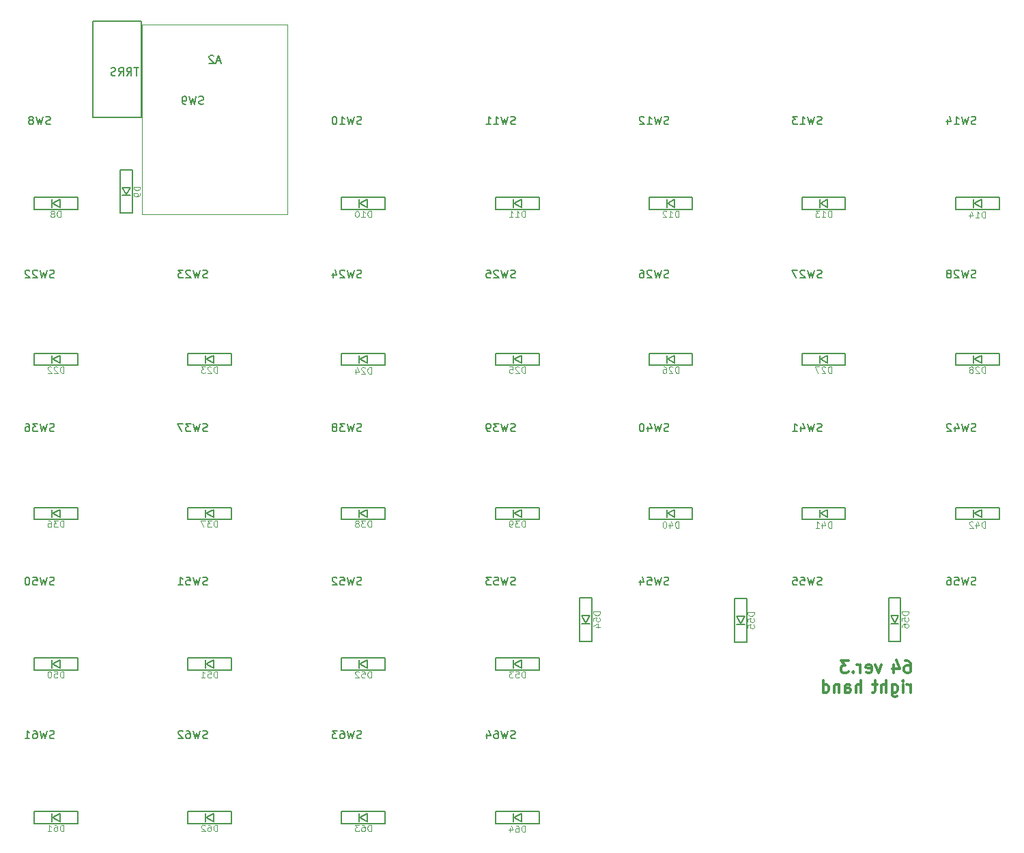
<source format=gbr>
%TF.GenerationSoftware,KiCad,Pcbnew,(7.0.0-0)*%
%TF.CreationDate,2023-04-16T10:11:03+09:00*%
%TF.ProjectId,pcb,7063622e-6b69-4636-9164-5f7063625858,rev?*%
%TF.SameCoordinates,Original*%
%TF.FileFunction,Legend,Bot*%
%TF.FilePolarity,Positive*%
%FSLAX46Y46*%
G04 Gerber Fmt 4.6, Leading zero omitted, Abs format (unit mm)*
G04 Created by KiCad (PCBNEW (7.0.0-0)) date 2023-04-16 10:11:03*
%MOMM*%
%LPD*%
G01*
G04 APERTURE LIST*
%ADD10C,0.300000*%
%ADD11C,0.150000*%
%ADD12C,0.125000*%
%ADD13C,0.120000*%
G04 APERTURE END LIST*
D10*
X303800000Y-99883571D02*
X304085714Y-99883571D01*
X304085714Y-99883571D02*
X304228571Y-99955000D01*
X304228571Y-99955000D02*
X304300000Y-100026428D01*
X304300000Y-100026428D02*
X304442857Y-100240714D01*
X304442857Y-100240714D02*
X304514285Y-100526428D01*
X304514285Y-100526428D02*
X304514285Y-101097857D01*
X304514285Y-101097857D02*
X304442857Y-101240714D01*
X304442857Y-101240714D02*
X304371428Y-101312142D01*
X304371428Y-101312142D02*
X304228571Y-101383571D01*
X304228571Y-101383571D02*
X303942857Y-101383571D01*
X303942857Y-101383571D02*
X303800000Y-101312142D01*
X303800000Y-101312142D02*
X303728571Y-101240714D01*
X303728571Y-101240714D02*
X303657142Y-101097857D01*
X303657142Y-101097857D02*
X303657142Y-100740714D01*
X303657142Y-100740714D02*
X303728571Y-100597857D01*
X303728571Y-100597857D02*
X303800000Y-100526428D01*
X303800000Y-100526428D02*
X303942857Y-100455000D01*
X303942857Y-100455000D02*
X304228571Y-100455000D01*
X304228571Y-100455000D02*
X304371428Y-100526428D01*
X304371428Y-100526428D02*
X304442857Y-100597857D01*
X304442857Y-100597857D02*
X304514285Y-100740714D01*
X302371429Y-100383571D02*
X302371429Y-101383571D01*
X302728571Y-99812142D02*
X303085714Y-100883571D01*
X303085714Y-100883571D02*
X302157143Y-100883571D01*
X300828572Y-100383571D02*
X300471429Y-101383571D01*
X300471429Y-101383571D02*
X300114286Y-100383571D01*
X298971429Y-101312142D02*
X299114286Y-101383571D01*
X299114286Y-101383571D02*
X299400001Y-101383571D01*
X299400001Y-101383571D02*
X299542858Y-101312142D01*
X299542858Y-101312142D02*
X299614286Y-101169285D01*
X299614286Y-101169285D02*
X299614286Y-100597857D01*
X299614286Y-100597857D02*
X299542858Y-100455000D01*
X299542858Y-100455000D02*
X299400001Y-100383571D01*
X299400001Y-100383571D02*
X299114286Y-100383571D01*
X299114286Y-100383571D02*
X298971429Y-100455000D01*
X298971429Y-100455000D02*
X298900001Y-100597857D01*
X298900001Y-100597857D02*
X298900001Y-100740714D01*
X298900001Y-100740714D02*
X299614286Y-100883571D01*
X298257144Y-101383571D02*
X298257144Y-100383571D01*
X298257144Y-100669285D02*
X298185715Y-100526428D01*
X298185715Y-100526428D02*
X298114287Y-100455000D01*
X298114287Y-100455000D02*
X297971429Y-100383571D01*
X297971429Y-100383571D02*
X297828572Y-100383571D01*
X297328573Y-101240714D02*
X297257144Y-101312142D01*
X297257144Y-101312142D02*
X297328573Y-101383571D01*
X297328573Y-101383571D02*
X297400001Y-101312142D01*
X297400001Y-101312142D02*
X297328573Y-101240714D01*
X297328573Y-101240714D02*
X297328573Y-101383571D01*
X296757144Y-99883571D02*
X295828572Y-99883571D01*
X295828572Y-99883571D02*
X296328572Y-100455000D01*
X296328572Y-100455000D02*
X296114287Y-100455000D01*
X296114287Y-100455000D02*
X295971430Y-100526428D01*
X295971430Y-100526428D02*
X295900001Y-100597857D01*
X295900001Y-100597857D02*
X295828572Y-100740714D01*
X295828572Y-100740714D02*
X295828572Y-101097857D01*
X295828572Y-101097857D02*
X295900001Y-101240714D01*
X295900001Y-101240714D02*
X295971430Y-101312142D01*
X295971430Y-101312142D02*
X296114287Y-101383571D01*
X296114287Y-101383571D02*
X296542858Y-101383571D01*
X296542858Y-101383571D02*
X296685715Y-101312142D01*
X296685715Y-101312142D02*
X296757144Y-101240714D01*
X304442857Y-103813571D02*
X304442857Y-102813571D01*
X304442857Y-103099285D02*
X304371428Y-102956428D01*
X304371428Y-102956428D02*
X304300000Y-102885000D01*
X304300000Y-102885000D02*
X304157142Y-102813571D01*
X304157142Y-102813571D02*
X304014285Y-102813571D01*
X303514286Y-103813571D02*
X303514286Y-102813571D01*
X303514286Y-102313571D02*
X303585714Y-102385000D01*
X303585714Y-102385000D02*
X303514286Y-102456428D01*
X303514286Y-102456428D02*
X303442857Y-102385000D01*
X303442857Y-102385000D02*
X303514286Y-102313571D01*
X303514286Y-102313571D02*
X303514286Y-102456428D01*
X302157143Y-102813571D02*
X302157143Y-104027857D01*
X302157143Y-104027857D02*
X302228571Y-104170714D01*
X302228571Y-104170714D02*
X302300000Y-104242142D01*
X302300000Y-104242142D02*
X302442857Y-104313571D01*
X302442857Y-104313571D02*
X302657143Y-104313571D01*
X302657143Y-104313571D02*
X302800000Y-104242142D01*
X302157143Y-103742142D02*
X302300000Y-103813571D01*
X302300000Y-103813571D02*
X302585714Y-103813571D01*
X302585714Y-103813571D02*
X302728571Y-103742142D01*
X302728571Y-103742142D02*
X302800000Y-103670714D01*
X302800000Y-103670714D02*
X302871428Y-103527857D01*
X302871428Y-103527857D02*
X302871428Y-103099285D01*
X302871428Y-103099285D02*
X302800000Y-102956428D01*
X302800000Y-102956428D02*
X302728571Y-102885000D01*
X302728571Y-102885000D02*
X302585714Y-102813571D01*
X302585714Y-102813571D02*
X302300000Y-102813571D01*
X302300000Y-102813571D02*
X302157143Y-102885000D01*
X301442857Y-103813571D02*
X301442857Y-102313571D01*
X300800000Y-103813571D02*
X300800000Y-103027857D01*
X300800000Y-103027857D02*
X300871428Y-102885000D01*
X300871428Y-102885000D02*
X301014285Y-102813571D01*
X301014285Y-102813571D02*
X301228571Y-102813571D01*
X301228571Y-102813571D02*
X301371428Y-102885000D01*
X301371428Y-102885000D02*
X301442857Y-102956428D01*
X300299999Y-102813571D02*
X299728571Y-102813571D01*
X300085714Y-102313571D02*
X300085714Y-103599285D01*
X300085714Y-103599285D02*
X300014285Y-103742142D01*
X300014285Y-103742142D02*
X299871428Y-103813571D01*
X299871428Y-103813571D02*
X299728571Y-103813571D01*
X298328571Y-103813571D02*
X298328571Y-102313571D01*
X297685714Y-103813571D02*
X297685714Y-103027857D01*
X297685714Y-103027857D02*
X297757142Y-102885000D01*
X297757142Y-102885000D02*
X297899999Y-102813571D01*
X297899999Y-102813571D02*
X298114285Y-102813571D01*
X298114285Y-102813571D02*
X298257142Y-102885000D01*
X298257142Y-102885000D02*
X298328571Y-102956428D01*
X296328571Y-103813571D02*
X296328571Y-103027857D01*
X296328571Y-103027857D02*
X296399999Y-102885000D01*
X296399999Y-102885000D02*
X296542856Y-102813571D01*
X296542856Y-102813571D02*
X296828571Y-102813571D01*
X296828571Y-102813571D02*
X296971428Y-102885000D01*
X296328571Y-103742142D02*
X296471428Y-103813571D01*
X296471428Y-103813571D02*
X296828571Y-103813571D01*
X296828571Y-103813571D02*
X296971428Y-103742142D01*
X296971428Y-103742142D02*
X297042856Y-103599285D01*
X297042856Y-103599285D02*
X297042856Y-103456428D01*
X297042856Y-103456428D02*
X296971428Y-103313571D01*
X296971428Y-103313571D02*
X296828571Y-103242142D01*
X296828571Y-103242142D02*
X296471428Y-103242142D01*
X296471428Y-103242142D02*
X296328571Y-103170714D01*
X295614285Y-102813571D02*
X295614285Y-103813571D01*
X295614285Y-102956428D02*
X295542856Y-102885000D01*
X295542856Y-102885000D02*
X295399999Y-102813571D01*
X295399999Y-102813571D02*
X295185713Y-102813571D01*
X295185713Y-102813571D02*
X295042856Y-102885000D01*
X295042856Y-102885000D02*
X294971428Y-103027857D01*
X294971428Y-103027857D02*
X294971428Y-103813571D01*
X293614285Y-103813571D02*
X293614285Y-102313571D01*
X293614285Y-103742142D02*
X293757142Y-103813571D01*
X293757142Y-103813571D02*
X294042856Y-103813571D01*
X294042856Y-103813571D02*
X294185713Y-103742142D01*
X294185713Y-103742142D02*
X294257142Y-103670714D01*
X294257142Y-103670714D02*
X294328570Y-103527857D01*
X294328570Y-103527857D02*
X294328570Y-103099285D01*
X294328570Y-103099285D02*
X294257142Y-102956428D01*
X294257142Y-102956428D02*
X294185713Y-102885000D01*
X294185713Y-102885000D02*
X294042856Y-102813571D01*
X294042856Y-102813571D02*
X293757142Y-102813571D01*
X293757142Y-102813571D02*
X293614285Y-102885000D01*
D11*
%TO.C,SW54*%
X274455510Y-90451761D02*
X274312653Y-90499380D01*
X274312653Y-90499380D02*
X274074558Y-90499380D01*
X274074558Y-90499380D02*
X273979320Y-90451761D01*
X273979320Y-90451761D02*
X273931701Y-90404142D01*
X273931701Y-90404142D02*
X273884082Y-90308904D01*
X273884082Y-90308904D02*
X273884082Y-90213666D01*
X273884082Y-90213666D02*
X273931701Y-90118428D01*
X273931701Y-90118428D02*
X273979320Y-90070809D01*
X273979320Y-90070809D02*
X274074558Y-90023190D01*
X274074558Y-90023190D02*
X274265034Y-89975571D01*
X274265034Y-89975571D02*
X274360272Y-89927952D01*
X274360272Y-89927952D02*
X274407891Y-89880333D01*
X274407891Y-89880333D02*
X274455510Y-89785095D01*
X274455510Y-89785095D02*
X274455510Y-89689857D01*
X274455510Y-89689857D02*
X274407891Y-89594619D01*
X274407891Y-89594619D02*
X274360272Y-89547000D01*
X274360272Y-89547000D02*
X274265034Y-89499380D01*
X274265034Y-89499380D02*
X274026939Y-89499380D01*
X274026939Y-89499380D02*
X273884082Y-89547000D01*
X273550748Y-89499380D02*
X273312653Y-90499380D01*
X273312653Y-90499380D02*
X273122177Y-89785095D01*
X273122177Y-89785095D02*
X272931701Y-90499380D01*
X272931701Y-90499380D02*
X272693606Y-89499380D01*
X271836463Y-89499380D02*
X272312653Y-89499380D01*
X272312653Y-89499380D02*
X272360272Y-89975571D01*
X272360272Y-89975571D02*
X272312653Y-89927952D01*
X272312653Y-89927952D02*
X272217415Y-89880333D01*
X272217415Y-89880333D02*
X271979320Y-89880333D01*
X271979320Y-89880333D02*
X271884082Y-89927952D01*
X271884082Y-89927952D02*
X271836463Y-89975571D01*
X271836463Y-89975571D02*
X271788844Y-90070809D01*
X271788844Y-90070809D02*
X271788844Y-90308904D01*
X271788844Y-90308904D02*
X271836463Y-90404142D01*
X271836463Y-90404142D02*
X271884082Y-90451761D01*
X271884082Y-90451761D02*
X271979320Y-90499380D01*
X271979320Y-90499380D02*
X272217415Y-90499380D01*
X272217415Y-90499380D02*
X272312653Y-90451761D01*
X272312653Y-90451761D02*
X272360272Y-90404142D01*
X270931701Y-89832714D02*
X270931701Y-90499380D01*
X271169796Y-89451761D02*
X271407891Y-90166047D01*
X271407891Y-90166047D02*
X270788844Y-90166047D01*
D12*
%TO.C,D56*%
X304193904Y-93793571D02*
X303393904Y-93793571D01*
X303393904Y-93793571D02*
X303393904Y-93984047D01*
X303393904Y-93984047D02*
X303432000Y-94098333D01*
X303432000Y-94098333D02*
X303508190Y-94174523D01*
X303508190Y-94174523D02*
X303584380Y-94212618D01*
X303584380Y-94212618D02*
X303736761Y-94250714D01*
X303736761Y-94250714D02*
X303851047Y-94250714D01*
X303851047Y-94250714D02*
X304003428Y-94212618D01*
X304003428Y-94212618D02*
X304079619Y-94174523D01*
X304079619Y-94174523D02*
X304155809Y-94098333D01*
X304155809Y-94098333D02*
X304193904Y-93984047D01*
X304193904Y-93984047D02*
X304193904Y-93793571D01*
X303393904Y-94974523D02*
X303393904Y-94593571D01*
X303393904Y-94593571D02*
X303774857Y-94555475D01*
X303774857Y-94555475D02*
X303736761Y-94593571D01*
X303736761Y-94593571D02*
X303698666Y-94669761D01*
X303698666Y-94669761D02*
X303698666Y-94860237D01*
X303698666Y-94860237D02*
X303736761Y-94936428D01*
X303736761Y-94936428D02*
X303774857Y-94974523D01*
X303774857Y-94974523D02*
X303851047Y-95012618D01*
X303851047Y-95012618D02*
X304041523Y-95012618D01*
X304041523Y-95012618D02*
X304117714Y-94974523D01*
X304117714Y-94974523D02*
X304155809Y-94936428D01*
X304155809Y-94936428D02*
X304193904Y-94860237D01*
X304193904Y-94860237D02*
X304193904Y-94669761D01*
X304193904Y-94669761D02*
X304155809Y-94593571D01*
X304155809Y-94593571D02*
X304117714Y-94555475D01*
X303393904Y-95698333D02*
X303393904Y-95545952D01*
X303393904Y-95545952D02*
X303432000Y-95469761D01*
X303432000Y-95469761D02*
X303470095Y-95431666D01*
X303470095Y-95431666D02*
X303584380Y-95355476D01*
X303584380Y-95355476D02*
X303736761Y-95317380D01*
X303736761Y-95317380D02*
X304041523Y-95317380D01*
X304041523Y-95317380D02*
X304117714Y-95355476D01*
X304117714Y-95355476D02*
X304155809Y-95393571D01*
X304155809Y-95393571D02*
X304193904Y-95469761D01*
X304193904Y-95469761D02*
X304193904Y-95622142D01*
X304193904Y-95622142D02*
X304155809Y-95698333D01*
X304155809Y-95698333D02*
X304117714Y-95736428D01*
X304117714Y-95736428D02*
X304041523Y-95774523D01*
X304041523Y-95774523D02*
X303851047Y-95774523D01*
X303851047Y-95774523D02*
X303774857Y-95736428D01*
X303774857Y-95736428D02*
X303736761Y-95698333D01*
X303736761Y-95698333D02*
X303698666Y-95622142D01*
X303698666Y-95622142D02*
X303698666Y-95469761D01*
X303698666Y-95469761D02*
X303736761Y-95393571D01*
X303736761Y-95393571D02*
X303774857Y-95355476D01*
X303774857Y-95355476D02*
X303851047Y-95317380D01*
%TO.C,D38*%
X237557415Y-83305904D02*
X237557415Y-82505904D01*
X237557415Y-82505904D02*
X237366939Y-82505904D01*
X237366939Y-82505904D02*
X237252653Y-82544000D01*
X237252653Y-82544000D02*
X237176463Y-82620190D01*
X237176463Y-82620190D02*
X237138368Y-82696380D01*
X237138368Y-82696380D02*
X237100272Y-82848761D01*
X237100272Y-82848761D02*
X237100272Y-82963047D01*
X237100272Y-82963047D02*
X237138368Y-83115428D01*
X237138368Y-83115428D02*
X237176463Y-83191619D01*
X237176463Y-83191619D02*
X237252653Y-83267809D01*
X237252653Y-83267809D02*
X237366939Y-83305904D01*
X237366939Y-83305904D02*
X237557415Y-83305904D01*
X236833606Y-82505904D02*
X236338368Y-82505904D01*
X236338368Y-82505904D02*
X236605034Y-82810666D01*
X236605034Y-82810666D02*
X236490749Y-82810666D01*
X236490749Y-82810666D02*
X236414558Y-82848761D01*
X236414558Y-82848761D02*
X236376463Y-82886857D01*
X236376463Y-82886857D02*
X236338368Y-82963047D01*
X236338368Y-82963047D02*
X236338368Y-83153523D01*
X236338368Y-83153523D02*
X236376463Y-83229714D01*
X236376463Y-83229714D02*
X236414558Y-83267809D01*
X236414558Y-83267809D02*
X236490749Y-83305904D01*
X236490749Y-83305904D02*
X236719320Y-83305904D01*
X236719320Y-83305904D02*
X236795511Y-83267809D01*
X236795511Y-83267809D02*
X236833606Y-83229714D01*
X235881225Y-82848761D02*
X235957415Y-82810666D01*
X235957415Y-82810666D02*
X235995510Y-82772571D01*
X235995510Y-82772571D02*
X236033606Y-82696380D01*
X236033606Y-82696380D02*
X236033606Y-82658285D01*
X236033606Y-82658285D02*
X235995510Y-82582095D01*
X235995510Y-82582095D02*
X235957415Y-82544000D01*
X235957415Y-82544000D02*
X235881225Y-82505904D01*
X235881225Y-82505904D02*
X235728844Y-82505904D01*
X235728844Y-82505904D02*
X235652653Y-82544000D01*
X235652653Y-82544000D02*
X235614558Y-82582095D01*
X235614558Y-82582095D02*
X235576463Y-82658285D01*
X235576463Y-82658285D02*
X235576463Y-82696380D01*
X235576463Y-82696380D02*
X235614558Y-82772571D01*
X235614558Y-82772571D02*
X235652653Y-82810666D01*
X235652653Y-82810666D02*
X235728844Y-82848761D01*
X235728844Y-82848761D02*
X235881225Y-82848761D01*
X235881225Y-82848761D02*
X235957415Y-82886857D01*
X235957415Y-82886857D02*
X235995510Y-82924952D01*
X235995510Y-82924952D02*
X236033606Y-83001142D01*
X236033606Y-83001142D02*
X236033606Y-83153523D01*
X236033606Y-83153523D02*
X235995510Y-83229714D01*
X235995510Y-83229714D02*
X235957415Y-83267809D01*
X235957415Y-83267809D02*
X235881225Y-83305904D01*
X235881225Y-83305904D02*
X235728844Y-83305904D01*
X235728844Y-83305904D02*
X235652653Y-83267809D01*
X235652653Y-83267809D02*
X235614558Y-83229714D01*
X235614558Y-83229714D02*
X235576463Y-83153523D01*
X235576463Y-83153523D02*
X235576463Y-83001142D01*
X235576463Y-83001142D02*
X235614558Y-82924952D01*
X235614558Y-82924952D02*
X235652653Y-82886857D01*
X235652653Y-82886857D02*
X235728844Y-82848761D01*
D11*
%TO.C,SW62*%
X217255510Y-109501761D02*
X217112653Y-109549380D01*
X217112653Y-109549380D02*
X216874558Y-109549380D01*
X216874558Y-109549380D02*
X216779320Y-109501761D01*
X216779320Y-109501761D02*
X216731701Y-109454142D01*
X216731701Y-109454142D02*
X216684082Y-109358904D01*
X216684082Y-109358904D02*
X216684082Y-109263666D01*
X216684082Y-109263666D02*
X216731701Y-109168428D01*
X216731701Y-109168428D02*
X216779320Y-109120809D01*
X216779320Y-109120809D02*
X216874558Y-109073190D01*
X216874558Y-109073190D02*
X217065034Y-109025571D01*
X217065034Y-109025571D02*
X217160272Y-108977952D01*
X217160272Y-108977952D02*
X217207891Y-108930333D01*
X217207891Y-108930333D02*
X217255510Y-108835095D01*
X217255510Y-108835095D02*
X217255510Y-108739857D01*
X217255510Y-108739857D02*
X217207891Y-108644619D01*
X217207891Y-108644619D02*
X217160272Y-108597000D01*
X217160272Y-108597000D02*
X217065034Y-108549380D01*
X217065034Y-108549380D02*
X216826939Y-108549380D01*
X216826939Y-108549380D02*
X216684082Y-108597000D01*
X216350748Y-108549380D02*
X216112653Y-109549380D01*
X216112653Y-109549380D02*
X215922177Y-108835095D01*
X215922177Y-108835095D02*
X215731701Y-109549380D01*
X215731701Y-109549380D02*
X215493606Y-108549380D01*
X214684082Y-108549380D02*
X214874558Y-108549380D01*
X214874558Y-108549380D02*
X214969796Y-108597000D01*
X214969796Y-108597000D02*
X215017415Y-108644619D01*
X215017415Y-108644619D02*
X215112653Y-108787476D01*
X215112653Y-108787476D02*
X215160272Y-108977952D01*
X215160272Y-108977952D02*
X215160272Y-109358904D01*
X215160272Y-109358904D02*
X215112653Y-109454142D01*
X215112653Y-109454142D02*
X215065034Y-109501761D01*
X215065034Y-109501761D02*
X214969796Y-109549380D01*
X214969796Y-109549380D02*
X214779320Y-109549380D01*
X214779320Y-109549380D02*
X214684082Y-109501761D01*
X214684082Y-109501761D02*
X214636463Y-109454142D01*
X214636463Y-109454142D02*
X214588844Y-109358904D01*
X214588844Y-109358904D02*
X214588844Y-109120809D01*
X214588844Y-109120809D02*
X214636463Y-109025571D01*
X214636463Y-109025571D02*
X214684082Y-108977952D01*
X214684082Y-108977952D02*
X214779320Y-108930333D01*
X214779320Y-108930333D02*
X214969796Y-108930333D01*
X214969796Y-108930333D02*
X215065034Y-108977952D01*
X215065034Y-108977952D02*
X215112653Y-109025571D01*
X215112653Y-109025571D02*
X215160272Y-109120809D01*
X214207891Y-108644619D02*
X214160272Y-108597000D01*
X214160272Y-108597000D02*
X214065034Y-108549380D01*
X214065034Y-108549380D02*
X213826939Y-108549380D01*
X213826939Y-108549380D02*
X213731701Y-108597000D01*
X213731701Y-108597000D02*
X213684082Y-108644619D01*
X213684082Y-108644619D02*
X213636463Y-108739857D01*
X213636463Y-108739857D02*
X213636463Y-108835095D01*
X213636463Y-108835095D02*
X213684082Y-108977952D01*
X213684082Y-108977952D02*
X214255510Y-109549380D01*
X214255510Y-109549380D02*
X213636463Y-109549380D01*
%TO.C,SW23*%
X217255510Y-52351761D02*
X217112653Y-52399380D01*
X217112653Y-52399380D02*
X216874558Y-52399380D01*
X216874558Y-52399380D02*
X216779320Y-52351761D01*
X216779320Y-52351761D02*
X216731701Y-52304142D01*
X216731701Y-52304142D02*
X216684082Y-52208904D01*
X216684082Y-52208904D02*
X216684082Y-52113666D01*
X216684082Y-52113666D02*
X216731701Y-52018428D01*
X216731701Y-52018428D02*
X216779320Y-51970809D01*
X216779320Y-51970809D02*
X216874558Y-51923190D01*
X216874558Y-51923190D02*
X217065034Y-51875571D01*
X217065034Y-51875571D02*
X217160272Y-51827952D01*
X217160272Y-51827952D02*
X217207891Y-51780333D01*
X217207891Y-51780333D02*
X217255510Y-51685095D01*
X217255510Y-51685095D02*
X217255510Y-51589857D01*
X217255510Y-51589857D02*
X217207891Y-51494619D01*
X217207891Y-51494619D02*
X217160272Y-51447000D01*
X217160272Y-51447000D02*
X217065034Y-51399380D01*
X217065034Y-51399380D02*
X216826939Y-51399380D01*
X216826939Y-51399380D02*
X216684082Y-51447000D01*
X216350748Y-51399380D02*
X216112653Y-52399380D01*
X216112653Y-52399380D02*
X215922177Y-51685095D01*
X215922177Y-51685095D02*
X215731701Y-52399380D01*
X215731701Y-52399380D02*
X215493606Y-51399380D01*
X215160272Y-51494619D02*
X215112653Y-51447000D01*
X215112653Y-51447000D02*
X215017415Y-51399380D01*
X215017415Y-51399380D02*
X214779320Y-51399380D01*
X214779320Y-51399380D02*
X214684082Y-51447000D01*
X214684082Y-51447000D02*
X214636463Y-51494619D01*
X214636463Y-51494619D02*
X214588844Y-51589857D01*
X214588844Y-51589857D02*
X214588844Y-51685095D01*
X214588844Y-51685095D02*
X214636463Y-51827952D01*
X214636463Y-51827952D02*
X215207891Y-52399380D01*
X215207891Y-52399380D02*
X214588844Y-52399380D01*
X214255510Y-51399380D02*
X213636463Y-51399380D01*
X213636463Y-51399380D02*
X213969796Y-51780333D01*
X213969796Y-51780333D02*
X213826939Y-51780333D01*
X213826939Y-51780333D02*
X213731701Y-51827952D01*
X213731701Y-51827952D02*
X213684082Y-51875571D01*
X213684082Y-51875571D02*
X213636463Y-51970809D01*
X213636463Y-51970809D02*
X213636463Y-52208904D01*
X213636463Y-52208904D02*
X213684082Y-52304142D01*
X213684082Y-52304142D02*
X213731701Y-52351761D01*
X213731701Y-52351761D02*
X213826939Y-52399380D01*
X213826939Y-52399380D02*
X214112653Y-52399380D01*
X214112653Y-52399380D02*
X214207891Y-52351761D01*
X214207891Y-52351761D02*
X214255510Y-52304142D01*
D12*
%TO.C,D53*%
X256672415Y-101985904D02*
X256672415Y-101185904D01*
X256672415Y-101185904D02*
X256481939Y-101185904D01*
X256481939Y-101185904D02*
X256367653Y-101224000D01*
X256367653Y-101224000D02*
X256291463Y-101300190D01*
X256291463Y-101300190D02*
X256253368Y-101376380D01*
X256253368Y-101376380D02*
X256215272Y-101528761D01*
X256215272Y-101528761D02*
X256215272Y-101643047D01*
X256215272Y-101643047D02*
X256253368Y-101795428D01*
X256253368Y-101795428D02*
X256291463Y-101871619D01*
X256291463Y-101871619D02*
X256367653Y-101947809D01*
X256367653Y-101947809D02*
X256481939Y-101985904D01*
X256481939Y-101985904D02*
X256672415Y-101985904D01*
X255491463Y-101185904D02*
X255872415Y-101185904D01*
X255872415Y-101185904D02*
X255910511Y-101566857D01*
X255910511Y-101566857D02*
X255872415Y-101528761D01*
X255872415Y-101528761D02*
X255796225Y-101490666D01*
X255796225Y-101490666D02*
X255605749Y-101490666D01*
X255605749Y-101490666D02*
X255529558Y-101528761D01*
X255529558Y-101528761D02*
X255491463Y-101566857D01*
X255491463Y-101566857D02*
X255453368Y-101643047D01*
X255453368Y-101643047D02*
X255453368Y-101833523D01*
X255453368Y-101833523D02*
X255491463Y-101909714D01*
X255491463Y-101909714D02*
X255529558Y-101947809D01*
X255529558Y-101947809D02*
X255605749Y-101985904D01*
X255605749Y-101985904D02*
X255796225Y-101985904D01*
X255796225Y-101985904D02*
X255872415Y-101947809D01*
X255872415Y-101947809D02*
X255910511Y-101909714D01*
X255186701Y-101185904D02*
X254691463Y-101185904D01*
X254691463Y-101185904D02*
X254958129Y-101490666D01*
X254958129Y-101490666D02*
X254843844Y-101490666D01*
X254843844Y-101490666D02*
X254767653Y-101528761D01*
X254767653Y-101528761D02*
X254729558Y-101566857D01*
X254729558Y-101566857D02*
X254691463Y-101643047D01*
X254691463Y-101643047D02*
X254691463Y-101833523D01*
X254691463Y-101833523D02*
X254729558Y-101909714D01*
X254729558Y-101909714D02*
X254767653Y-101947809D01*
X254767653Y-101947809D02*
X254843844Y-101985904D01*
X254843844Y-101985904D02*
X255072415Y-101985904D01*
X255072415Y-101985904D02*
X255148606Y-101947809D01*
X255148606Y-101947809D02*
X255186701Y-101909714D01*
%TO.C,D9*%
X208910104Y-41062524D02*
X208110104Y-41062524D01*
X208110104Y-41062524D02*
X208110104Y-41253000D01*
X208110104Y-41253000D02*
X208148200Y-41367286D01*
X208148200Y-41367286D02*
X208224390Y-41443476D01*
X208224390Y-41443476D02*
X208300580Y-41481571D01*
X208300580Y-41481571D02*
X208452961Y-41519667D01*
X208452961Y-41519667D02*
X208567247Y-41519667D01*
X208567247Y-41519667D02*
X208719628Y-41481571D01*
X208719628Y-41481571D02*
X208795819Y-41443476D01*
X208795819Y-41443476D02*
X208872009Y-41367286D01*
X208872009Y-41367286D02*
X208910104Y-41253000D01*
X208910104Y-41253000D02*
X208910104Y-41062524D01*
X208910104Y-41900619D02*
X208910104Y-42053000D01*
X208910104Y-42053000D02*
X208872009Y-42129190D01*
X208872009Y-42129190D02*
X208833914Y-42167286D01*
X208833914Y-42167286D02*
X208719628Y-42243476D01*
X208719628Y-42243476D02*
X208567247Y-42281571D01*
X208567247Y-42281571D02*
X208262485Y-42281571D01*
X208262485Y-42281571D02*
X208186295Y-42243476D01*
X208186295Y-42243476D02*
X208148200Y-42205381D01*
X208148200Y-42205381D02*
X208110104Y-42129190D01*
X208110104Y-42129190D02*
X208110104Y-41976809D01*
X208110104Y-41976809D02*
X208148200Y-41900619D01*
X208148200Y-41900619D02*
X208186295Y-41862524D01*
X208186295Y-41862524D02*
X208262485Y-41824428D01*
X208262485Y-41824428D02*
X208452961Y-41824428D01*
X208452961Y-41824428D02*
X208529152Y-41862524D01*
X208529152Y-41862524D02*
X208567247Y-41900619D01*
X208567247Y-41900619D02*
X208605342Y-41976809D01*
X208605342Y-41976809D02*
X208605342Y-42129190D01*
X208605342Y-42129190D02*
X208567247Y-42205381D01*
X208567247Y-42205381D02*
X208529152Y-42243476D01*
X208529152Y-42243476D02*
X208452961Y-42281571D01*
D11*
%TO.C,SW12*%
X274455510Y-33301761D02*
X274312653Y-33349380D01*
X274312653Y-33349380D02*
X274074558Y-33349380D01*
X274074558Y-33349380D02*
X273979320Y-33301761D01*
X273979320Y-33301761D02*
X273931701Y-33254142D01*
X273931701Y-33254142D02*
X273884082Y-33158904D01*
X273884082Y-33158904D02*
X273884082Y-33063666D01*
X273884082Y-33063666D02*
X273931701Y-32968428D01*
X273931701Y-32968428D02*
X273979320Y-32920809D01*
X273979320Y-32920809D02*
X274074558Y-32873190D01*
X274074558Y-32873190D02*
X274265034Y-32825571D01*
X274265034Y-32825571D02*
X274360272Y-32777952D01*
X274360272Y-32777952D02*
X274407891Y-32730333D01*
X274407891Y-32730333D02*
X274455510Y-32635095D01*
X274455510Y-32635095D02*
X274455510Y-32539857D01*
X274455510Y-32539857D02*
X274407891Y-32444619D01*
X274407891Y-32444619D02*
X274360272Y-32397000D01*
X274360272Y-32397000D02*
X274265034Y-32349380D01*
X274265034Y-32349380D02*
X274026939Y-32349380D01*
X274026939Y-32349380D02*
X273884082Y-32397000D01*
X273550748Y-32349380D02*
X273312653Y-33349380D01*
X273312653Y-33349380D02*
X273122177Y-32635095D01*
X273122177Y-32635095D02*
X272931701Y-33349380D01*
X272931701Y-33349380D02*
X272693606Y-32349380D01*
X271788844Y-33349380D02*
X272360272Y-33349380D01*
X272074558Y-33349380D02*
X272074558Y-32349380D01*
X272074558Y-32349380D02*
X272169796Y-32492238D01*
X272169796Y-32492238D02*
X272265034Y-32587476D01*
X272265034Y-32587476D02*
X272360272Y-32635095D01*
X271407891Y-32444619D02*
X271360272Y-32397000D01*
X271360272Y-32397000D02*
X271265034Y-32349380D01*
X271265034Y-32349380D02*
X271026939Y-32349380D01*
X271026939Y-32349380D02*
X270931701Y-32397000D01*
X270931701Y-32397000D02*
X270884082Y-32444619D01*
X270884082Y-32444619D02*
X270836463Y-32539857D01*
X270836463Y-32539857D02*
X270836463Y-32635095D01*
X270836463Y-32635095D02*
X270884082Y-32777952D01*
X270884082Y-32777952D02*
X271455510Y-33349380D01*
X271455510Y-33349380D02*
X270836463Y-33349380D01*
%TO.C,SW40*%
X274455510Y-71401761D02*
X274312653Y-71449380D01*
X274312653Y-71449380D02*
X274074558Y-71449380D01*
X274074558Y-71449380D02*
X273979320Y-71401761D01*
X273979320Y-71401761D02*
X273931701Y-71354142D01*
X273931701Y-71354142D02*
X273884082Y-71258904D01*
X273884082Y-71258904D02*
X273884082Y-71163666D01*
X273884082Y-71163666D02*
X273931701Y-71068428D01*
X273931701Y-71068428D02*
X273979320Y-71020809D01*
X273979320Y-71020809D02*
X274074558Y-70973190D01*
X274074558Y-70973190D02*
X274265034Y-70925571D01*
X274265034Y-70925571D02*
X274360272Y-70877952D01*
X274360272Y-70877952D02*
X274407891Y-70830333D01*
X274407891Y-70830333D02*
X274455510Y-70735095D01*
X274455510Y-70735095D02*
X274455510Y-70639857D01*
X274455510Y-70639857D02*
X274407891Y-70544619D01*
X274407891Y-70544619D02*
X274360272Y-70497000D01*
X274360272Y-70497000D02*
X274265034Y-70449380D01*
X274265034Y-70449380D02*
X274026939Y-70449380D01*
X274026939Y-70449380D02*
X273884082Y-70497000D01*
X273550748Y-70449380D02*
X273312653Y-71449380D01*
X273312653Y-71449380D02*
X273122177Y-70735095D01*
X273122177Y-70735095D02*
X272931701Y-71449380D01*
X272931701Y-71449380D02*
X272693606Y-70449380D01*
X271884082Y-70782714D02*
X271884082Y-71449380D01*
X272122177Y-70401761D02*
X272360272Y-71116047D01*
X272360272Y-71116047D02*
X271741225Y-71116047D01*
X271169796Y-70449380D02*
X271074558Y-70449380D01*
X271074558Y-70449380D02*
X270979320Y-70497000D01*
X270979320Y-70497000D02*
X270931701Y-70544619D01*
X270931701Y-70544619D02*
X270884082Y-70639857D01*
X270884082Y-70639857D02*
X270836463Y-70830333D01*
X270836463Y-70830333D02*
X270836463Y-71068428D01*
X270836463Y-71068428D02*
X270884082Y-71258904D01*
X270884082Y-71258904D02*
X270931701Y-71354142D01*
X270931701Y-71354142D02*
X270979320Y-71401761D01*
X270979320Y-71401761D02*
X271074558Y-71449380D01*
X271074558Y-71449380D02*
X271169796Y-71449380D01*
X271169796Y-71449380D02*
X271265034Y-71401761D01*
X271265034Y-71401761D02*
X271312653Y-71354142D01*
X271312653Y-71354142D02*
X271360272Y-71258904D01*
X271360272Y-71258904D02*
X271407891Y-71068428D01*
X271407891Y-71068428D02*
X271407891Y-70830333D01*
X271407891Y-70830333D02*
X271360272Y-70639857D01*
X271360272Y-70639857D02*
X271312653Y-70544619D01*
X271312653Y-70544619D02*
X271265034Y-70497000D01*
X271265034Y-70497000D02*
X271169796Y-70449380D01*
D12*
%TO.C,D55*%
X285073904Y-93893571D02*
X284273904Y-93893571D01*
X284273904Y-93893571D02*
X284273904Y-94084047D01*
X284273904Y-94084047D02*
X284312000Y-94198333D01*
X284312000Y-94198333D02*
X284388190Y-94274523D01*
X284388190Y-94274523D02*
X284464380Y-94312618D01*
X284464380Y-94312618D02*
X284616761Y-94350714D01*
X284616761Y-94350714D02*
X284731047Y-94350714D01*
X284731047Y-94350714D02*
X284883428Y-94312618D01*
X284883428Y-94312618D02*
X284959619Y-94274523D01*
X284959619Y-94274523D02*
X285035809Y-94198333D01*
X285035809Y-94198333D02*
X285073904Y-94084047D01*
X285073904Y-94084047D02*
X285073904Y-93893571D01*
X284273904Y-95074523D02*
X284273904Y-94693571D01*
X284273904Y-94693571D02*
X284654857Y-94655475D01*
X284654857Y-94655475D02*
X284616761Y-94693571D01*
X284616761Y-94693571D02*
X284578666Y-94769761D01*
X284578666Y-94769761D02*
X284578666Y-94960237D01*
X284578666Y-94960237D02*
X284616761Y-95036428D01*
X284616761Y-95036428D02*
X284654857Y-95074523D01*
X284654857Y-95074523D02*
X284731047Y-95112618D01*
X284731047Y-95112618D02*
X284921523Y-95112618D01*
X284921523Y-95112618D02*
X284997714Y-95074523D01*
X284997714Y-95074523D02*
X285035809Y-95036428D01*
X285035809Y-95036428D02*
X285073904Y-94960237D01*
X285073904Y-94960237D02*
X285073904Y-94769761D01*
X285073904Y-94769761D02*
X285035809Y-94693571D01*
X285035809Y-94693571D02*
X284997714Y-94655475D01*
X284273904Y-95836428D02*
X284273904Y-95455476D01*
X284273904Y-95455476D02*
X284654857Y-95417380D01*
X284654857Y-95417380D02*
X284616761Y-95455476D01*
X284616761Y-95455476D02*
X284578666Y-95531666D01*
X284578666Y-95531666D02*
X284578666Y-95722142D01*
X284578666Y-95722142D02*
X284616761Y-95798333D01*
X284616761Y-95798333D02*
X284654857Y-95836428D01*
X284654857Y-95836428D02*
X284731047Y-95874523D01*
X284731047Y-95874523D02*
X284921523Y-95874523D01*
X284921523Y-95874523D02*
X284997714Y-95836428D01*
X284997714Y-95836428D02*
X285035809Y-95798333D01*
X285035809Y-95798333D02*
X285073904Y-95722142D01*
X285073904Y-95722142D02*
X285073904Y-95531666D01*
X285073904Y-95531666D02*
X285035809Y-95455476D01*
X285035809Y-95455476D02*
X284997714Y-95417380D01*
%TO.C,D36*%
X199422415Y-83305904D02*
X199422415Y-82505904D01*
X199422415Y-82505904D02*
X199231939Y-82505904D01*
X199231939Y-82505904D02*
X199117653Y-82544000D01*
X199117653Y-82544000D02*
X199041463Y-82620190D01*
X199041463Y-82620190D02*
X199003368Y-82696380D01*
X199003368Y-82696380D02*
X198965272Y-82848761D01*
X198965272Y-82848761D02*
X198965272Y-82963047D01*
X198965272Y-82963047D02*
X199003368Y-83115428D01*
X199003368Y-83115428D02*
X199041463Y-83191619D01*
X199041463Y-83191619D02*
X199117653Y-83267809D01*
X199117653Y-83267809D02*
X199231939Y-83305904D01*
X199231939Y-83305904D02*
X199422415Y-83305904D01*
X198698606Y-82505904D02*
X198203368Y-82505904D01*
X198203368Y-82505904D02*
X198470034Y-82810666D01*
X198470034Y-82810666D02*
X198355749Y-82810666D01*
X198355749Y-82810666D02*
X198279558Y-82848761D01*
X198279558Y-82848761D02*
X198241463Y-82886857D01*
X198241463Y-82886857D02*
X198203368Y-82963047D01*
X198203368Y-82963047D02*
X198203368Y-83153523D01*
X198203368Y-83153523D02*
X198241463Y-83229714D01*
X198241463Y-83229714D02*
X198279558Y-83267809D01*
X198279558Y-83267809D02*
X198355749Y-83305904D01*
X198355749Y-83305904D02*
X198584320Y-83305904D01*
X198584320Y-83305904D02*
X198660511Y-83267809D01*
X198660511Y-83267809D02*
X198698606Y-83229714D01*
X197517653Y-82505904D02*
X197670034Y-82505904D01*
X197670034Y-82505904D02*
X197746225Y-82544000D01*
X197746225Y-82544000D02*
X197784320Y-82582095D01*
X197784320Y-82582095D02*
X197860510Y-82696380D01*
X197860510Y-82696380D02*
X197898606Y-82848761D01*
X197898606Y-82848761D02*
X197898606Y-83153523D01*
X197898606Y-83153523D02*
X197860510Y-83229714D01*
X197860510Y-83229714D02*
X197822415Y-83267809D01*
X197822415Y-83267809D02*
X197746225Y-83305904D01*
X197746225Y-83305904D02*
X197593844Y-83305904D01*
X197593844Y-83305904D02*
X197517653Y-83267809D01*
X197517653Y-83267809D02*
X197479558Y-83229714D01*
X197479558Y-83229714D02*
X197441463Y-83153523D01*
X197441463Y-83153523D02*
X197441463Y-82963047D01*
X197441463Y-82963047D02*
X197479558Y-82886857D01*
X197479558Y-82886857D02*
X197517653Y-82848761D01*
X197517653Y-82848761D02*
X197593844Y-82810666D01*
X197593844Y-82810666D02*
X197746225Y-82810666D01*
X197746225Y-82810666D02*
X197822415Y-82848761D01*
X197822415Y-82848761D02*
X197860510Y-82886857D01*
X197860510Y-82886857D02*
X197898606Y-82963047D01*
%TO.C,D62*%
X218472415Y-121055904D02*
X218472415Y-120255904D01*
X218472415Y-120255904D02*
X218281939Y-120255904D01*
X218281939Y-120255904D02*
X218167653Y-120294000D01*
X218167653Y-120294000D02*
X218091463Y-120370190D01*
X218091463Y-120370190D02*
X218053368Y-120446380D01*
X218053368Y-120446380D02*
X218015272Y-120598761D01*
X218015272Y-120598761D02*
X218015272Y-120713047D01*
X218015272Y-120713047D02*
X218053368Y-120865428D01*
X218053368Y-120865428D02*
X218091463Y-120941619D01*
X218091463Y-120941619D02*
X218167653Y-121017809D01*
X218167653Y-121017809D02*
X218281939Y-121055904D01*
X218281939Y-121055904D02*
X218472415Y-121055904D01*
X217329558Y-120255904D02*
X217481939Y-120255904D01*
X217481939Y-120255904D02*
X217558130Y-120294000D01*
X217558130Y-120294000D02*
X217596225Y-120332095D01*
X217596225Y-120332095D02*
X217672415Y-120446380D01*
X217672415Y-120446380D02*
X217710511Y-120598761D01*
X217710511Y-120598761D02*
X217710511Y-120903523D01*
X217710511Y-120903523D02*
X217672415Y-120979714D01*
X217672415Y-120979714D02*
X217634320Y-121017809D01*
X217634320Y-121017809D02*
X217558130Y-121055904D01*
X217558130Y-121055904D02*
X217405749Y-121055904D01*
X217405749Y-121055904D02*
X217329558Y-121017809D01*
X217329558Y-121017809D02*
X217291463Y-120979714D01*
X217291463Y-120979714D02*
X217253368Y-120903523D01*
X217253368Y-120903523D02*
X217253368Y-120713047D01*
X217253368Y-120713047D02*
X217291463Y-120636857D01*
X217291463Y-120636857D02*
X217329558Y-120598761D01*
X217329558Y-120598761D02*
X217405749Y-120560666D01*
X217405749Y-120560666D02*
X217558130Y-120560666D01*
X217558130Y-120560666D02*
X217634320Y-120598761D01*
X217634320Y-120598761D02*
X217672415Y-120636857D01*
X217672415Y-120636857D02*
X217710511Y-120713047D01*
X216948606Y-120332095D02*
X216910510Y-120294000D01*
X216910510Y-120294000D02*
X216834320Y-120255904D01*
X216834320Y-120255904D02*
X216643844Y-120255904D01*
X216643844Y-120255904D02*
X216567653Y-120294000D01*
X216567653Y-120294000D02*
X216529558Y-120332095D01*
X216529558Y-120332095D02*
X216491463Y-120408285D01*
X216491463Y-120408285D02*
X216491463Y-120484476D01*
X216491463Y-120484476D02*
X216529558Y-120598761D01*
X216529558Y-120598761D02*
X216986701Y-121055904D01*
X216986701Y-121055904D02*
X216491463Y-121055904D01*
%TO.C,D13*%
X294652415Y-44855904D02*
X294652415Y-44055904D01*
X294652415Y-44055904D02*
X294461939Y-44055904D01*
X294461939Y-44055904D02*
X294347653Y-44094000D01*
X294347653Y-44094000D02*
X294271463Y-44170190D01*
X294271463Y-44170190D02*
X294233368Y-44246380D01*
X294233368Y-44246380D02*
X294195272Y-44398761D01*
X294195272Y-44398761D02*
X294195272Y-44513047D01*
X294195272Y-44513047D02*
X294233368Y-44665428D01*
X294233368Y-44665428D02*
X294271463Y-44741619D01*
X294271463Y-44741619D02*
X294347653Y-44817809D01*
X294347653Y-44817809D02*
X294461939Y-44855904D01*
X294461939Y-44855904D02*
X294652415Y-44855904D01*
X293433368Y-44855904D02*
X293890511Y-44855904D01*
X293661939Y-44855904D02*
X293661939Y-44055904D01*
X293661939Y-44055904D02*
X293738130Y-44170190D01*
X293738130Y-44170190D02*
X293814320Y-44246380D01*
X293814320Y-44246380D02*
X293890511Y-44284476D01*
X293166701Y-44055904D02*
X292671463Y-44055904D01*
X292671463Y-44055904D02*
X292938129Y-44360666D01*
X292938129Y-44360666D02*
X292823844Y-44360666D01*
X292823844Y-44360666D02*
X292747653Y-44398761D01*
X292747653Y-44398761D02*
X292709558Y-44436857D01*
X292709558Y-44436857D02*
X292671463Y-44513047D01*
X292671463Y-44513047D02*
X292671463Y-44703523D01*
X292671463Y-44703523D02*
X292709558Y-44779714D01*
X292709558Y-44779714D02*
X292747653Y-44817809D01*
X292747653Y-44817809D02*
X292823844Y-44855904D01*
X292823844Y-44855904D02*
X293052415Y-44855904D01*
X293052415Y-44855904D02*
X293128606Y-44817809D01*
X293128606Y-44817809D02*
X293166701Y-44779714D01*
D11*
%TO.C,SW53*%
X255455510Y-90451761D02*
X255312653Y-90499380D01*
X255312653Y-90499380D02*
X255074558Y-90499380D01*
X255074558Y-90499380D02*
X254979320Y-90451761D01*
X254979320Y-90451761D02*
X254931701Y-90404142D01*
X254931701Y-90404142D02*
X254884082Y-90308904D01*
X254884082Y-90308904D02*
X254884082Y-90213666D01*
X254884082Y-90213666D02*
X254931701Y-90118428D01*
X254931701Y-90118428D02*
X254979320Y-90070809D01*
X254979320Y-90070809D02*
X255074558Y-90023190D01*
X255074558Y-90023190D02*
X255265034Y-89975571D01*
X255265034Y-89975571D02*
X255360272Y-89927952D01*
X255360272Y-89927952D02*
X255407891Y-89880333D01*
X255407891Y-89880333D02*
X255455510Y-89785095D01*
X255455510Y-89785095D02*
X255455510Y-89689857D01*
X255455510Y-89689857D02*
X255407891Y-89594619D01*
X255407891Y-89594619D02*
X255360272Y-89547000D01*
X255360272Y-89547000D02*
X255265034Y-89499380D01*
X255265034Y-89499380D02*
X255026939Y-89499380D01*
X255026939Y-89499380D02*
X254884082Y-89547000D01*
X254550748Y-89499380D02*
X254312653Y-90499380D01*
X254312653Y-90499380D02*
X254122177Y-89785095D01*
X254122177Y-89785095D02*
X253931701Y-90499380D01*
X253931701Y-90499380D02*
X253693606Y-89499380D01*
X252836463Y-89499380D02*
X253312653Y-89499380D01*
X253312653Y-89499380D02*
X253360272Y-89975571D01*
X253360272Y-89975571D02*
X253312653Y-89927952D01*
X253312653Y-89927952D02*
X253217415Y-89880333D01*
X253217415Y-89880333D02*
X252979320Y-89880333D01*
X252979320Y-89880333D02*
X252884082Y-89927952D01*
X252884082Y-89927952D02*
X252836463Y-89975571D01*
X252836463Y-89975571D02*
X252788844Y-90070809D01*
X252788844Y-90070809D02*
X252788844Y-90308904D01*
X252788844Y-90308904D02*
X252836463Y-90404142D01*
X252836463Y-90404142D02*
X252884082Y-90451761D01*
X252884082Y-90451761D02*
X252979320Y-90499380D01*
X252979320Y-90499380D02*
X253217415Y-90499380D01*
X253217415Y-90499380D02*
X253312653Y-90451761D01*
X253312653Y-90451761D02*
X253360272Y-90404142D01*
X252455510Y-89499380D02*
X251836463Y-89499380D01*
X251836463Y-89499380D02*
X252169796Y-89880333D01*
X252169796Y-89880333D02*
X252026939Y-89880333D01*
X252026939Y-89880333D02*
X251931701Y-89927952D01*
X251931701Y-89927952D02*
X251884082Y-89975571D01*
X251884082Y-89975571D02*
X251836463Y-90070809D01*
X251836463Y-90070809D02*
X251836463Y-90308904D01*
X251836463Y-90308904D02*
X251884082Y-90404142D01*
X251884082Y-90404142D02*
X251931701Y-90451761D01*
X251931701Y-90451761D02*
X252026939Y-90499380D01*
X252026939Y-90499380D02*
X252312653Y-90499380D01*
X252312653Y-90499380D02*
X252407891Y-90451761D01*
X252407891Y-90451761D02*
X252455510Y-90404142D01*
D12*
%TO.C,D54*%
X265953904Y-93793571D02*
X265153904Y-93793571D01*
X265153904Y-93793571D02*
X265153904Y-93984047D01*
X265153904Y-93984047D02*
X265192000Y-94098333D01*
X265192000Y-94098333D02*
X265268190Y-94174523D01*
X265268190Y-94174523D02*
X265344380Y-94212618D01*
X265344380Y-94212618D02*
X265496761Y-94250714D01*
X265496761Y-94250714D02*
X265611047Y-94250714D01*
X265611047Y-94250714D02*
X265763428Y-94212618D01*
X265763428Y-94212618D02*
X265839619Y-94174523D01*
X265839619Y-94174523D02*
X265915809Y-94098333D01*
X265915809Y-94098333D02*
X265953904Y-93984047D01*
X265953904Y-93984047D02*
X265953904Y-93793571D01*
X265153904Y-94974523D02*
X265153904Y-94593571D01*
X265153904Y-94593571D02*
X265534857Y-94555475D01*
X265534857Y-94555475D02*
X265496761Y-94593571D01*
X265496761Y-94593571D02*
X265458666Y-94669761D01*
X265458666Y-94669761D02*
X265458666Y-94860237D01*
X265458666Y-94860237D02*
X265496761Y-94936428D01*
X265496761Y-94936428D02*
X265534857Y-94974523D01*
X265534857Y-94974523D02*
X265611047Y-95012618D01*
X265611047Y-95012618D02*
X265801523Y-95012618D01*
X265801523Y-95012618D02*
X265877714Y-94974523D01*
X265877714Y-94974523D02*
X265915809Y-94936428D01*
X265915809Y-94936428D02*
X265953904Y-94860237D01*
X265953904Y-94860237D02*
X265953904Y-94669761D01*
X265953904Y-94669761D02*
X265915809Y-94593571D01*
X265915809Y-94593571D02*
X265877714Y-94555475D01*
X265420571Y-95698333D02*
X265953904Y-95698333D01*
X265115809Y-95507857D02*
X265687238Y-95317380D01*
X265687238Y-95317380D02*
X265687238Y-95812619D01*
%TO.C,D64*%
X256672415Y-121155904D02*
X256672415Y-120355904D01*
X256672415Y-120355904D02*
X256481939Y-120355904D01*
X256481939Y-120355904D02*
X256367653Y-120394000D01*
X256367653Y-120394000D02*
X256291463Y-120470190D01*
X256291463Y-120470190D02*
X256253368Y-120546380D01*
X256253368Y-120546380D02*
X256215272Y-120698761D01*
X256215272Y-120698761D02*
X256215272Y-120813047D01*
X256215272Y-120813047D02*
X256253368Y-120965428D01*
X256253368Y-120965428D02*
X256291463Y-121041619D01*
X256291463Y-121041619D02*
X256367653Y-121117809D01*
X256367653Y-121117809D02*
X256481939Y-121155904D01*
X256481939Y-121155904D02*
X256672415Y-121155904D01*
X255529558Y-120355904D02*
X255681939Y-120355904D01*
X255681939Y-120355904D02*
X255758130Y-120394000D01*
X255758130Y-120394000D02*
X255796225Y-120432095D01*
X255796225Y-120432095D02*
X255872415Y-120546380D01*
X255872415Y-120546380D02*
X255910511Y-120698761D01*
X255910511Y-120698761D02*
X255910511Y-121003523D01*
X255910511Y-121003523D02*
X255872415Y-121079714D01*
X255872415Y-121079714D02*
X255834320Y-121117809D01*
X255834320Y-121117809D02*
X255758130Y-121155904D01*
X255758130Y-121155904D02*
X255605749Y-121155904D01*
X255605749Y-121155904D02*
X255529558Y-121117809D01*
X255529558Y-121117809D02*
X255491463Y-121079714D01*
X255491463Y-121079714D02*
X255453368Y-121003523D01*
X255453368Y-121003523D02*
X255453368Y-120813047D01*
X255453368Y-120813047D02*
X255491463Y-120736857D01*
X255491463Y-120736857D02*
X255529558Y-120698761D01*
X255529558Y-120698761D02*
X255605749Y-120660666D01*
X255605749Y-120660666D02*
X255758130Y-120660666D01*
X255758130Y-120660666D02*
X255834320Y-120698761D01*
X255834320Y-120698761D02*
X255872415Y-120736857D01*
X255872415Y-120736857D02*
X255910511Y-120813047D01*
X254767653Y-120622571D02*
X254767653Y-121155904D01*
X254958129Y-120317809D02*
X255148606Y-120889238D01*
X255148606Y-120889238D02*
X254653367Y-120889238D01*
D11*
%TO.C,SW28*%
X312555510Y-52351761D02*
X312412653Y-52399380D01*
X312412653Y-52399380D02*
X312174558Y-52399380D01*
X312174558Y-52399380D02*
X312079320Y-52351761D01*
X312079320Y-52351761D02*
X312031701Y-52304142D01*
X312031701Y-52304142D02*
X311984082Y-52208904D01*
X311984082Y-52208904D02*
X311984082Y-52113666D01*
X311984082Y-52113666D02*
X312031701Y-52018428D01*
X312031701Y-52018428D02*
X312079320Y-51970809D01*
X312079320Y-51970809D02*
X312174558Y-51923190D01*
X312174558Y-51923190D02*
X312365034Y-51875571D01*
X312365034Y-51875571D02*
X312460272Y-51827952D01*
X312460272Y-51827952D02*
X312507891Y-51780333D01*
X312507891Y-51780333D02*
X312555510Y-51685095D01*
X312555510Y-51685095D02*
X312555510Y-51589857D01*
X312555510Y-51589857D02*
X312507891Y-51494619D01*
X312507891Y-51494619D02*
X312460272Y-51447000D01*
X312460272Y-51447000D02*
X312365034Y-51399380D01*
X312365034Y-51399380D02*
X312126939Y-51399380D01*
X312126939Y-51399380D02*
X311984082Y-51447000D01*
X311650748Y-51399380D02*
X311412653Y-52399380D01*
X311412653Y-52399380D02*
X311222177Y-51685095D01*
X311222177Y-51685095D02*
X311031701Y-52399380D01*
X311031701Y-52399380D02*
X310793606Y-51399380D01*
X310460272Y-51494619D02*
X310412653Y-51447000D01*
X310412653Y-51447000D02*
X310317415Y-51399380D01*
X310317415Y-51399380D02*
X310079320Y-51399380D01*
X310079320Y-51399380D02*
X309984082Y-51447000D01*
X309984082Y-51447000D02*
X309936463Y-51494619D01*
X309936463Y-51494619D02*
X309888844Y-51589857D01*
X309888844Y-51589857D02*
X309888844Y-51685095D01*
X309888844Y-51685095D02*
X309936463Y-51827952D01*
X309936463Y-51827952D02*
X310507891Y-52399380D01*
X310507891Y-52399380D02*
X309888844Y-52399380D01*
X309317415Y-51827952D02*
X309412653Y-51780333D01*
X309412653Y-51780333D02*
X309460272Y-51732714D01*
X309460272Y-51732714D02*
X309507891Y-51637476D01*
X309507891Y-51637476D02*
X309507891Y-51589857D01*
X309507891Y-51589857D02*
X309460272Y-51494619D01*
X309460272Y-51494619D02*
X309412653Y-51447000D01*
X309412653Y-51447000D02*
X309317415Y-51399380D01*
X309317415Y-51399380D02*
X309126939Y-51399380D01*
X309126939Y-51399380D02*
X309031701Y-51447000D01*
X309031701Y-51447000D02*
X308984082Y-51494619D01*
X308984082Y-51494619D02*
X308936463Y-51589857D01*
X308936463Y-51589857D02*
X308936463Y-51637476D01*
X308936463Y-51637476D02*
X308984082Y-51732714D01*
X308984082Y-51732714D02*
X309031701Y-51780333D01*
X309031701Y-51780333D02*
X309126939Y-51827952D01*
X309126939Y-51827952D02*
X309317415Y-51827952D01*
X309317415Y-51827952D02*
X309412653Y-51875571D01*
X309412653Y-51875571D02*
X309460272Y-51923190D01*
X309460272Y-51923190D02*
X309507891Y-52018428D01*
X309507891Y-52018428D02*
X309507891Y-52208904D01*
X309507891Y-52208904D02*
X309460272Y-52304142D01*
X309460272Y-52304142D02*
X309412653Y-52351761D01*
X309412653Y-52351761D02*
X309317415Y-52399380D01*
X309317415Y-52399380D02*
X309126939Y-52399380D01*
X309126939Y-52399380D02*
X309031701Y-52351761D01*
X309031701Y-52351761D02*
X308984082Y-52304142D01*
X308984082Y-52304142D02*
X308936463Y-52208904D01*
X308936463Y-52208904D02*
X308936463Y-52018428D01*
X308936463Y-52018428D02*
X308984082Y-51923190D01*
X308984082Y-51923190D02*
X309031701Y-51875571D01*
X309031701Y-51875571D02*
X309126939Y-51827952D01*
%TO.C,SW51*%
X217255510Y-90451761D02*
X217112653Y-90499380D01*
X217112653Y-90499380D02*
X216874558Y-90499380D01*
X216874558Y-90499380D02*
X216779320Y-90451761D01*
X216779320Y-90451761D02*
X216731701Y-90404142D01*
X216731701Y-90404142D02*
X216684082Y-90308904D01*
X216684082Y-90308904D02*
X216684082Y-90213666D01*
X216684082Y-90213666D02*
X216731701Y-90118428D01*
X216731701Y-90118428D02*
X216779320Y-90070809D01*
X216779320Y-90070809D02*
X216874558Y-90023190D01*
X216874558Y-90023190D02*
X217065034Y-89975571D01*
X217065034Y-89975571D02*
X217160272Y-89927952D01*
X217160272Y-89927952D02*
X217207891Y-89880333D01*
X217207891Y-89880333D02*
X217255510Y-89785095D01*
X217255510Y-89785095D02*
X217255510Y-89689857D01*
X217255510Y-89689857D02*
X217207891Y-89594619D01*
X217207891Y-89594619D02*
X217160272Y-89547000D01*
X217160272Y-89547000D02*
X217065034Y-89499380D01*
X217065034Y-89499380D02*
X216826939Y-89499380D01*
X216826939Y-89499380D02*
X216684082Y-89547000D01*
X216350748Y-89499380D02*
X216112653Y-90499380D01*
X216112653Y-90499380D02*
X215922177Y-89785095D01*
X215922177Y-89785095D02*
X215731701Y-90499380D01*
X215731701Y-90499380D02*
X215493606Y-89499380D01*
X214636463Y-89499380D02*
X215112653Y-89499380D01*
X215112653Y-89499380D02*
X215160272Y-89975571D01*
X215160272Y-89975571D02*
X215112653Y-89927952D01*
X215112653Y-89927952D02*
X215017415Y-89880333D01*
X215017415Y-89880333D02*
X214779320Y-89880333D01*
X214779320Y-89880333D02*
X214684082Y-89927952D01*
X214684082Y-89927952D02*
X214636463Y-89975571D01*
X214636463Y-89975571D02*
X214588844Y-90070809D01*
X214588844Y-90070809D02*
X214588844Y-90308904D01*
X214588844Y-90308904D02*
X214636463Y-90404142D01*
X214636463Y-90404142D02*
X214684082Y-90451761D01*
X214684082Y-90451761D02*
X214779320Y-90499380D01*
X214779320Y-90499380D02*
X215017415Y-90499380D01*
X215017415Y-90499380D02*
X215112653Y-90451761D01*
X215112653Y-90451761D02*
X215160272Y-90404142D01*
X213636463Y-90499380D02*
X214207891Y-90499380D01*
X213922177Y-90499380D02*
X213922177Y-89499380D01*
X213922177Y-89499380D02*
X214017415Y-89642238D01*
X214017415Y-89642238D02*
X214112653Y-89737476D01*
X214112653Y-89737476D02*
X214207891Y-89785095D01*
D12*
%TO.C,D23*%
X218472415Y-64175904D02*
X218472415Y-63375904D01*
X218472415Y-63375904D02*
X218281939Y-63375904D01*
X218281939Y-63375904D02*
X218167653Y-63414000D01*
X218167653Y-63414000D02*
X218091463Y-63490190D01*
X218091463Y-63490190D02*
X218053368Y-63566380D01*
X218053368Y-63566380D02*
X218015272Y-63718761D01*
X218015272Y-63718761D02*
X218015272Y-63833047D01*
X218015272Y-63833047D02*
X218053368Y-63985428D01*
X218053368Y-63985428D02*
X218091463Y-64061619D01*
X218091463Y-64061619D02*
X218167653Y-64137809D01*
X218167653Y-64137809D02*
X218281939Y-64175904D01*
X218281939Y-64175904D02*
X218472415Y-64175904D01*
X217710511Y-63452095D02*
X217672415Y-63414000D01*
X217672415Y-63414000D02*
X217596225Y-63375904D01*
X217596225Y-63375904D02*
X217405749Y-63375904D01*
X217405749Y-63375904D02*
X217329558Y-63414000D01*
X217329558Y-63414000D02*
X217291463Y-63452095D01*
X217291463Y-63452095D02*
X217253368Y-63528285D01*
X217253368Y-63528285D02*
X217253368Y-63604476D01*
X217253368Y-63604476D02*
X217291463Y-63718761D01*
X217291463Y-63718761D02*
X217748606Y-64175904D01*
X217748606Y-64175904D02*
X217253368Y-64175904D01*
X216986701Y-63375904D02*
X216491463Y-63375904D01*
X216491463Y-63375904D02*
X216758129Y-63680666D01*
X216758129Y-63680666D02*
X216643844Y-63680666D01*
X216643844Y-63680666D02*
X216567653Y-63718761D01*
X216567653Y-63718761D02*
X216529558Y-63756857D01*
X216529558Y-63756857D02*
X216491463Y-63833047D01*
X216491463Y-63833047D02*
X216491463Y-64023523D01*
X216491463Y-64023523D02*
X216529558Y-64099714D01*
X216529558Y-64099714D02*
X216567653Y-64137809D01*
X216567653Y-64137809D02*
X216643844Y-64175904D01*
X216643844Y-64175904D02*
X216872415Y-64175904D01*
X216872415Y-64175904D02*
X216948606Y-64137809D01*
X216948606Y-64137809D02*
X216986701Y-64099714D01*
D11*
%TO.C,SW37*%
X217255510Y-71401761D02*
X217112653Y-71449380D01*
X217112653Y-71449380D02*
X216874558Y-71449380D01*
X216874558Y-71449380D02*
X216779320Y-71401761D01*
X216779320Y-71401761D02*
X216731701Y-71354142D01*
X216731701Y-71354142D02*
X216684082Y-71258904D01*
X216684082Y-71258904D02*
X216684082Y-71163666D01*
X216684082Y-71163666D02*
X216731701Y-71068428D01*
X216731701Y-71068428D02*
X216779320Y-71020809D01*
X216779320Y-71020809D02*
X216874558Y-70973190D01*
X216874558Y-70973190D02*
X217065034Y-70925571D01*
X217065034Y-70925571D02*
X217160272Y-70877952D01*
X217160272Y-70877952D02*
X217207891Y-70830333D01*
X217207891Y-70830333D02*
X217255510Y-70735095D01*
X217255510Y-70735095D02*
X217255510Y-70639857D01*
X217255510Y-70639857D02*
X217207891Y-70544619D01*
X217207891Y-70544619D02*
X217160272Y-70497000D01*
X217160272Y-70497000D02*
X217065034Y-70449380D01*
X217065034Y-70449380D02*
X216826939Y-70449380D01*
X216826939Y-70449380D02*
X216684082Y-70497000D01*
X216350748Y-70449380D02*
X216112653Y-71449380D01*
X216112653Y-71449380D02*
X215922177Y-70735095D01*
X215922177Y-70735095D02*
X215731701Y-71449380D01*
X215731701Y-71449380D02*
X215493606Y-70449380D01*
X215207891Y-70449380D02*
X214588844Y-70449380D01*
X214588844Y-70449380D02*
X214922177Y-70830333D01*
X214922177Y-70830333D02*
X214779320Y-70830333D01*
X214779320Y-70830333D02*
X214684082Y-70877952D01*
X214684082Y-70877952D02*
X214636463Y-70925571D01*
X214636463Y-70925571D02*
X214588844Y-71020809D01*
X214588844Y-71020809D02*
X214588844Y-71258904D01*
X214588844Y-71258904D02*
X214636463Y-71354142D01*
X214636463Y-71354142D02*
X214684082Y-71401761D01*
X214684082Y-71401761D02*
X214779320Y-71449380D01*
X214779320Y-71449380D02*
X215065034Y-71449380D01*
X215065034Y-71449380D02*
X215160272Y-71401761D01*
X215160272Y-71401761D02*
X215207891Y-71354142D01*
X214255510Y-70449380D02*
X213588844Y-70449380D01*
X213588844Y-70449380D02*
X214017415Y-71449380D01*
%TO.C,SW56*%
X312555510Y-90451761D02*
X312412653Y-90499380D01*
X312412653Y-90499380D02*
X312174558Y-90499380D01*
X312174558Y-90499380D02*
X312079320Y-90451761D01*
X312079320Y-90451761D02*
X312031701Y-90404142D01*
X312031701Y-90404142D02*
X311984082Y-90308904D01*
X311984082Y-90308904D02*
X311984082Y-90213666D01*
X311984082Y-90213666D02*
X312031701Y-90118428D01*
X312031701Y-90118428D02*
X312079320Y-90070809D01*
X312079320Y-90070809D02*
X312174558Y-90023190D01*
X312174558Y-90023190D02*
X312365034Y-89975571D01*
X312365034Y-89975571D02*
X312460272Y-89927952D01*
X312460272Y-89927952D02*
X312507891Y-89880333D01*
X312507891Y-89880333D02*
X312555510Y-89785095D01*
X312555510Y-89785095D02*
X312555510Y-89689857D01*
X312555510Y-89689857D02*
X312507891Y-89594619D01*
X312507891Y-89594619D02*
X312460272Y-89547000D01*
X312460272Y-89547000D02*
X312365034Y-89499380D01*
X312365034Y-89499380D02*
X312126939Y-89499380D01*
X312126939Y-89499380D02*
X311984082Y-89547000D01*
X311650748Y-89499380D02*
X311412653Y-90499380D01*
X311412653Y-90499380D02*
X311222177Y-89785095D01*
X311222177Y-89785095D02*
X311031701Y-90499380D01*
X311031701Y-90499380D02*
X310793606Y-89499380D01*
X309936463Y-89499380D02*
X310412653Y-89499380D01*
X310412653Y-89499380D02*
X310460272Y-89975571D01*
X310460272Y-89975571D02*
X310412653Y-89927952D01*
X310412653Y-89927952D02*
X310317415Y-89880333D01*
X310317415Y-89880333D02*
X310079320Y-89880333D01*
X310079320Y-89880333D02*
X309984082Y-89927952D01*
X309984082Y-89927952D02*
X309936463Y-89975571D01*
X309936463Y-89975571D02*
X309888844Y-90070809D01*
X309888844Y-90070809D02*
X309888844Y-90308904D01*
X309888844Y-90308904D02*
X309936463Y-90404142D01*
X309936463Y-90404142D02*
X309984082Y-90451761D01*
X309984082Y-90451761D02*
X310079320Y-90499380D01*
X310079320Y-90499380D02*
X310317415Y-90499380D01*
X310317415Y-90499380D02*
X310412653Y-90451761D01*
X310412653Y-90451761D02*
X310460272Y-90404142D01*
X309031701Y-89499380D02*
X309222177Y-89499380D01*
X309222177Y-89499380D02*
X309317415Y-89547000D01*
X309317415Y-89547000D02*
X309365034Y-89594619D01*
X309365034Y-89594619D02*
X309460272Y-89737476D01*
X309460272Y-89737476D02*
X309507891Y-89927952D01*
X309507891Y-89927952D02*
X309507891Y-90308904D01*
X309507891Y-90308904D02*
X309460272Y-90404142D01*
X309460272Y-90404142D02*
X309412653Y-90451761D01*
X309412653Y-90451761D02*
X309317415Y-90499380D01*
X309317415Y-90499380D02*
X309126939Y-90499380D01*
X309126939Y-90499380D02*
X309031701Y-90451761D01*
X309031701Y-90451761D02*
X308984082Y-90404142D01*
X308984082Y-90404142D02*
X308936463Y-90308904D01*
X308936463Y-90308904D02*
X308936463Y-90070809D01*
X308936463Y-90070809D02*
X308984082Y-89975571D01*
X308984082Y-89975571D02*
X309031701Y-89927952D01*
X309031701Y-89927952D02*
X309126939Y-89880333D01*
X309126939Y-89880333D02*
X309317415Y-89880333D01*
X309317415Y-89880333D02*
X309412653Y-89927952D01*
X309412653Y-89927952D02*
X309460272Y-89975571D01*
X309460272Y-89975571D02*
X309507891Y-90070809D01*
D12*
%TO.C,D63*%
X237557415Y-121055904D02*
X237557415Y-120255904D01*
X237557415Y-120255904D02*
X237366939Y-120255904D01*
X237366939Y-120255904D02*
X237252653Y-120294000D01*
X237252653Y-120294000D02*
X237176463Y-120370190D01*
X237176463Y-120370190D02*
X237138368Y-120446380D01*
X237138368Y-120446380D02*
X237100272Y-120598761D01*
X237100272Y-120598761D02*
X237100272Y-120713047D01*
X237100272Y-120713047D02*
X237138368Y-120865428D01*
X237138368Y-120865428D02*
X237176463Y-120941619D01*
X237176463Y-120941619D02*
X237252653Y-121017809D01*
X237252653Y-121017809D02*
X237366939Y-121055904D01*
X237366939Y-121055904D02*
X237557415Y-121055904D01*
X236414558Y-120255904D02*
X236566939Y-120255904D01*
X236566939Y-120255904D02*
X236643130Y-120294000D01*
X236643130Y-120294000D02*
X236681225Y-120332095D01*
X236681225Y-120332095D02*
X236757415Y-120446380D01*
X236757415Y-120446380D02*
X236795511Y-120598761D01*
X236795511Y-120598761D02*
X236795511Y-120903523D01*
X236795511Y-120903523D02*
X236757415Y-120979714D01*
X236757415Y-120979714D02*
X236719320Y-121017809D01*
X236719320Y-121017809D02*
X236643130Y-121055904D01*
X236643130Y-121055904D02*
X236490749Y-121055904D01*
X236490749Y-121055904D02*
X236414558Y-121017809D01*
X236414558Y-121017809D02*
X236376463Y-120979714D01*
X236376463Y-120979714D02*
X236338368Y-120903523D01*
X236338368Y-120903523D02*
X236338368Y-120713047D01*
X236338368Y-120713047D02*
X236376463Y-120636857D01*
X236376463Y-120636857D02*
X236414558Y-120598761D01*
X236414558Y-120598761D02*
X236490749Y-120560666D01*
X236490749Y-120560666D02*
X236643130Y-120560666D01*
X236643130Y-120560666D02*
X236719320Y-120598761D01*
X236719320Y-120598761D02*
X236757415Y-120636857D01*
X236757415Y-120636857D02*
X236795511Y-120713047D01*
X236071701Y-120255904D02*
X235576463Y-120255904D01*
X235576463Y-120255904D02*
X235843129Y-120560666D01*
X235843129Y-120560666D02*
X235728844Y-120560666D01*
X235728844Y-120560666D02*
X235652653Y-120598761D01*
X235652653Y-120598761D02*
X235614558Y-120636857D01*
X235614558Y-120636857D02*
X235576463Y-120713047D01*
X235576463Y-120713047D02*
X235576463Y-120903523D01*
X235576463Y-120903523D02*
X235614558Y-120979714D01*
X235614558Y-120979714D02*
X235652653Y-121017809D01*
X235652653Y-121017809D02*
X235728844Y-121055904D01*
X235728844Y-121055904D02*
X235957415Y-121055904D01*
X235957415Y-121055904D02*
X236033606Y-121017809D01*
X236033606Y-121017809D02*
X236071701Y-120979714D01*
D11*
%TO.C,SW9*%
X216779319Y-30799761D02*
X216636462Y-30847380D01*
X216636462Y-30847380D02*
X216398367Y-30847380D01*
X216398367Y-30847380D02*
X216303129Y-30799761D01*
X216303129Y-30799761D02*
X216255510Y-30752142D01*
X216255510Y-30752142D02*
X216207891Y-30656904D01*
X216207891Y-30656904D02*
X216207891Y-30561666D01*
X216207891Y-30561666D02*
X216255510Y-30466428D01*
X216255510Y-30466428D02*
X216303129Y-30418809D01*
X216303129Y-30418809D02*
X216398367Y-30371190D01*
X216398367Y-30371190D02*
X216588843Y-30323571D01*
X216588843Y-30323571D02*
X216684081Y-30275952D01*
X216684081Y-30275952D02*
X216731700Y-30228333D01*
X216731700Y-30228333D02*
X216779319Y-30133095D01*
X216779319Y-30133095D02*
X216779319Y-30037857D01*
X216779319Y-30037857D02*
X216731700Y-29942619D01*
X216731700Y-29942619D02*
X216684081Y-29895000D01*
X216684081Y-29895000D02*
X216588843Y-29847380D01*
X216588843Y-29847380D02*
X216350748Y-29847380D01*
X216350748Y-29847380D02*
X216207891Y-29895000D01*
X215874557Y-29847380D02*
X215636462Y-30847380D01*
X215636462Y-30847380D02*
X215445986Y-30133095D01*
X215445986Y-30133095D02*
X215255510Y-30847380D01*
X215255510Y-30847380D02*
X215017415Y-29847380D01*
X214588843Y-30847380D02*
X214398367Y-30847380D01*
X214398367Y-30847380D02*
X214303129Y-30799761D01*
X214303129Y-30799761D02*
X214255510Y-30752142D01*
X214255510Y-30752142D02*
X214160272Y-30609285D01*
X214160272Y-30609285D02*
X214112653Y-30418809D01*
X214112653Y-30418809D02*
X214112653Y-30037857D01*
X214112653Y-30037857D02*
X214160272Y-29942619D01*
X214160272Y-29942619D02*
X214207891Y-29895000D01*
X214207891Y-29895000D02*
X214303129Y-29847380D01*
X214303129Y-29847380D02*
X214493605Y-29847380D01*
X214493605Y-29847380D02*
X214588843Y-29895000D01*
X214588843Y-29895000D02*
X214636462Y-29942619D01*
X214636462Y-29942619D02*
X214684081Y-30037857D01*
X214684081Y-30037857D02*
X214684081Y-30275952D01*
X214684081Y-30275952D02*
X214636462Y-30371190D01*
X214636462Y-30371190D02*
X214588843Y-30418809D01*
X214588843Y-30418809D02*
X214493605Y-30466428D01*
X214493605Y-30466428D02*
X214303129Y-30466428D01*
X214303129Y-30466428D02*
X214207891Y-30418809D01*
X214207891Y-30418809D02*
X214160272Y-30371190D01*
X214160272Y-30371190D02*
X214112653Y-30275952D01*
%TO.C,SW27*%
X293455510Y-52351761D02*
X293312653Y-52399380D01*
X293312653Y-52399380D02*
X293074558Y-52399380D01*
X293074558Y-52399380D02*
X292979320Y-52351761D01*
X292979320Y-52351761D02*
X292931701Y-52304142D01*
X292931701Y-52304142D02*
X292884082Y-52208904D01*
X292884082Y-52208904D02*
X292884082Y-52113666D01*
X292884082Y-52113666D02*
X292931701Y-52018428D01*
X292931701Y-52018428D02*
X292979320Y-51970809D01*
X292979320Y-51970809D02*
X293074558Y-51923190D01*
X293074558Y-51923190D02*
X293265034Y-51875571D01*
X293265034Y-51875571D02*
X293360272Y-51827952D01*
X293360272Y-51827952D02*
X293407891Y-51780333D01*
X293407891Y-51780333D02*
X293455510Y-51685095D01*
X293455510Y-51685095D02*
X293455510Y-51589857D01*
X293455510Y-51589857D02*
X293407891Y-51494619D01*
X293407891Y-51494619D02*
X293360272Y-51447000D01*
X293360272Y-51447000D02*
X293265034Y-51399380D01*
X293265034Y-51399380D02*
X293026939Y-51399380D01*
X293026939Y-51399380D02*
X292884082Y-51447000D01*
X292550748Y-51399380D02*
X292312653Y-52399380D01*
X292312653Y-52399380D02*
X292122177Y-51685095D01*
X292122177Y-51685095D02*
X291931701Y-52399380D01*
X291931701Y-52399380D02*
X291693606Y-51399380D01*
X291360272Y-51494619D02*
X291312653Y-51447000D01*
X291312653Y-51447000D02*
X291217415Y-51399380D01*
X291217415Y-51399380D02*
X290979320Y-51399380D01*
X290979320Y-51399380D02*
X290884082Y-51447000D01*
X290884082Y-51447000D02*
X290836463Y-51494619D01*
X290836463Y-51494619D02*
X290788844Y-51589857D01*
X290788844Y-51589857D02*
X290788844Y-51685095D01*
X290788844Y-51685095D02*
X290836463Y-51827952D01*
X290836463Y-51827952D02*
X291407891Y-52399380D01*
X291407891Y-52399380D02*
X290788844Y-52399380D01*
X290455510Y-51399380D02*
X289788844Y-51399380D01*
X289788844Y-51399380D02*
X290217415Y-52399380D01*
%TO.C,SW14*%
X312555510Y-33301761D02*
X312412653Y-33349380D01*
X312412653Y-33349380D02*
X312174558Y-33349380D01*
X312174558Y-33349380D02*
X312079320Y-33301761D01*
X312079320Y-33301761D02*
X312031701Y-33254142D01*
X312031701Y-33254142D02*
X311984082Y-33158904D01*
X311984082Y-33158904D02*
X311984082Y-33063666D01*
X311984082Y-33063666D02*
X312031701Y-32968428D01*
X312031701Y-32968428D02*
X312079320Y-32920809D01*
X312079320Y-32920809D02*
X312174558Y-32873190D01*
X312174558Y-32873190D02*
X312365034Y-32825571D01*
X312365034Y-32825571D02*
X312460272Y-32777952D01*
X312460272Y-32777952D02*
X312507891Y-32730333D01*
X312507891Y-32730333D02*
X312555510Y-32635095D01*
X312555510Y-32635095D02*
X312555510Y-32539857D01*
X312555510Y-32539857D02*
X312507891Y-32444619D01*
X312507891Y-32444619D02*
X312460272Y-32397000D01*
X312460272Y-32397000D02*
X312365034Y-32349380D01*
X312365034Y-32349380D02*
X312126939Y-32349380D01*
X312126939Y-32349380D02*
X311984082Y-32397000D01*
X311650748Y-32349380D02*
X311412653Y-33349380D01*
X311412653Y-33349380D02*
X311222177Y-32635095D01*
X311222177Y-32635095D02*
X311031701Y-33349380D01*
X311031701Y-33349380D02*
X310793606Y-32349380D01*
X309888844Y-33349380D02*
X310460272Y-33349380D01*
X310174558Y-33349380D02*
X310174558Y-32349380D01*
X310174558Y-32349380D02*
X310269796Y-32492238D01*
X310269796Y-32492238D02*
X310365034Y-32587476D01*
X310365034Y-32587476D02*
X310460272Y-32635095D01*
X309031701Y-32682714D02*
X309031701Y-33349380D01*
X309269796Y-32301761D02*
X309507891Y-33016047D01*
X309507891Y-33016047D02*
X308888844Y-33016047D01*
%TO.C,SW50*%
X198255510Y-90451761D02*
X198112653Y-90499380D01*
X198112653Y-90499380D02*
X197874558Y-90499380D01*
X197874558Y-90499380D02*
X197779320Y-90451761D01*
X197779320Y-90451761D02*
X197731701Y-90404142D01*
X197731701Y-90404142D02*
X197684082Y-90308904D01*
X197684082Y-90308904D02*
X197684082Y-90213666D01*
X197684082Y-90213666D02*
X197731701Y-90118428D01*
X197731701Y-90118428D02*
X197779320Y-90070809D01*
X197779320Y-90070809D02*
X197874558Y-90023190D01*
X197874558Y-90023190D02*
X198065034Y-89975571D01*
X198065034Y-89975571D02*
X198160272Y-89927952D01*
X198160272Y-89927952D02*
X198207891Y-89880333D01*
X198207891Y-89880333D02*
X198255510Y-89785095D01*
X198255510Y-89785095D02*
X198255510Y-89689857D01*
X198255510Y-89689857D02*
X198207891Y-89594619D01*
X198207891Y-89594619D02*
X198160272Y-89547000D01*
X198160272Y-89547000D02*
X198065034Y-89499380D01*
X198065034Y-89499380D02*
X197826939Y-89499380D01*
X197826939Y-89499380D02*
X197684082Y-89547000D01*
X197350748Y-89499380D02*
X197112653Y-90499380D01*
X197112653Y-90499380D02*
X196922177Y-89785095D01*
X196922177Y-89785095D02*
X196731701Y-90499380D01*
X196731701Y-90499380D02*
X196493606Y-89499380D01*
X195636463Y-89499380D02*
X196112653Y-89499380D01*
X196112653Y-89499380D02*
X196160272Y-89975571D01*
X196160272Y-89975571D02*
X196112653Y-89927952D01*
X196112653Y-89927952D02*
X196017415Y-89880333D01*
X196017415Y-89880333D02*
X195779320Y-89880333D01*
X195779320Y-89880333D02*
X195684082Y-89927952D01*
X195684082Y-89927952D02*
X195636463Y-89975571D01*
X195636463Y-89975571D02*
X195588844Y-90070809D01*
X195588844Y-90070809D02*
X195588844Y-90308904D01*
X195588844Y-90308904D02*
X195636463Y-90404142D01*
X195636463Y-90404142D02*
X195684082Y-90451761D01*
X195684082Y-90451761D02*
X195779320Y-90499380D01*
X195779320Y-90499380D02*
X196017415Y-90499380D01*
X196017415Y-90499380D02*
X196112653Y-90451761D01*
X196112653Y-90451761D02*
X196160272Y-90404142D01*
X194969796Y-89499380D02*
X194874558Y-89499380D01*
X194874558Y-89499380D02*
X194779320Y-89547000D01*
X194779320Y-89547000D02*
X194731701Y-89594619D01*
X194731701Y-89594619D02*
X194684082Y-89689857D01*
X194684082Y-89689857D02*
X194636463Y-89880333D01*
X194636463Y-89880333D02*
X194636463Y-90118428D01*
X194636463Y-90118428D02*
X194684082Y-90308904D01*
X194684082Y-90308904D02*
X194731701Y-90404142D01*
X194731701Y-90404142D02*
X194779320Y-90451761D01*
X194779320Y-90451761D02*
X194874558Y-90499380D01*
X194874558Y-90499380D02*
X194969796Y-90499380D01*
X194969796Y-90499380D02*
X195065034Y-90451761D01*
X195065034Y-90451761D02*
X195112653Y-90404142D01*
X195112653Y-90404142D02*
X195160272Y-90308904D01*
X195160272Y-90308904D02*
X195207891Y-90118428D01*
X195207891Y-90118428D02*
X195207891Y-89880333D01*
X195207891Y-89880333D02*
X195160272Y-89689857D01*
X195160272Y-89689857D02*
X195112653Y-89594619D01*
X195112653Y-89594619D02*
X195065034Y-89547000D01*
X195065034Y-89547000D02*
X194969796Y-89499380D01*
%TO.C,SW38*%
X236355510Y-71401761D02*
X236212653Y-71449380D01*
X236212653Y-71449380D02*
X235974558Y-71449380D01*
X235974558Y-71449380D02*
X235879320Y-71401761D01*
X235879320Y-71401761D02*
X235831701Y-71354142D01*
X235831701Y-71354142D02*
X235784082Y-71258904D01*
X235784082Y-71258904D02*
X235784082Y-71163666D01*
X235784082Y-71163666D02*
X235831701Y-71068428D01*
X235831701Y-71068428D02*
X235879320Y-71020809D01*
X235879320Y-71020809D02*
X235974558Y-70973190D01*
X235974558Y-70973190D02*
X236165034Y-70925571D01*
X236165034Y-70925571D02*
X236260272Y-70877952D01*
X236260272Y-70877952D02*
X236307891Y-70830333D01*
X236307891Y-70830333D02*
X236355510Y-70735095D01*
X236355510Y-70735095D02*
X236355510Y-70639857D01*
X236355510Y-70639857D02*
X236307891Y-70544619D01*
X236307891Y-70544619D02*
X236260272Y-70497000D01*
X236260272Y-70497000D02*
X236165034Y-70449380D01*
X236165034Y-70449380D02*
X235926939Y-70449380D01*
X235926939Y-70449380D02*
X235784082Y-70497000D01*
X235450748Y-70449380D02*
X235212653Y-71449380D01*
X235212653Y-71449380D02*
X235022177Y-70735095D01*
X235022177Y-70735095D02*
X234831701Y-71449380D01*
X234831701Y-71449380D02*
X234593606Y-70449380D01*
X234307891Y-70449380D02*
X233688844Y-70449380D01*
X233688844Y-70449380D02*
X234022177Y-70830333D01*
X234022177Y-70830333D02*
X233879320Y-70830333D01*
X233879320Y-70830333D02*
X233784082Y-70877952D01*
X233784082Y-70877952D02*
X233736463Y-70925571D01*
X233736463Y-70925571D02*
X233688844Y-71020809D01*
X233688844Y-71020809D02*
X233688844Y-71258904D01*
X233688844Y-71258904D02*
X233736463Y-71354142D01*
X233736463Y-71354142D02*
X233784082Y-71401761D01*
X233784082Y-71401761D02*
X233879320Y-71449380D01*
X233879320Y-71449380D02*
X234165034Y-71449380D01*
X234165034Y-71449380D02*
X234260272Y-71401761D01*
X234260272Y-71401761D02*
X234307891Y-71354142D01*
X233117415Y-70877952D02*
X233212653Y-70830333D01*
X233212653Y-70830333D02*
X233260272Y-70782714D01*
X233260272Y-70782714D02*
X233307891Y-70687476D01*
X233307891Y-70687476D02*
X233307891Y-70639857D01*
X233307891Y-70639857D02*
X233260272Y-70544619D01*
X233260272Y-70544619D02*
X233212653Y-70497000D01*
X233212653Y-70497000D02*
X233117415Y-70449380D01*
X233117415Y-70449380D02*
X232926939Y-70449380D01*
X232926939Y-70449380D02*
X232831701Y-70497000D01*
X232831701Y-70497000D02*
X232784082Y-70544619D01*
X232784082Y-70544619D02*
X232736463Y-70639857D01*
X232736463Y-70639857D02*
X232736463Y-70687476D01*
X232736463Y-70687476D02*
X232784082Y-70782714D01*
X232784082Y-70782714D02*
X232831701Y-70830333D01*
X232831701Y-70830333D02*
X232926939Y-70877952D01*
X232926939Y-70877952D02*
X233117415Y-70877952D01*
X233117415Y-70877952D02*
X233212653Y-70925571D01*
X233212653Y-70925571D02*
X233260272Y-70973190D01*
X233260272Y-70973190D02*
X233307891Y-71068428D01*
X233307891Y-71068428D02*
X233307891Y-71258904D01*
X233307891Y-71258904D02*
X233260272Y-71354142D01*
X233260272Y-71354142D02*
X233212653Y-71401761D01*
X233212653Y-71401761D02*
X233117415Y-71449380D01*
X233117415Y-71449380D02*
X232926939Y-71449380D01*
X232926939Y-71449380D02*
X232831701Y-71401761D01*
X232831701Y-71401761D02*
X232784082Y-71354142D01*
X232784082Y-71354142D02*
X232736463Y-71258904D01*
X232736463Y-71258904D02*
X232736463Y-71068428D01*
X232736463Y-71068428D02*
X232784082Y-70973190D01*
X232784082Y-70973190D02*
X232831701Y-70925571D01*
X232831701Y-70925571D02*
X232926939Y-70877952D01*
%TO.C,SW11*%
X255455510Y-33301761D02*
X255312653Y-33349380D01*
X255312653Y-33349380D02*
X255074558Y-33349380D01*
X255074558Y-33349380D02*
X254979320Y-33301761D01*
X254979320Y-33301761D02*
X254931701Y-33254142D01*
X254931701Y-33254142D02*
X254884082Y-33158904D01*
X254884082Y-33158904D02*
X254884082Y-33063666D01*
X254884082Y-33063666D02*
X254931701Y-32968428D01*
X254931701Y-32968428D02*
X254979320Y-32920809D01*
X254979320Y-32920809D02*
X255074558Y-32873190D01*
X255074558Y-32873190D02*
X255265034Y-32825571D01*
X255265034Y-32825571D02*
X255360272Y-32777952D01*
X255360272Y-32777952D02*
X255407891Y-32730333D01*
X255407891Y-32730333D02*
X255455510Y-32635095D01*
X255455510Y-32635095D02*
X255455510Y-32539857D01*
X255455510Y-32539857D02*
X255407891Y-32444619D01*
X255407891Y-32444619D02*
X255360272Y-32397000D01*
X255360272Y-32397000D02*
X255265034Y-32349380D01*
X255265034Y-32349380D02*
X255026939Y-32349380D01*
X255026939Y-32349380D02*
X254884082Y-32397000D01*
X254550748Y-32349380D02*
X254312653Y-33349380D01*
X254312653Y-33349380D02*
X254122177Y-32635095D01*
X254122177Y-32635095D02*
X253931701Y-33349380D01*
X253931701Y-33349380D02*
X253693606Y-32349380D01*
X252788844Y-33349380D02*
X253360272Y-33349380D01*
X253074558Y-33349380D02*
X253074558Y-32349380D01*
X253074558Y-32349380D02*
X253169796Y-32492238D01*
X253169796Y-32492238D02*
X253265034Y-32587476D01*
X253265034Y-32587476D02*
X253360272Y-32635095D01*
X251836463Y-33349380D02*
X252407891Y-33349380D01*
X252122177Y-33349380D02*
X252122177Y-32349380D01*
X252122177Y-32349380D02*
X252217415Y-32492238D01*
X252217415Y-32492238D02*
X252312653Y-32587476D01*
X252312653Y-32587476D02*
X252407891Y-32635095D01*
D12*
%TO.C,D50*%
X199422415Y-101985904D02*
X199422415Y-101185904D01*
X199422415Y-101185904D02*
X199231939Y-101185904D01*
X199231939Y-101185904D02*
X199117653Y-101224000D01*
X199117653Y-101224000D02*
X199041463Y-101300190D01*
X199041463Y-101300190D02*
X199003368Y-101376380D01*
X199003368Y-101376380D02*
X198965272Y-101528761D01*
X198965272Y-101528761D02*
X198965272Y-101643047D01*
X198965272Y-101643047D02*
X199003368Y-101795428D01*
X199003368Y-101795428D02*
X199041463Y-101871619D01*
X199041463Y-101871619D02*
X199117653Y-101947809D01*
X199117653Y-101947809D02*
X199231939Y-101985904D01*
X199231939Y-101985904D02*
X199422415Y-101985904D01*
X198241463Y-101185904D02*
X198622415Y-101185904D01*
X198622415Y-101185904D02*
X198660511Y-101566857D01*
X198660511Y-101566857D02*
X198622415Y-101528761D01*
X198622415Y-101528761D02*
X198546225Y-101490666D01*
X198546225Y-101490666D02*
X198355749Y-101490666D01*
X198355749Y-101490666D02*
X198279558Y-101528761D01*
X198279558Y-101528761D02*
X198241463Y-101566857D01*
X198241463Y-101566857D02*
X198203368Y-101643047D01*
X198203368Y-101643047D02*
X198203368Y-101833523D01*
X198203368Y-101833523D02*
X198241463Y-101909714D01*
X198241463Y-101909714D02*
X198279558Y-101947809D01*
X198279558Y-101947809D02*
X198355749Y-101985904D01*
X198355749Y-101985904D02*
X198546225Y-101985904D01*
X198546225Y-101985904D02*
X198622415Y-101947809D01*
X198622415Y-101947809D02*
X198660511Y-101909714D01*
X197708129Y-101185904D02*
X197631939Y-101185904D01*
X197631939Y-101185904D02*
X197555748Y-101224000D01*
X197555748Y-101224000D02*
X197517653Y-101262095D01*
X197517653Y-101262095D02*
X197479558Y-101338285D01*
X197479558Y-101338285D02*
X197441463Y-101490666D01*
X197441463Y-101490666D02*
X197441463Y-101681142D01*
X197441463Y-101681142D02*
X197479558Y-101833523D01*
X197479558Y-101833523D02*
X197517653Y-101909714D01*
X197517653Y-101909714D02*
X197555748Y-101947809D01*
X197555748Y-101947809D02*
X197631939Y-101985904D01*
X197631939Y-101985904D02*
X197708129Y-101985904D01*
X197708129Y-101985904D02*
X197784320Y-101947809D01*
X197784320Y-101947809D02*
X197822415Y-101909714D01*
X197822415Y-101909714D02*
X197860510Y-101833523D01*
X197860510Y-101833523D02*
X197898606Y-101681142D01*
X197898606Y-101681142D02*
X197898606Y-101490666D01*
X197898606Y-101490666D02*
X197860510Y-101338285D01*
X197860510Y-101338285D02*
X197822415Y-101262095D01*
X197822415Y-101262095D02*
X197784320Y-101224000D01*
X197784320Y-101224000D02*
X197708129Y-101185904D01*
D11*
%TO.C,SW52*%
X236355510Y-90451761D02*
X236212653Y-90499380D01*
X236212653Y-90499380D02*
X235974558Y-90499380D01*
X235974558Y-90499380D02*
X235879320Y-90451761D01*
X235879320Y-90451761D02*
X235831701Y-90404142D01*
X235831701Y-90404142D02*
X235784082Y-90308904D01*
X235784082Y-90308904D02*
X235784082Y-90213666D01*
X235784082Y-90213666D02*
X235831701Y-90118428D01*
X235831701Y-90118428D02*
X235879320Y-90070809D01*
X235879320Y-90070809D02*
X235974558Y-90023190D01*
X235974558Y-90023190D02*
X236165034Y-89975571D01*
X236165034Y-89975571D02*
X236260272Y-89927952D01*
X236260272Y-89927952D02*
X236307891Y-89880333D01*
X236307891Y-89880333D02*
X236355510Y-89785095D01*
X236355510Y-89785095D02*
X236355510Y-89689857D01*
X236355510Y-89689857D02*
X236307891Y-89594619D01*
X236307891Y-89594619D02*
X236260272Y-89547000D01*
X236260272Y-89547000D02*
X236165034Y-89499380D01*
X236165034Y-89499380D02*
X235926939Y-89499380D01*
X235926939Y-89499380D02*
X235784082Y-89547000D01*
X235450748Y-89499380D02*
X235212653Y-90499380D01*
X235212653Y-90499380D02*
X235022177Y-89785095D01*
X235022177Y-89785095D02*
X234831701Y-90499380D01*
X234831701Y-90499380D02*
X234593606Y-89499380D01*
X233736463Y-89499380D02*
X234212653Y-89499380D01*
X234212653Y-89499380D02*
X234260272Y-89975571D01*
X234260272Y-89975571D02*
X234212653Y-89927952D01*
X234212653Y-89927952D02*
X234117415Y-89880333D01*
X234117415Y-89880333D02*
X233879320Y-89880333D01*
X233879320Y-89880333D02*
X233784082Y-89927952D01*
X233784082Y-89927952D02*
X233736463Y-89975571D01*
X233736463Y-89975571D02*
X233688844Y-90070809D01*
X233688844Y-90070809D02*
X233688844Y-90308904D01*
X233688844Y-90308904D02*
X233736463Y-90404142D01*
X233736463Y-90404142D02*
X233784082Y-90451761D01*
X233784082Y-90451761D02*
X233879320Y-90499380D01*
X233879320Y-90499380D02*
X234117415Y-90499380D01*
X234117415Y-90499380D02*
X234212653Y-90451761D01*
X234212653Y-90451761D02*
X234260272Y-90404142D01*
X233307891Y-89594619D02*
X233260272Y-89547000D01*
X233260272Y-89547000D02*
X233165034Y-89499380D01*
X233165034Y-89499380D02*
X232926939Y-89499380D01*
X232926939Y-89499380D02*
X232831701Y-89547000D01*
X232831701Y-89547000D02*
X232784082Y-89594619D01*
X232784082Y-89594619D02*
X232736463Y-89689857D01*
X232736463Y-89689857D02*
X232736463Y-89785095D01*
X232736463Y-89785095D02*
X232784082Y-89927952D01*
X232784082Y-89927952D02*
X233355510Y-90499380D01*
X233355510Y-90499380D02*
X232736463Y-90499380D01*
D12*
%TO.C,D10*%
X237557415Y-44855904D02*
X237557415Y-44055904D01*
X237557415Y-44055904D02*
X237366939Y-44055904D01*
X237366939Y-44055904D02*
X237252653Y-44094000D01*
X237252653Y-44094000D02*
X237176463Y-44170190D01*
X237176463Y-44170190D02*
X237138368Y-44246380D01*
X237138368Y-44246380D02*
X237100272Y-44398761D01*
X237100272Y-44398761D02*
X237100272Y-44513047D01*
X237100272Y-44513047D02*
X237138368Y-44665428D01*
X237138368Y-44665428D02*
X237176463Y-44741619D01*
X237176463Y-44741619D02*
X237252653Y-44817809D01*
X237252653Y-44817809D02*
X237366939Y-44855904D01*
X237366939Y-44855904D02*
X237557415Y-44855904D01*
X236338368Y-44855904D02*
X236795511Y-44855904D01*
X236566939Y-44855904D02*
X236566939Y-44055904D01*
X236566939Y-44055904D02*
X236643130Y-44170190D01*
X236643130Y-44170190D02*
X236719320Y-44246380D01*
X236719320Y-44246380D02*
X236795511Y-44284476D01*
X235843129Y-44055904D02*
X235766939Y-44055904D01*
X235766939Y-44055904D02*
X235690748Y-44094000D01*
X235690748Y-44094000D02*
X235652653Y-44132095D01*
X235652653Y-44132095D02*
X235614558Y-44208285D01*
X235614558Y-44208285D02*
X235576463Y-44360666D01*
X235576463Y-44360666D02*
X235576463Y-44551142D01*
X235576463Y-44551142D02*
X235614558Y-44703523D01*
X235614558Y-44703523D02*
X235652653Y-44779714D01*
X235652653Y-44779714D02*
X235690748Y-44817809D01*
X235690748Y-44817809D02*
X235766939Y-44855904D01*
X235766939Y-44855904D02*
X235843129Y-44855904D01*
X235843129Y-44855904D02*
X235919320Y-44817809D01*
X235919320Y-44817809D02*
X235957415Y-44779714D01*
X235957415Y-44779714D02*
X235995510Y-44703523D01*
X235995510Y-44703523D02*
X236033606Y-44551142D01*
X236033606Y-44551142D02*
X236033606Y-44360666D01*
X236033606Y-44360666D02*
X235995510Y-44208285D01*
X235995510Y-44208285D02*
X235957415Y-44132095D01*
X235957415Y-44132095D02*
X235919320Y-44094000D01*
X235919320Y-44094000D02*
X235843129Y-44055904D01*
D11*
%TO.C,SW39*%
X255455510Y-71401761D02*
X255312653Y-71449380D01*
X255312653Y-71449380D02*
X255074558Y-71449380D01*
X255074558Y-71449380D02*
X254979320Y-71401761D01*
X254979320Y-71401761D02*
X254931701Y-71354142D01*
X254931701Y-71354142D02*
X254884082Y-71258904D01*
X254884082Y-71258904D02*
X254884082Y-71163666D01*
X254884082Y-71163666D02*
X254931701Y-71068428D01*
X254931701Y-71068428D02*
X254979320Y-71020809D01*
X254979320Y-71020809D02*
X255074558Y-70973190D01*
X255074558Y-70973190D02*
X255265034Y-70925571D01*
X255265034Y-70925571D02*
X255360272Y-70877952D01*
X255360272Y-70877952D02*
X255407891Y-70830333D01*
X255407891Y-70830333D02*
X255455510Y-70735095D01*
X255455510Y-70735095D02*
X255455510Y-70639857D01*
X255455510Y-70639857D02*
X255407891Y-70544619D01*
X255407891Y-70544619D02*
X255360272Y-70497000D01*
X255360272Y-70497000D02*
X255265034Y-70449380D01*
X255265034Y-70449380D02*
X255026939Y-70449380D01*
X255026939Y-70449380D02*
X254884082Y-70497000D01*
X254550748Y-70449380D02*
X254312653Y-71449380D01*
X254312653Y-71449380D02*
X254122177Y-70735095D01*
X254122177Y-70735095D02*
X253931701Y-71449380D01*
X253931701Y-71449380D02*
X253693606Y-70449380D01*
X253407891Y-70449380D02*
X252788844Y-70449380D01*
X252788844Y-70449380D02*
X253122177Y-70830333D01*
X253122177Y-70830333D02*
X252979320Y-70830333D01*
X252979320Y-70830333D02*
X252884082Y-70877952D01*
X252884082Y-70877952D02*
X252836463Y-70925571D01*
X252836463Y-70925571D02*
X252788844Y-71020809D01*
X252788844Y-71020809D02*
X252788844Y-71258904D01*
X252788844Y-71258904D02*
X252836463Y-71354142D01*
X252836463Y-71354142D02*
X252884082Y-71401761D01*
X252884082Y-71401761D02*
X252979320Y-71449380D01*
X252979320Y-71449380D02*
X253265034Y-71449380D01*
X253265034Y-71449380D02*
X253360272Y-71401761D01*
X253360272Y-71401761D02*
X253407891Y-71354142D01*
X252312653Y-71449380D02*
X252122177Y-71449380D01*
X252122177Y-71449380D02*
X252026939Y-71401761D01*
X252026939Y-71401761D02*
X251979320Y-71354142D01*
X251979320Y-71354142D02*
X251884082Y-71211285D01*
X251884082Y-71211285D02*
X251836463Y-71020809D01*
X251836463Y-71020809D02*
X251836463Y-70639857D01*
X251836463Y-70639857D02*
X251884082Y-70544619D01*
X251884082Y-70544619D02*
X251931701Y-70497000D01*
X251931701Y-70497000D02*
X252026939Y-70449380D01*
X252026939Y-70449380D02*
X252217415Y-70449380D01*
X252217415Y-70449380D02*
X252312653Y-70497000D01*
X252312653Y-70497000D02*
X252360272Y-70544619D01*
X252360272Y-70544619D02*
X252407891Y-70639857D01*
X252407891Y-70639857D02*
X252407891Y-70877952D01*
X252407891Y-70877952D02*
X252360272Y-70973190D01*
X252360272Y-70973190D02*
X252312653Y-71020809D01*
X252312653Y-71020809D02*
X252217415Y-71068428D01*
X252217415Y-71068428D02*
X252026939Y-71068428D01*
X252026939Y-71068428D02*
X251931701Y-71020809D01*
X251931701Y-71020809D02*
X251884082Y-70973190D01*
X251884082Y-70973190D02*
X251836463Y-70877952D01*
D12*
%TO.C,D61*%
X199422415Y-121055904D02*
X199422415Y-120255904D01*
X199422415Y-120255904D02*
X199231939Y-120255904D01*
X199231939Y-120255904D02*
X199117653Y-120294000D01*
X199117653Y-120294000D02*
X199041463Y-120370190D01*
X199041463Y-120370190D02*
X199003368Y-120446380D01*
X199003368Y-120446380D02*
X198965272Y-120598761D01*
X198965272Y-120598761D02*
X198965272Y-120713047D01*
X198965272Y-120713047D02*
X199003368Y-120865428D01*
X199003368Y-120865428D02*
X199041463Y-120941619D01*
X199041463Y-120941619D02*
X199117653Y-121017809D01*
X199117653Y-121017809D02*
X199231939Y-121055904D01*
X199231939Y-121055904D02*
X199422415Y-121055904D01*
X198279558Y-120255904D02*
X198431939Y-120255904D01*
X198431939Y-120255904D02*
X198508130Y-120294000D01*
X198508130Y-120294000D02*
X198546225Y-120332095D01*
X198546225Y-120332095D02*
X198622415Y-120446380D01*
X198622415Y-120446380D02*
X198660511Y-120598761D01*
X198660511Y-120598761D02*
X198660511Y-120903523D01*
X198660511Y-120903523D02*
X198622415Y-120979714D01*
X198622415Y-120979714D02*
X198584320Y-121017809D01*
X198584320Y-121017809D02*
X198508130Y-121055904D01*
X198508130Y-121055904D02*
X198355749Y-121055904D01*
X198355749Y-121055904D02*
X198279558Y-121017809D01*
X198279558Y-121017809D02*
X198241463Y-120979714D01*
X198241463Y-120979714D02*
X198203368Y-120903523D01*
X198203368Y-120903523D02*
X198203368Y-120713047D01*
X198203368Y-120713047D02*
X198241463Y-120636857D01*
X198241463Y-120636857D02*
X198279558Y-120598761D01*
X198279558Y-120598761D02*
X198355749Y-120560666D01*
X198355749Y-120560666D02*
X198508130Y-120560666D01*
X198508130Y-120560666D02*
X198584320Y-120598761D01*
X198584320Y-120598761D02*
X198622415Y-120636857D01*
X198622415Y-120636857D02*
X198660511Y-120713047D01*
X197441463Y-121055904D02*
X197898606Y-121055904D01*
X197670034Y-121055904D02*
X197670034Y-120255904D01*
X197670034Y-120255904D02*
X197746225Y-120370190D01*
X197746225Y-120370190D02*
X197822415Y-120446380D01*
X197822415Y-120446380D02*
X197898606Y-120484476D01*
D11*
%TO.C,SW55*%
X293455510Y-90451761D02*
X293312653Y-90499380D01*
X293312653Y-90499380D02*
X293074558Y-90499380D01*
X293074558Y-90499380D02*
X292979320Y-90451761D01*
X292979320Y-90451761D02*
X292931701Y-90404142D01*
X292931701Y-90404142D02*
X292884082Y-90308904D01*
X292884082Y-90308904D02*
X292884082Y-90213666D01*
X292884082Y-90213666D02*
X292931701Y-90118428D01*
X292931701Y-90118428D02*
X292979320Y-90070809D01*
X292979320Y-90070809D02*
X293074558Y-90023190D01*
X293074558Y-90023190D02*
X293265034Y-89975571D01*
X293265034Y-89975571D02*
X293360272Y-89927952D01*
X293360272Y-89927952D02*
X293407891Y-89880333D01*
X293407891Y-89880333D02*
X293455510Y-89785095D01*
X293455510Y-89785095D02*
X293455510Y-89689857D01*
X293455510Y-89689857D02*
X293407891Y-89594619D01*
X293407891Y-89594619D02*
X293360272Y-89547000D01*
X293360272Y-89547000D02*
X293265034Y-89499380D01*
X293265034Y-89499380D02*
X293026939Y-89499380D01*
X293026939Y-89499380D02*
X292884082Y-89547000D01*
X292550748Y-89499380D02*
X292312653Y-90499380D01*
X292312653Y-90499380D02*
X292122177Y-89785095D01*
X292122177Y-89785095D02*
X291931701Y-90499380D01*
X291931701Y-90499380D02*
X291693606Y-89499380D01*
X290836463Y-89499380D02*
X291312653Y-89499380D01*
X291312653Y-89499380D02*
X291360272Y-89975571D01*
X291360272Y-89975571D02*
X291312653Y-89927952D01*
X291312653Y-89927952D02*
X291217415Y-89880333D01*
X291217415Y-89880333D02*
X290979320Y-89880333D01*
X290979320Y-89880333D02*
X290884082Y-89927952D01*
X290884082Y-89927952D02*
X290836463Y-89975571D01*
X290836463Y-89975571D02*
X290788844Y-90070809D01*
X290788844Y-90070809D02*
X290788844Y-90308904D01*
X290788844Y-90308904D02*
X290836463Y-90404142D01*
X290836463Y-90404142D02*
X290884082Y-90451761D01*
X290884082Y-90451761D02*
X290979320Y-90499380D01*
X290979320Y-90499380D02*
X291217415Y-90499380D01*
X291217415Y-90499380D02*
X291312653Y-90451761D01*
X291312653Y-90451761D02*
X291360272Y-90404142D01*
X289884082Y-89499380D02*
X290360272Y-89499380D01*
X290360272Y-89499380D02*
X290407891Y-89975571D01*
X290407891Y-89975571D02*
X290360272Y-89927952D01*
X290360272Y-89927952D02*
X290265034Y-89880333D01*
X290265034Y-89880333D02*
X290026939Y-89880333D01*
X290026939Y-89880333D02*
X289931701Y-89927952D01*
X289931701Y-89927952D02*
X289884082Y-89975571D01*
X289884082Y-89975571D02*
X289836463Y-90070809D01*
X289836463Y-90070809D02*
X289836463Y-90308904D01*
X289836463Y-90308904D02*
X289884082Y-90404142D01*
X289884082Y-90404142D02*
X289931701Y-90451761D01*
X289931701Y-90451761D02*
X290026939Y-90499380D01*
X290026939Y-90499380D02*
X290265034Y-90499380D01*
X290265034Y-90499380D02*
X290360272Y-90451761D01*
X290360272Y-90451761D02*
X290407891Y-90404142D01*
%TO.C,SW24*%
X236355510Y-52351761D02*
X236212653Y-52399380D01*
X236212653Y-52399380D02*
X235974558Y-52399380D01*
X235974558Y-52399380D02*
X235879320Y-52351761D01*
X235879320Y-52351761D02*
X235831701Y-52304142D01*
X235831701Y-52304142D02*
X235784082Y-52208904D01*
X235784082Y-52208904D02*
X235784082Y-52113666D01*
X235784082Y-52113666D02*
X235831701Y-52018428D01*
X235831701Y-52018428D02*
X235879320Y-51970809D01*
X235879320Y-51970809D02*
X235974558Y-51923190D01*
X235974558Y-51923190D02*
X236165034Y-51875571D01*
X236165034Y-51875571D02*
X236260272Y-51827952D01*
X236260272Y-51827952D02*
X236307891Y-51780333D01*
X236307891Y-51780333D02*
X236355510Y-51685095D01*
X236355510Y-51685095D02*
X236355510Y-51589857D01*
X236355510Y-51589857D02*
X236307891Y-51494619D01*
X236307891Y-51494619D02*
X236260272Y-51447000D01*
X236260272Y-51447000D02*
X236165034Y-51399380D01*
X236165034Y-51399380D02*
X235926939Y-51399380D01*
X235926939Y-51399380D02*
X235784082Y-51447000D01*
X235450748Y-51399380D02*
X235212653Y-52399380D01*
X235212653Y-52399380D02*
X235022177Y-51685095D01*
X235022177Y-51685095D02*
X234831701Y-52399380D01*
X234831701Y-52399380D02*
X234593606Y-51399380D01*
X234260272Y-51494619D02*
X234212653Y-51447000D01*
X234212653Y-51447000D02*
X234117415Y-51399380D01*
X234117415Y-51399380D02*
X233879320Y-51399380D01*
X233879320Y-51399380D02*
X233784082Y-51447000D01*
X233784082Y-51447000D02*
X233736463Y-51494619D01*
X233736463Y-51494619D02*
X233688844Y-51589857D01*
X233688844Y-51589857D02*
X233688844Y-51685095D01*
X233688844Y-51685095D02*
X233736463Y-51827952D01*
X233736463Y-51827952D02*
X234307891Y-52399380D01*
X234307891Y-52399380D02*
X233688844Y-52399380D01*
X232831701Y-51732714D02*
X232831701Y-52399380D01*
X233069796Y-51351761D02*
X233307891Y-52066047D01*
X233307891Y-52066047D02*
X232688844Y-52066047D01*
D12*
%TO.C,D51*%
X218472415Y-101985904D02*
X218472415Y-101185904D01*
X218472415Y-101185904D02*
X218281939Y-101185904D01*
X218281939Y-101185904D02*
X218167653Y-101224000D01*
X218167653Y-101224000D02*
X218091463Y-101300190D01*
X218091463Y-101300190D02*
X218053368Y-101376380D01*
X218053368Y-101376380D02*
X218015272Y-101528761D01*
X218015272Y-101528761D02*
X218015272Y-101643047D01*
X218015272Y-101643047D02*
X218053368Y-101795428D01*
X218053368Y-101795428D02*
X218091463Y-101871619D01*
X218091463Y-101871619D02*
X218167653Y-101947809D01*
X218167653Y-101947809D02*
X218281939Y-101985904D01*
X218281939Y-101985904D02*
X218472415Y-101985904D01*
X217291463Y-101185904D02*
X217672415Y-101185904D01*
X217672415Y-101185904D02*
X217710511Y-101566857D01*
X217710511Y-101566857D02*
X217672415Y-101528761D01*
X217672415Y-101528761D02*
X217596225Y-101490666D01*
X217596225Y-101490666D02*
X217405749Y-101490666D01*
X217405749Y-101490666D02*
X217329558Y-101528761D01*
X217329558Y-101528761D02*
X217291463Y-101566857D01*
X217291463Y-101566857D02*
X217253368Y-101643047D01*
X217253368Y-101643047D02*
X217253368Y-101833523D01*
X217253368Y-101833523D02*
X217291463Y-101909714D01*
X217291463Y-101909714D02*
X217329558Y-101947809D01*
X217329558Y-101947809D02*
X217405749Y-101985904D01*
X217405749Y-101985904D02*
X217596225Y-101985904D01*
X217596225Y-101985904D02*
X217672415Y-101947809D01*
X217672415Y-101947809D02*
X217710511Y-101909714D01*
X216491463Y-101985904D02*
X216948606Y-101985904D01*
X216720034Y-101985904D02*
X216720034Y-101185904D01*
X216720034Y-101185904D02*
X216796225Y-101300190D01*
X216796225Y-101300190D02*
X216872415Y-101376380D01*
X216872415Y-101376380D02*
X216948606Y-101414476D01*
D11*
%TO.C,SW25*%
X255455510Y-52351761D02*
X255312653Y-52399380D01*
X255312653Y-52399380D02*
X255074558Y-52399380D01*
X255074558Y-52399380D02*
X254979320Y-52351761D01*
X254979320Y-52351761D02*
X254931701Y-52304142D01*
X254931701Y-52304142D02*
X254884082Y-52208904D01*
X254884082Y-52208904D02*
X254884082Y-52113666D01*
X254884082Y-52113666D02*
X254931701Y-52018428D01*
X254931701Y-52018428D02*
X254979320Y-51970809D01*
X254979320Y-51970809D02*
X255074558Y-51923190D01*
X255074558Y-51923190D02*
X255265034Y-51875571D01*
X255265034Y-51875571D02*
X255360272Y-51827952D01*
X255360272Y-51827952D02*
X255407891Y-51780333D01*
X255407891Y-51780333D02*
X255455510Y-51685095D01*
X255455510Y-51685095D02*
X255455510Y-51589857D01*
X255455510Y-51589857D02*
X255407891Y-51494619D01*
X255407891Y-51494619D02*
X255360272Y-51447000D01*
X255360272Y-51447000D02*
X255265034Y-51399380D01*
X255265034Y-51399380D02*
X255026939Y-51399380D01*
X255026939Y-51399380D02*
X254884082Y-51447000D01*
X254550748Y-51399380D02*
X254312653Y-52399380D01*
X254312653Y-52399380D02*
X254122177Y-51685095D01*
X254122177Y-51685095D02*
X253931701Y-52399380D01*
X253931701Y-52399380D02*
X253693606Y-51399380D01*
X253360272Y-51494619D02*
X253312653Y-51447000D01*
X253312653Y-51447000D02*
X253217415Y-51399380D01*
X253217415Y-51399380D02*
X252979320Y-51399380D01*
X252979320Y-51399380D02*
X252884082Y-51447000D01*
X252884082Y-51447000D02*
X252836463Y-51494619D01*
X252836463Y-51494619D02*
X252788844Y-51589857D01*
X252788844Y-51589857D02*
X252788844Y-51685095D01*
X252788844Y-51685095D02*
X252836463Y-51827952D01*
X252836463Y-51827952D02*
X253407891Y-52399380D01*
X253407891Y-52399380D02*
X252788844Y-52399380D01*
X251884082Y-51399380D02*
X252360272Y-51399380D01*
X252360272Y-51399380D02*
X252407891Y-51875571D01*
X252407891Y-51875571D02*
X252360272Y-51827952D01*
X252360272Y-51827952D02*
X252265034Y-51780333D01*
X252265034Y-51780333D02*
X252026939Y-51780333D01*
X252026939Y-51780333D02*
X251931701Y-51827952D01*
X251931701Y-51827952D02*
X251884082Y-51875571D01*
X251884082Y-51875571D02*
X251836463Y-51970809D01*
X251836463Y-51970809D02*
X251836463Y-52208904D01*
X251836463Y-52208904D02*
X251884082Y-52304142D01*
X251884082Y-52304142D02*
X251931701Y-52351761D01*
X251931701Y-52351761D02*
X252026939Y-52399380D01*
X252026939Y-52399380D02*
X252265034Y-52399380D01*
X252265034Y-52399380D02*
X252360272Y-52351761D01*
X252360272Y-52351761D02*
X252407891Y-52304142D01*
%TO.C,J2*%
X208736454Y-26287380D02*
X208165026Y-26287380D01*
X208450740Y-27287380D02*
X208450740Y-26287380D01*
X207260264Y-27287380D02*
X207593597Y-26811190D01*
X207831692Y-27287380D02*
X207831692Y-26287380D01*
X207831692Y-26287380D02*
X207450740Y-26287380D01*
X207450740Y-26287380D02*
X207355502Y-26335000D01*
X207355502Y-26335000D02*
X207307883Y-26382619D01*
X207307883Y-26382619D02*
X207260264Y-26477857D01*
X207260264Y-26477857D02*
X207260264Y-26620714D01*
X207260264Y-26620714D02*
X207307883Y-26715952D01*
X207307883Y-26715952D02*
X207355502Y-26763571D01*
X207355502Y-26763571D02*
X207450740Y-26811190D01*
X207450740Y-26811190D02*
X207831692Y-26811190D01*
X206260264Y-27287380D02*
X206593597Y-26811190D01*
X206831692Y-27287380D02*
X206831692Y-26287380D01*
X206831692Y-26287380D02*
X206450740Y-26287380D01*
X206450740Y-26287380D02*
X206355502Y-26335000D01*
X206355502Y-26335000D02*
X206307883Y-26382619D01*
X206307883Y-26382619D02*
X206260264Y-26477857D01*
X206260264Y-26477857D02*
X206260264Y-26620714D01*
X206260264Y-26620714D02*
X206307883Y-26715952D01*
X206307883Y-26715952D02*
X206355502Y-26763571D01*
X206355502Y-26763571D02*
X206450740Y-26811190D01*
X206450740Y-26811190D02*
X206831692Y-26811190D01*
X205879311Y-27239761D02*
X205736454Y-27287380D01*
X205736454Y-27287380D02*
X205498359Y-27287380D01*
X205498359Y-27287380D02*
X205403121Y-27239761D01*
X205403121Y-27239761D02*
X205355502Y-27192142D01*
X205355502Y-27192142D02*
X205307883Y-27096904D01*
X205307883Y-27096904D02*
X205307883Y-27001666D01*
X205307883Y-27001666D02*
X205355502Y-26906428D01*
X205355502Y-26906428D02*
X205403121Y-26858809D01*
X205403121Y-26858809D02*
X205498359Y-26811190D01*
X205498359Y-26811190D02*
X205688835Y-26763571D01*
X205688835Y-26763571D02*
X205784073Y-26715952D01*
X205784073Y-26715952D02*
X205831692Y-26668333D01*
X205831692Y-26668333D02*
X205879311Y-26573095D01*
X205879311Y-26573095D02*
X205879311Y-26477857D01*
X205879311Y-26477857D02*
X205831692Y-26382619D01*
X205831692Y-26382619D02*
X205784073Y-26335000D01*
X205784073Y-26335000D02*
X205688835Y-26287380D01*
X205688835Y-26287380D02*
X205450740Y-26287380D01*
X205450740Y-26287380D02*
X205307883Y-26335000D01*
D12*
%TO.C,D24*%
X237557415Y-64275904D02*
X237557415Y-63475904D01*
X237557415Y-63475904D02*
X237366939Y-63475904D01*
X237366939Y-63475904D02*
X237252653Y-63514000D01*
X237252653Y-63514000D02*
X237176463Y-63590190D01*
X237176463Y-63590190D02*
X237138368Y-63666380D01*
X237138368Y-63666380D02*
X237100272Y-63818761D01*
X237100272Y-63818761D02*
X237100272Y-63933047D01*
X237100272Y-63933047D02*
X237138368Y-64085428D01*
X237138368Y-64085428D02*
X237176463Y-64161619D01*
X237176463Y-64161619D02*
X237252653Y-64237809D01*
X237252653Y-64237809D02*
X237366939Y-64275904D01*
X237366939Y-64275904D02*
X237557415Y-64275904D01*
X236795511Y-63552095D02*
X236757415Y-63514000D01*
X236757415Y-63514000D02*
X236681225Y-63475904D01*
X236681225Y-63475904D02*
X236490749Y-63475904D01*
X236490749Y-63475904D02*
X236414558Y-63514000D01*
X236414558Y-63514000D02*
X236376463Y-63552095D01*
X236376463Y-63552095D02*
X236338368Y-63628285D01*
X236338368Y-63628285D02*
X236338368Y-63704476D01*
X236338368Y-63704476D02*
X236376463Y-63818761D01*
X236376463Y-63818761D02*
X236833606Y-64275904D01*
X236833606Y-64275904D02*
X236338368Y-64275904D01*
X235652653Y-63742571D02*
X235652653Y-64275904D01*
X235843129Y-63437809D02*
X236033606Y-64009238D01*
X236033606Y-64009238D02*
X235538367Y-64009238D01*
%TO.C,D25*%
X256672415Y-64175904D02*
X256672415Y-63375904D01*
X256672415Y-63375904D02*
X256481939Y-63375904D01*
X256481939Y-63375904D02*
X256367653Y-63414000D01*
X256367653Y-63414000D02*
X256291463Y-63490190D01*
X256291463Y-63490190D02*
X256253368Y-63566380D01*
X256253368Y-63566380D02*
X256215272Y-63718761D01*
X256215272Y-63718761D02*
X256215272Y-63833047D01*
X256215272Y-63833047D02*
X256253368Y-63985428D01*
X256253368Y-63985428D02*
X256291463Y-64061619D01*
X256291463Y-64061619D02*
X256367653Y-64137809D01*
X256367653Y-64137809D02*
X256481939Y-64175904D01*
X256481939Y-64175904D02*
X256672415Y-64175904D01*
X255910511Y-63452095D02*
X255872415Y-63414000D01*
X255872415Y-63414000D02*
X255796225Y-63375904D01*
X255796225Y-63375904D02*
X255605749Y-63375904D01*
X255605749Y-63375904D02*
X255529558Y-63414000D01*
X255529558Y-63414000D02*
X255491463Y-63452095D01*
X255491463Y-63452095D02*
X255453368Y-63528285D01*
X255453368Y-63528285D02*
X255453368Y-63604476D01*
X255453368Y-63604476D02*
X255491463Y-63718761D01*
X255491463Y-63718761D02*
X255948606Y-64175904D01*
X255948606Y-64175904D02*
X255453368Y-64175904D01*
X254729558Y-63375904D02*
X255110510Y-63375904D01*
X255110510Y-63375904D02*
X255148606Y-63756857D01*
X255148606Y-63756857D02*
X255110510Y-63718761D01*
X255110510Y-63718761D02*
X255034320Y-63680666D01*
X255034320Y-63680666D02*
X254843844Y-63680666D01*
X254843844Y-63680666D02*
X254767653Y-63718761D01*
X254767653Y-63718761D02*
X254729558Y-63756857D01*
X254729558Y-63756857D02*
X254691463Y-63833047D01*
X254691463Y-63833047D02*
X254691463Y-64023523D01*
X254691463Y-64023523D02*
X254729558Y-64099714D01*
X254729558Y-64099714D02*
X254767653Y-64137809D01*
X254767653Y-64137809D02*
X254843844Y-64175904D01*
X254843844Y-64175904D02*
X255034320Y-64175904D01*
X255034320Y-64175904D02*
X255110510Y-64137809D01*
X255110510Y-64137809D02*
X255148606Y-64099714D01*
D11*
%TO.C,SW10*%
X236355510Y-33301761D02*
X236212653Y-33349380D01*
X236212653Y-33349380D02*
X235974558Y-33349380D01*
X235974558Y-33349380D02*
X235879320Y-33301761D01*
X235879320Y-33301761D02*
X235831701Y-33254142D01*
X235831701Y-33254142D02*
X235784082Y-33158904D01*
X235784082Y-33158904D02*
X235784082Y-33063666D01*
X235784082Y-33063666D02*
X235831701Y-32968428D01*
X235831701Y-32968428D02*
X235879320Y-32920809D01*
X235879320Y-32920809D02*
X235974558Y-32873190D01*
X235974558Y-32873190D02*
X236165034Y-32825571D01*
X236165034Y-32825571D02*
X236260272Y-32777952D01*
X236260272Y-32777952D02*
X236307891Y-32730333D01*
X236307891Y-32730333D02*
X236355510Y-32635095D01*
X236355510Y-32635095D02*
X236355510Y-32539857D01*
X236355510Y-32539857D02*
X236307891Y-32444619D01*
X236307891Y-32444619D02*
X236260272Y-32397000D01*
X236260272Y-32397000D02*
X236165034Y-32349380D01*
X236165034Y-32349380D02*
X235926939Y-32349380D01*
X235926939Y-32349380D02*
X235784082Y-32397000D01*
X235450748Y-32349380D02*
X235212653Y-33349380D01*
X235212653Y-33349380D02*
X235022177Y-32635095D01*
X235022177Y-32635095D02*
X234831701Y-33349380D01*
X234831701Y-33349380D02*
X234593606Y-32349380D01*
X233688844Y-33349380D02*
X234260272Y-33349380D01*
X233974558Y-33349380D02*
X233974558Y-32349380D01*
X233974558Y-32349380D02*
X234069796Y-32492238D01*
X234069796Y-32492238D02*
X234165034Y-32587476D01*
X234165034Y-32587476D02*
X234260272Y-32635095D01*
X233069796Y-32349380D02*
X232974558Y-32349380D01*
X232974558Y-32349380D02*
X232879320Y-32397000D01*
X232879320Y-32397000D02*
X232831701Y-32444619D01*
X232831701Y-32444619D02*
X232784082Y-32539857D01*
X232784082Y-32539857D02*
X232736463Y-32730333D01*
X232736463Y-32730333D02*
X232736463Y-32968428D01*
X232736463Y-32968428D02*
X232784082Y-33158904D01*
X232784082Y-33158904D02*
X232831701Y-33254142D01*
X232831701Y-33254142D02*
X232879320Y-33301761D01*
X232879320Y-33301761D02*
X232974558Y-33349380D01*
X232974558Y-33349380D02*
X233069796Y-33349380D01*
X233069796Y-33349380D02*
X233165034Y-33301761D01*
X233165034Y-33301761D02*
X233212653Y-33254142D01*
X233212653Y-33254142D02*
X233260272Y-33158904D01*
X233260272Y-33158904D02*
X233307891Y-32968428D01*
X233307891Y-32968428D02*
X233307891Y-32730333D01*
X233307891Y-32730333D02*
X233260272Y-32539857D01*
X233260272Y-32539857D02*
X233212653Y-32444619D01*
X233212653Y-32444619D02*
X233165034Y-32397000D01*
X233165034Y-32397000D02*
X233069796Y-32349380D01*
D12*
%TO.C,D8*%
X199041462Y-44855904D02*
X199041462Y-44055904D01*
X199041462Y-44055904D02*
X198850986Y-44055904D01*
X198850986Y-44055904D02*
X198736700Y-44094000D01*
X198736700Y-44094000D02*
X198660510Y-44170190D01*
X198660510Y-44170190D02*
X198622415Y-44246380D01*
X198622415Y-44246380D02*
X198584319Y-44398761D01*
X198584319Y-44398761D02*
X198584319Y-44513047D01*
X198584319Y-44513047D02*
X198622415Y-44665428D01*
X198622415Y-44665428D02*
X198660510Y-44741619D01*
X198660510Y-44741619D02*
X198736700Y-44817809D01*
X198736700Y-44817809D02*
X198850986Y-44855904D01*
X198850986Y-44855904D02*
X199041462Y-44855904D01*
X198127177Y-44398761D02*
X198203367Y-44360666D01*
X198203367Y-44360666D02*
X198241462Y-44322571D01*
X198241462Y-44322571D02*
X198279558Y-44246380D01*
X198279558Y-44246380D02*
X198279558Y-44208285D01*
X198279558Y-44208285D02*
X198241462Y-44132095D01*
X198241462Y-44132095D02*
X198203367Y-44094000D01*
X198203367Y-44094000D02*
X198127177Y-44055904D01*
X198127177Y-44055904D02*
X197974796Y-44055904D01*
X197974796Y-44055904D02*
X197898605Y-44094000D01*
X197898605Y-44094000D02*
X197860510Y-44132095D01*
X197860510Y-44132095D02*
X197822415Y-44208285D01*
X197822415Y-44208285D02*
X197822415Y-44246380D01*
X197822415Y-44246380D02*
X197860510Y-44322571D01*
X197860510Y-44322571D02*
X197898605Y-44360666D01*
X197898605Y-44360666D02*
X197974796Y-44398761D01*
X197974796Y-44398761D02*
X198127177Y-44398761D01*
X198127177Y-44398761D02*
X198203367Y-44436857D01*
X198203367Y-44436857D02*
X198241462Y-44474952D01*
X198241462Y-44474952D02*
X198279558Y-44551142D01*
X198279558Y-44551142D02*
X198279558Y-44703523D01*
X198279558Y-44703523D02*
X198241462Y-44779714D01*
X198241462Y-44779714D02*
X198203367Y-44817809D01*
X198203367Y-44817809D02*
X198127177Y-44855904D01*
X198127177Y-44855904D02*
X197974796Y-44855904D01*
X197974796Y-44855904D02*
X197898605Y-44817809D01*
X197898605Y-44817809D02*
X197860510Y-44779714D01*
X197860510Y-44779714D02*
X197822415Y-44703523D01*
X197822415Y-44703523D02*
X197822415Y-44551142D01*
X197822415Y-44551142D02*
X197860510Y-44474952D01*
X197860510Y-44474952D02*
X197898605Y-44436857D01*
X197898605Y-44436857D02*
X197974796Y-44398761D01*
D11*
%TO.C,SW64*%
X255455510Y-109501761D02*
X255312653Y-109549380D01*
X255312653Y-109549380D02*
X255074558Y-109549380D01*
X255074558Y-109549380D02*
X254979320Y-109501761D01*
X254979320Y-109501761D02*
X254931701Y-109454142D01*
X254931701Y-109454142D02*
X254884082Y-109358904D01*
X254884082Y-109358904D02*
X254884082Y-109263666D01*
X254884082Y-109263666D02*
X254931701Y-109168428D01*
X254931701Y-109168428D02*
X254979320Y-109120809D01*
X254979320Y-109120809D02*
X255074558Y-109073190D01*
X255074558Y-109073190D02*
X255265034Y-109025571D01*
X255265034Y-109025571D02*
X255360272Y-108977952D01*
X255360272Y-108977952D02*
X255407891Y-108930333D01*
X255407891Y-108930333D02*
X255455510Y-108835095D01*
X255455510Y-108835095D02*
X255455510Y-108739857D01*
X255455510Y-108739857D02*
X255407891Y-108644619D01*
X255407891Y-108644619D02*
X255360272Y-108597000D01*
X255360272Y-108597000D02*
X255265034Y-108549380D01*
X255265034Y-108549380D02*
X255026939Y-108549380D01*
X255026939Y-108549380D02*
X254884082Y-108597000D01*
X254550748Y-108549380D02*
X254312653Y-109549380D01*
X254312653Y-109549380D02*
X254122177Y-108835095D01*
X254122177Y-108835095D02*
X253931701Y-109549380D01*
X253931701Y-109549380D02*
X253693606Y-108549380D01*
X252884082Y-108549380D02*
X253074558Y-108549380D01*
X253074558Y-108549380D02*
X253169796Y-108597000D01*
X253169796Y-108597000D02*
X253217415Y-108644619D01*
X253217415Y-108644619D02*
X253312653Y-108787476D01*
X253312653Y-108787476D02*
X253360272Y-108977952D01*
X253360272Y-108977952D02*
X253360272Y-109358904D01*
X253360272Y-109358904D02*
X253312653Y-109454142D01*
X253312653Y-109454142D02*
X253265034Y-109501761D01*
X253265034Y-109501761D02*
X253169796Y-109549380D01*
X253169796Y-109549380D02*
X252979320Y-109549380D01*
X252979320Y-109549380D02*
X252884082Y-109501761D01*
X252884082Y-109501761D02*
X252836463Y-109454142D01*
X252836463Y-109454142D02*
X252788844Y-109358904D01*
X252788844Y-109358904D02*
X252788844Y-109120809D01*
X252788844Y-109120809D02*
X252836463Y-109025571D01*
X252836463Y-109025571D02*
X252884082Y-108977952D01*
X252884082Y-108977952D02*
X252979320Y-108930333D01*
X252979320Y-108930333D02*
X253169796Y-108930333D01*
X253169796Y-108930333D02*
X253265034Y-108977952D01*
X253265034Y-108977952D02*
X253312653Y-109025571D01*
X253312653Y-109025571D02*
X253360272Y-109120809D01*
X251931701Y-108882714D02*
X251931701Y-109549380D01*
X252169796Y-108501761D02*
X252407891Y-109216047D01*
X252407891Y-109216047D02*
X251788844Y-109216047D01*
D12*
%TO.C,D37*%
X218472415Y-83305904D02*
X218472415Y-82505904D01*
X218472415Y-82505904D02*
X218281939Y-82505904D01*
X218281939Y-82505904D02*
X218167653Y-82544000D01*
X218167653Y-82544000D02*
X218091463Y-82620190D01*
X218091463Y-82620190D02*
X218053368Y-82696380D01*
X218053368Y-82696380D02*
X218015272Y-82848761D01*
X218015272Y-82848761D02*
X218015272Y-82963047D01*
X218015272Y-82963047D02*
X218053368Y-83115428D01*
X218053368Y-83115428D02*
X218091463Y-83191619D01*
X218091463Y-83191619D02*
X218167653Y-83267809D01*
X218167653Y-83267809D02*
X218281939Y-83305904D01*
X218281939Y-83305904D02*
X218472415Y-83305904D01*
X217748606Y-82505904D02*
X217253368Y-82505904D01*
X217253368Y-82505904D02*
X217520034Y-82810666D01*
X217520034Y-82810666D02*
X217405749Y-82810666D01*
X217405749Y-82810666D02*
X217329558Y-82848761D01*
X217329558Y-82848761D02*
X217291463Y-82886857D01*
X217291463Y-82886857D02*
X217253368Y-82963047D01*
X217253368Y-82963047D02*
X217253368Y-83153523D01*
X217253368Y-83153523D02*
X217291463Y-83229714D01*
X217291463Y-83229714D02*
X217329558Y-83267809D01*
X217329558Y-83267809D02*
X217405749Y-83305904D01*
X217405749Y-83305904D02*
X217634320Y-83305904D01*
X217634320Y-83305904D02*
X217710511Y-83267809D01*
X217710511Y-83267809D02*
X217748606Y-83229714D01*
X216986701Y-82505904D02*
X216453367Y-82505904D01*
X216453367Y-82505904D02*
X216796225Y-83305904D01*
%TO.C,D12*%
X275697415Y-44855904D02*
X275697415Y-44055904D01*
X275697415Y-44055904D02*
X275506939Y-44055904D01*
X275506939Y-44055904D02*
X275392653Y-44094000D01*
X275392653Y-44094000D02*
X275316463Y-44170190D01*
X275316463Y-44170190D02*
X275278368Y-44246380D01*
X275278368Y-44246380D02*
X275240272Y-44398761D01*
X275240272Y-44398761D02*
X275240272Y-44513047D01*
X275240272Y-44513047D02*
X275278368Y-44665428D01*
X275278368Y-44665428D02*
X275316463Y-44741619D01*
X275316463Y-44741619D02*
X275392653Y-44817809D01*
X275392653Y-44817809D02*
X275506939Y-44855904D01*
X275506939Y-44855904D02*
X275697415Y-44855904D01*
X274478368Y-44855904D02*
X274935511Y-44855904D01*
X274706939Y-44855904D02*
X274706939Y-44055904D01*
X274706939Y-44055904D02*
X274783130Y-44170190D01*
X274783130Y-44170190D02*
X274859320Y-44246380D01*
X274859320Y-44246380D02*
X274935511Y-44284476D01*
X274173606Y-44132095D02*
X274135510Y-44094000D01*
X274135510Y-44094000D02*
X274059320Y-44055904D01*
X274059320Y-44055904D02*
X273868844Y-44055904D01*
X273868844Y-44055904D02*
X273792653Y-44094000D01*
X273792653Y-44094000D02*
X273754558Y-44132095D01*
X273754558Y-44132095D02*
X273716463Y-44208285D01*
X273716463Y-44208285D02*
X273716463Y-44284476D01*
X273716463Y-44284476D02*
X273754558Y-44398761D01*
X273754558Y-44398761D02*
X274211701Y-44855904D01*
X274211701Y-44855904D02*
X273716463Y-44855904D01*
D11*
%TO.C,SW41*%
X293455510Y-71401761D02*
X293312653Y-71449380D01*
X293312653Y-71449380D02*
X293074558Y-71449380D01*
X293074558Y-71449380D02*
X292979320Y-71401761D01*
X292979320Y-71401761D02*
X292931701Y-71354142D01*
X292931701Y-71354142D02*
X292884082Y-71258904D01*
X292884082Y-71258904D02*
X292884082Y-71163666D01*
X292884082Y-71163666D02*
X292931701Y-71068428D01*
X292931701Y-71068428D02*
X292979320Y-71020809D01*
X292979320Y-71020809D02*
X293074558Y-70973190D01*
X293074558Y-70973190D02*
X293265034Y-70925571D01*
X293265034Y-70925571D02*
X293360272Y-70877952D01*
X293360272Y-70877952D02*
X293407891Y-70830333D01*
X293407891Y-70830333D02*
X293455510Y-70735095D01*
X293455510Y-70735095D02*
X293455510Y-70639857D01*
X293455510Y-70639857D02*
X293407891Y-70544619D01*
X293407891Y-70544619D02*
X293360272Y-70497000D01*
X293360272Y-70497000D02*
X293265034Y-70449380D01*
X293265034Y-70449380D02*
X293026939Y-70449380D01*
X293026939Y-70449380D02*
X292884082Y-70497000D01*
X292550748Y-70449380D02*
X292312653Y-71449380D01*
X292312653Y-71449380D02*
X292122177Y-70735095D01*
X292122177Y-70735095D02*
X291931701Y-71449380D01*
X291931701Y-71449380D02*
X291693606Y-70449380D01*
X290884082Y-70782714D02*
X290884082Y-71449380D01*
X291122177Y-70401761D02*
X291360272Y-71116047D01*
X291360272Y-71116047D02*
X290741225Y-71116047D01*
X289836463Y-71449380D02*
X290407891Y-71449380D01*
X290122177Y-71449380D02*
X290122177Y-70449380D01*
X290122177Y-70449380D02*
X290217415Y-70592238D01*
X290217415Y-70592238D02*
X290312653Y-70687476D01*
X290312653Y-70687476D02*
X290407891Y-70735095D01*
%TO.C,SW42*%
X312555510Y-71401761D02*
X312412653Y-71449380D01*
X312412653Y-71449380D02*
X312174558Y-71449380D01*
X312174558Y-71449380D02*
X312079320Y-71401761D01*
X312079320Y-71401761D02*
X312031701Y-71354142D01*
X312031701Y-71354142D02*
X311984082Y-71258904D01*
X311984082Y-71258904D02*
X311984082Y-71163666D01*
X311984082Y-71163666D02*
X312031701Y-71068428D01*
X312031701Y-71068428D02*
X312079320Y-71020809D01*
X312079320Y-71020809D02*
X312174558Y-70973190D01*
X312174558Y-70973190D02*
X312365034Y-70925571D01*
X312365034Y-70925571D02*
X312460272Y-70877952D01*
X312460272Y-70877952D02*
X312507891Y-70830333D01*
X312507891Y-70830333D02*
X312555510Y-70735095D01*
X312555510Y-70735095D02*
X312555510Y-70639857D01*
X312555510Y-70639857D02*
X312507891Y-70544619D01*
X312507891Y-70544619D02*
X312460272Y-70497000D01*
X312460272Y-70497000D02*
X312365034Y-70449380D01*
X312365034Y-70449380D02*
X312126939Y-70449380D01*
X312126939Y-70449380D02*
X311984082Y-70497000D01*
X311650748Y-70449380D02*
X311412653Y-71449380D01*
X311412653Y-71449380D02*
X311222177Y-70735095D01*
X311222177Y-70735095D02*
X311031701Y-71449380D01*
X311031701Y-71449380D02*
X310793606Y-70449380D01*
X309984082Y-70782714D02*
X309984082Y-71449380D01*
X310222177Y-70401761D02*
X310460272Y-71116047D01*
X310460272Y-71116047D02*
X309841225Y-71116047D01*
X309507891Y-70544619D02*
X309460272Y-70497000D01*
X309460272Y-70497000D02*
X309365034Y-70449380D01*
X309365034Y-70449380D02*
X309126939Y-70449380D01*
X309126939Y-70449380D02*
X309031701Y-70497000D01*
X309031701Y-70497000D02*
X308984082Y-70544619D01*
X308984082Y-70544619D02*
X308936463Y-70639857D01*
X308936463Y-70639857D02*
X308936463Y-70735095D01*
X308936463Y-70735095D02*
X308984082Y-70877952D01*
X308984082Y-70877952D02*
X309555510Y-71449380D01*
X309555510Y-71449380D02*
X308936463Y-71449380D01*
D12*
%TO.C,D11*%
X256672415Y-44855904D02*
X256672415Y-44055904D01*
X256672415Y-44055904D02*
X256481939Y-44055904D01*
X256481939Y-44055904D02*
X256367653Y-44094000D01*
X256367653Y-44094000D02*
X256291463Y-44170190D01*
X256291463Y-44170190D02*
X256253368Y-44246380D01*
X256253368Y-44246380D02*
X256215272Y-44398761D01*
X256215272Y-44398761D02*
X256215272Y-44513047D01*
X256215272Y-44513047D02*
X256253368Y-44665428D01*
X256253368Y-44665428D02*
X256291463Y-44741619D01*
X256291463Y-44741619D02*
X256367653Y-44817809D01*
X256367653Y-44817809D02*
X256481939Y-44855904D01*
X256481939Y-44855904D02*
X256672415Y-44855904D01*
X255453368Y-44855904D02*
X255910511Y-44855904D01*
X255681939Y-44855904D02*
X255681939Y-44055904D01*
X255681939Y-44055904D02*
X255758130Y-44170190D01*
X255758130Y-44170190D02*
X255834320Y-44246380D01*
X255834320Y-44246380D02*
X255910511Y-44284476D01*
X254691463Y-44855904D02*
X255148606Y-44855904D01*
X254920034Y-44855904D02*
X254920034Y-44055904D01*
X254920034Y-44055904D02*
X254996225Y-44170190D01*
X254996225Y-44170190D02*
X255072415Y-44246380D01*
X255072415Y-44246380D02*
X255148606Y-44284476D01*
D11*
%TO.C,SW36*%
X198255510Y-71401761D02*
X198112653Y-71449380D01*
X198112653Y-71449380D02*
X197874558Y-71449380D01*
X197874558Y-71449380D02*
X197779320Y-71401761D01*
X197779320Y-71401761D02*
X197731701Y-71354142D01*
X197731701Y-71354142D02*
X197684082Y-71258904D01*
X197684082Y-71258904D02*
X197684082Y-71163666D01*
X197684082Y-71163666D02*
X197731701Y-71068428D01*
X197731701Y-71068428D02*
X197779320Y-71020809D01*
X197779320Y-71020809D02*
X197874558Y-70973190D01*
X197874558Y-70973190D02*
X198065034Y-70925571D01*
X198065034Y-70925571D02*
X198160272Y-70877952D01*
X198160272Y-70877952D02*
X198207891Y-70830333D01*
X198207891Y-70830333D02*
X198255510Y-70735095D01*
X198255510Y-70735095D02*
X198255510Y-70639857D01*
X198255510Y-70639857D02*
X198207891Y-70544619D01*
X198207891Y-70544619D02*
X198160272Y-70497000D01*
X198160272Y-70497000D02*
X198065034Y-70449380D01*
X198065034Y-70449380D02*
X197826939Y-70449380D01*
X197826939Y-70449380D02*
X197684082Y-70497000D01*
X197350748Y-70449380D02*
X197112653Y-71449380D01*
X197112653Y-71449380D02*
X196922177Y-70735095D01*
X196922177Y-70735095D02*
X196731701Y-71449380D01*
X196731701Y-71449380D02*
X196493606Y-70449380D01*
X196207891Y-70449380D02*
X195588844Y-70449380D01*
X195588844Y-70449380D02*
X195922177Y-70830333D01*
X195922177Y-70830333D02*
X195779320Y-70830333D01*
X195779320Y-70830333D02*
X195684082Y-70877952D01*
X195684082Y-70877952D02*
X195636463Y-70925571D01*
X195636463Y-70925571D02*
X195588844Y-71020809D01*
X195588844Y-71020809D02*
X195588844Y-71258904D01*
X195588844Y-71258904D02*
X195636463Y-71354142D01*
X195636463Y-71354142D02*
X195684082Y-71401761D01*
X195684082Y-71401761D02*
X195779320Y-71449380D01*
X195779320Y-71449380D02*
X196065034Y-71449380D01*
X196065034Y-71449380D02*
X196160272Y-71401761D01*
X196160272Y-71401761D02*
X196207891Y-71354142D01*
X194731701Y-70449380D02*
X194922177Y-70449380D01*
X194922177Y-70449380D02*
X195017415Y-70497000D01*
X195017415Y-70497000D02*
X195065034Y-70544619D01*
X195065034Y-70544619D02*
X195160272Y-70687476D01*
X195160272Y-70687476D02*
X195207891Y-70877952D01*
X195207891Y-70877952D02*
X195207891Y-71258904D01*
X195207891Y-71258904D02*
X195160272Y-71354142D01*
X195160272Y-71354142D02*
X195112653Y-71401761D01*
X195112653Y-71401761D02*
X195017415Y-71449380D01*
X195017415Y-71449380D02*
X194826939Y-71449380D01*
X194826939Y-71449380D02*
X194731701Y-71401761D01*
X194731701Y-71401761D02*
X194684082Y-71354142D01*
X194684082Y-71354142D02*
X194636463Y-71258904D01*
X194636463Y-71258904D02*
X194636463Y-71020809D01*
X194636463Y-71020809D02*
X194684082Y-70925571D01*
X194684082Y-70925571D02*
X194731701Y-70877952D01*
X194731701Y-70877952D02*
X194826939Y-70830333D01*
X194826939Y-70830333D02*
X195017415Y-70830333D01*
X195017415Y-70830333D02*
X195112653Y-70877952D01*
X195112653Y-70877952D02*
X195160272Y-70925571D01*
X195160272Y-70925571D02*
X195207891Y-71020809D01*
%TO.C,SW63*%
X236355510Y-109501761D02*
X236212653Y-109549380D01*
X236212653Y-109549380D02*
X235974558Y-109549380D01*
X235974558Y-109549380D02*
X235879320Y-109501761D01*
X235879320Y-109501761D02*
X235831701Y-109454142D01*
X235831701Y-109454142D02*
X235784082Y-109358904D01*
X235784082Y-109358904D02*
X235784082Y-109263666D01*
X235784082Y-109263666D02*
X235831701Y-109168428D01*
X235831701Y-109168428D02*
X235879320Y-109120809D01*
X235879320Y-109120809D02*
X235974558Y-109073190D01*
X235974558Y-109073190D02*
X236165034Y-109025571D01*
X236165034Y-109025571D02*
X236260272Y-108977952D01*
X236260272Y-108977952D02*
X236307891Y-108930333D01*
X236307891Y-108930333D02*
X236355510Y-108835095D01*
X236355510Y-108835095D02*
X236355510Y-108739857D01*
X236355510Y-108739857D02*
X236307891Y-108644619D01*
X236307891Y-108644619D02*
X236260272Y-108597000D01*
X236260272Y-108597000D02*
X236165034Y-108549380D01*
X236165034Y-108549380D02*
X235926939Y-108549380D01*
X235926939Y-108549380D02*
X235784082Y-108597000D01*
X235450748Y-108549380D02*
X235212653Y-109549380D01*
X235212653Y-109549380D02*
X235022177Y-108835095D01*
X235022177Y-108835095D02*
X234831701Y-109549380D01*
X234831701Y-109549380D02*
X234593606Y-108549380D01*
X233784082Y-108549380D02*
X233974558Y-108549380D01*
X233974558Y-108549380D02*
X234069796Y-108597000D01*
X234069796Y-108597000D02*
X234117415Y-108644619D01*
X234117415Y-108644619D02*
X234212653Y-108787476D01*
X234212653Y-108787476D02*
X234260272Y-108977952D01*
X234260272Y-108977952D02*
X234260272Y-109358904D01*
X234260272Y-109358904D02*
X234212653Y-109454142D01*
X234212653Y-109454142D02*
X234165034Y-109501761D01*
X234165034Y-109501761D02*
X234069796Y-109549380D01*
X234069796Y-109549380D02*
X233879320Y-109549380D01*
X233879320Y-109549380D02*
X233784082Y-109501761D01*
X233784082Y-109501761D02*
X233736463Y-109454142D01*
X233736463Y-109454142D02*
X233688844Y-109358904D01*
X233688844Y-109358904D02*
X233688844Y-109120809D01*
X233688844Y-109120809D02*
X233736463Y-109025571D01*
X233736463Y-109025571D02*
X233784082Y-108977952D01*
X233784082Y-108977952D02*
X233879320Y-108930333D01*
X233879320Y-108930333D02*
X234069796Y-108930333D01*
X234069796Y-108930333D02*
X234165034Y-108977952D01*
X234165034Y-108977952D02*
X234212653Y-109025571D01*
X234212653Y-109025571D02*
X234260272Y-109120809D01*
X233355510Y-108549380D02*
X232736463Y-108549380D01*
X232736463Y-108549380D02*
X233069796Y-108930333D01*
X233069796Y-108930333D02*
X232926939Y-108930333D01*
X232926939Y-108930333D02*
X232831701Y-108977952D01*
X232831701Y-108977952D02*
X232784082Y-109025571D01*
X232784082Y-109025571D02*
X232736463Y-109120809D01*
X232736463Y-109120809D02*
X232736463Y-109358904D01*
X232736463Y-109358904D02*
X232784082Y-109454142D01*
X232784082Y-109454142D02*
X232831701Y-109501761D01*
X232831701Y-109501761D02*
X232926939Y-109549380D01*
X232926939Y-109549380D02*
X233212653Y-109549380D01*
X233212653Y-109549380D02*
X233307891Y-109501761D01*
X233307891Y-109501761D02*
X233355510Y-109454142D01*
%TO.C,A2*%
X218900285Y-25481666D02*
X218424095Y-25481666D01*
X218995523Y-25767380D02*
X218662190Y-24767380D01*
X218662190Y-24767380D02*
X218328857Y-25767380D01*
X218043142Y-24862619D02*
X217995523Y-24815000D01*
X217995523Y-24815000D02*
X217900285Y-24767380D01*
X217900285Y-24767380D02*
X217662190Y-24767380D01*
X217662190Y-24767380D02*
X217566952Y-24815000D01*
X217566952Y-24815000D02*
X217519333Y-24862619D01*
X217519333Y-24862619D02*
X217471714Y-24957857D01*
X217471714Y-24957857D02*
X217471714Y-25053095D01*
X217471714Y-25053095D02*
X217519333Y-25195952D01*
X217519333Y-25195952D02*
X218090761Y-25767380D01*
X218090761Y-25767380D02*
X217471714Y-25767380D01*
D12*
%TO.C,D39*%
X256672415Y-83305904D02*
X256672415Y-82505904D01*
X256672415Y-82505904D02*
X256481939Y-82505904D01*
X256481939Y-82505904D02*
X256367653Y-82544000D01*
X256367653Y-82544000D02*
X256291463Y-82620190D01*
X256291463Y-82620190D02*
X256253368Y-82696380D01*
X256253368Y-82696380D02*
X256215272Y-82848761D01*
X256215272Y-82848761D02*
X256215272Y-82963047D01*
X256215272Y-82963047D02*
X256253368Y-83115428D01*
X256253368Y-83115428D02*
X256291463Y-83191619D01*
X256291463Y-83191619D02*
X256367653Y-83267809D01*
X256367653Y-83267809D02*
X256481939Y-83305904D01*
X256481939Y-83305904D02*
X256672415Y-83305904D01*
X255948606Y-82505904D02*
X255453368Y-82505904D01*
X255453368Y-82505904D02*
X255720034Y-82810666D01*
X255720034Y-82810666D02*
X255605749Y-82810666D01*
X255605749Y-82810666D02*
X255529558Y-82848761D01*
X255529558Y-82848761D02*
X255491463Y-82886857D01*
X255491463Y-82886857D02*
X255453368Y-82963047D01*
X255453368Y-82963047D02*
X255453368Y-83153523D01*
X255453368Y-83153523D02*
X255491463Y-83229714D01*
X255491463Y-83229714D02*
X255529558Y-83267809D01*
X255529558Y-83267809D02*
X255605749Y-83305904D01*
X255605749Y-83305904D02*
X255834320Y-83305904D01*
X255834320Y-83305904D02*
X255910511Y-83267809D01*
X255910511Y-83267809D02*
X255948606Y-83229714D01*
X255072415Y-83305904D02*
X254920034Y-83305904D01*
X254920034Y-83305904D02*
X254843844Y-83267809D01*
X254843844Y-83267809D02*
X254805748Y-83229714D01*
X254805748Y-83229714D02*
X254729558Y-83115428D01*
X254729558Y-83115428D02*
X254691463Y-82963047D01*
X254691463Y-82963047D02*
X254691463Y-82658285D01*
X254691463Y-82658285D02*
X254729558Y-82582095D01*
X254729558Y-82582095D02*
X254767653Y-82544000D01*
X254767653Y-82544000D02*
X254843844Y-82505904D01*
X254843844Y-82505904D02*
X254996225Y-82505904D01*
X254996225Y-82505904D02*
X255072415Y-82544000D01*
X255072415Y-82544000D02*
X255110510Y-82582095D01*
X255110510Y-82582095D02*
X255148606Y-82658285D01*
X255148606Y-82658285D02*
X255148606Y-82848761D01*
X255148606Y-82848761D02*
X255110510Y-82924952D01*
X255110510Y-82924952D02*
X255072415Y-82963047D01*
X255072415Y-82963047D02*
X254996225Y-83001142D01*
X254996225Y-83001142D02*
X254843844Y-83001142D01*
X254843844Y-83001142D02*
X254767653Y-82963047D01*
X254767653Y-82963047D02*
X254729558Y-82924952D01*
X254729558Y-82924952D02*
X254691463Y-82848761D01*
D11*
%TO.C,SW13*%
X293455510Y-33301761D02*
X293312653Y-33349380D01*
X293312653Y-33349380D02*
X293074558Y-33349380D01*
X293074558Y-33349380D02*
X292979320Y-33301761D01*
X292979320Y-33301761D02*
X292931701Y-33254142D01*
X292931701Y-33254142D02*
X292884082Y-33158904D01*
X292884082Y-33158904D02*
X292884082Y-33063666D01*
X292884082Y-33063666D02*
X292931701Y-32968428D01*
X292931701Y-32968428D02*
X292979320Y-32920809D01*
X292979320Y-32920809D02*
X293074558Y-32873190D01*
X293074558Y-32873190D02*
X293265034Y-32825571D01*
X293265034Y-32825571D02*
X293360272Y-32777952D01*
X293360272Y-32777952D02*
X293407891Y-32730333D01*
X293407891Y-32730333D02*
X293455510Y-32635095D01*
X293455510Y-32635095D02*
X293455510Y-32539857D01*
X293455510Y-32539857D02*
X293407891Y-32444619D01*
X293407891Y-32444619D02*
X293360272Y-32397000D01*
X293360272Y-32397000D02*
X293265034Y-32349380D01*
X293265034Y-32349380D02*
X293026939Y-32349380D01*
X293026939Y-32349380D02*
X292884082Y-32397000D01*
X292550748Y-32349380D02*
X292312653Y-33349380D01*
X292312653Y-33349380D02*
X292122177Y-32635095D01*
X292122177Y-32635095D02*
X291931701Y-33349380D01*
X291931701Y-33349380D02*
X291693606Y-32349380D01*
X290788844Y-33349380D02*
X291360272Y-33349380D01*
X291074558Y-33349380D02*
X291074558Y-32349380D01*
X291074558Y-32349380D02*
X291169796Y-32492238D01*
X291169796Y-32492238D02*
X291265034Y-32587476D01*
X291265034Y-32587476D02*
X291360272Y-32635095D01*
X290455510Y-32349380D02*
X289836463Y-32349380D01*
X289836463Y-32349380D02*
X290169796Y-32730333D01*
X290169796Y-32730333D02*
X290026939Y-32730333D01*
X290026939Y-32730333D02*
X289931701Y-32777952D01*
X289931701Y-32777952D02*
X289884082Y-32825571D01*
X289884082Y-32825571D02*
X289836463Y-32920809D01*
X289836463Y-32920809D02*
X289836463Y-33158904D01*
X289836463Y-33158904D02*
X289884082Y-33254142D01*
X289884082Y-33254142D02*
X289931701Y-33301761D01*
X289931701Y-33301761D02*
X290026939Y-33349380D01*
X290026939Y-33349380D02*
X290312653Y-33349380D01*
X290312653Y-33349380D02*
X290407891Y-33301761D01*
X290407891Y-33301761D02*
X290455510Y-33254142D01*
D12*
%TO.C,D22*%
X199422415Y-64175904D02*
X199422415Y-63375904D01*
X199422415Y-63375904D02*
X199231939Y-63375904D01*
X199231939Y-63375904D02*
X199117653Y-63414000D01*
X199117653Y-63414000D02*
X199041463Y-63490190D01*
X199041463Y-63490190D02*
X199003368Y-63566380D01*
X199003368Y-63566380D02*
X198965272Y-63718761D01*
X198965272Y-63718761D02*
X198965272Y-63833047D01*
X198965272Y-63833047D02*
X199003368Y-63985428D01*
X199003368Y-63985428D02*
X199041463Y-64061619D01*
X199041463Y-64061619D02*
X199117653Y-64137809D01*
X199117653Y-64137809D02*
X199231939Y-64175904D01*
X199231939Y-64175904D02*
X199422415Y-64175904D01*
X198660511Y-63452095D02*
X198622415Y-63414000D01*
X198622415Y-63414000D02*
X198546225Y-63375904D01*
X198546225Y-63375904D02*
X198355749Y-63375904D01*
X198355749Y-63375904D02*
X198279558Y-63414000D01*
X198279558Y-63414000D02*
X198241463Y-63452095D01*
X198241463Y-63452095D02*
X198203368Y-63528285D01*
X198203368Y-63528285D02*
X198203368Y-63604476D01*
X198203368Y-63604476D02*
X198241463Y-63718761D01*
X198241463Y-63718761D02*
X198698606Y-64175904D01*
X198698606Y-64175904D02*
X198203368Y-64175904D01*
X197898606Y-63452095D02*
X197860510Y-63414000D01*
X197860510Y-63414000D02*
X197784320Y-63375904D01*
X197784320Y-63375904D02*
X197593844Y-63375904D01*
X197593844Y-63375904D02*
X197517653Y-63414000D01*
X197517653Y-63414000D02*
X197479558Y-63452095D01*
X197479558Y-63452095D02*
X197441463Y-63528285D01*
X197441463Y-63528285D02*
X197441463Y-63604476D01*
X197441463Y-63604476D02*
X197479558Y-63718761D01*
X197479558Y-63718761D02*
X197936701Y-64175904D01*
X197936701Y-64175904D02*
X197441463Y-64175904D01*
D11*
%TO.C,SW8*%
X197779319Y-33301761D02*
X197636462Y-33349380D01*
X197636462Y-33349380D02*
X197398367Y-33349380D01*
X197398367Y-33349380D02*
X197303129Y-33301761D01*
X197303129Y-33301761D02*
X197255510Y-33254142D01*
X197255510Y-33254142D02*
X197207891Y-33158904D01*
X197207891Y-33158904D02*
X197207891Y-33063666D01*
X197207891Y-33063666D02*
X197255510Y-32968428D01*
X197255510Y-32968428D02*
X197303129Y-32920809D01*
X197303129Y-32920809D02*
X197398367Y-32873190D01*
X197398367Y-32873190D02*
X197588843Y-32825571D01*
X197588843Y-32825571D02*
X197684081Y-32777952D01*
X197684081Y-32777952D02*
X197731700Y-32730333D01*
X197731700Y-32730333D02*
X197779319Y-32635095D01*
X197779319Y-32635095D02*
X197779319Y-32539857D01*
X197779319Y-32539857D02*
X197731700Y-32444619D01*
X197731700Y-32444619D02*
X197684081Y-32397000D01*
X197684081Y-32397000D02*
X197588843Y-32349380D01*
X197588843Y-32349380D02*
X197350748Y-32349380D01*
X197350748Y-32349380D02*
X197207891Y-32397000D01*
X196874557Y-32349380D02*
X196636462Y-33349380D01*
X196636462Y-33349380D02*
X196445986Y-32635095D01*
X196445986Y-32635095D02*
X196255510Y-33349380D01*
X196255510Y-33349380D02*
X196017415Y-32349380D01*
X195493605Y-32777952D02*
X195588843Y-32730333D01*
X195588843Y-32730333D02*
X195636462Y-32682714D01*
X195636462Y-32682714D02*
X195684081Y-32587476D01*
X195684081Y-32587476D02*
X195684081Y-32539857D01*
X195684081Y-32539857D02*
X195636462Y-32444619D01*
X195636462Y-32444619D02*
X195588843Y-32397000D01*
X195588843Y-32397000D02*
X195493605Y-32349380D01*
X195493605Y-32349380D02*
X195303129Y-32349380D01*
X195303129Y-32349380D02*
X195207891Y-32397000D01*
X195207891Y-32397000D02*
X195160272Y-32444619D01*
X195160272Y-32444619D02*
X195112653Y-32539857D01*
X195112653Y-32539857D02*
X195112653Y-32587476D01*
X195112653Y-32587476D02*
X195160272Y-32682714D01*
X195160272Y-32682714D02*
X195207891Y-32730333D01*
X195207891Y-32730333D02*
X195303129Y-32777952D01*
X195303129Y-32777952D02*
X195493605Y-32777952D01*
X195493605Y-32777952D02*
X195588843Y-32825571D01*
X195588843Y-32825571D02*
X195636462Y-32873190D01*
X195636462Y-32873190D02*
X195684081Y-32968428D01*
X195684081Y-32968428D02*
X195684081Y-33158904D01*
X195684081Y-33158904D02*
X195636462Y-33254142D01*
X195636462Y-33254142D02*
X195588843Y-33301761D01*
X195588843Y-33301761D02*
X195493605Y-33349380D01*
X195493605Y-33349380D02*
X195303129Y-33349380D01*
X195303129Y-33349380D02*
X195207891Y-33301761D01*
X195207891Y-33301761D02*
X195160272Y-33254142D01*
X195160272Y-33254142D02*
X195112653Y-33158904D01*
X195112653Y-33158904D02*
X195112653Y-32968428D01*
X195112653Y-32968428D02*
X195160272Y-32873190D01*
X195160272Y-32873190D02*
X195207891Y-32825571D01*
X195207891Y-32825571D02*
X195303129Y-32777952D01*
D12*
%TO.C,D28*%
X313737415Y-64175904D02*
X313737415Y-63375904D01*
X313737415Y-63375904D02*
X313546939Y-63375904D01*
X313546939Y-63375904D02*
X313432653Y-63414000D01*
X313432653Y-63414000D02*
X313356463Y-63490190D01*
X313356463Y-63490190D02*
X313318368Y-63566380D01*
X313318368Y-63566380D02*
X313280272Y-63718761D01*
X313280272Y-63718761D02*
X313280272Y-63833047D01*
X313280272Y-63833047D02*
X313318368Y-63985428D01*
X313318368Y-63985428D02*
X313356463Y-64061619D01*
X313356463Y-64061619D02*
X313432653Y-64137809D01*
X313432653Y-64137809D02*
X313546939Y-64175904D01*
X313546939Y-64175904D02*
X313737415Y-64175904D01*
X312975511Y-63452095D02*
X312937415Y-63414000D01*
X312937415Y-63414000D02*
X312861225Y-63375904D01*
X312861225Y-63375904D02*
X312670749Y-63375904D01*
X312670749Y-63375904D02*
X312594558Y-63414000D01*
X312594558Y-63414000D02*
X312556463Y-63452095D01*
X312556463Y-63452095D02*
X312518368Y-63528285D01*
X312518368Y-63528285D02*
X312518368Y-63604476D01*
X312518368Y-63604476D02*
X312556463Y-63718761D01*
X312556463Y-63718761D02*
X313013606Y-64175904D01*
X313013606Y-64175904D02*
X312518368Y-64175904D01*
X312061225Y-63718761D02*
X312137415Y-63680666D01*
X312137415Y-63680666D02*
X312175510Y-63642571D01*
X312175510Y-63642571D02*
X312213606Y-63566380D01*
X312213606Y-63566380D02*
X312213606Y-63528285D01*
X312213606Y-63528285D02*
X312175510Y-63452095D01*
X312175510Y-63452095D02*
X312137415Y-63414000D01*
X312137415Y-63414000D02*
X312061225Y-63375904D01*
X312061225Y-63375904D02*
X311908844Y-63375904D01*
X311908844Y-63375904D02*
X311832653Y-63414000D01*
X311832653Y-63414000D02*
X311794558Y-63452095D01*
X311794558Y-63452095D02*
X311756463Y-63528285D01*
X311756463Y-63528285D02*
X311756463Y-63566380D01*
X311756463Y-63566380D02*
X311794558Y-63642571D01*
X311794558Y-63642571D02*
X311832653Y-63680666D01*
X311832653Y-63680666D02*
X311908844Y-63718761D01*
X311908844Y-63718761D02*
X312061225Y-63718761D01*
X312061225Y-63718761D02*
X312137415Y-63756857D01*
X312137415Y-63756857D02*
X312175510Y-63794952D01*
X312175510Y-63794952D02*
X312213606Y-63871142D01*
X312213606Y-63871142D02*
X312213606Y-64023523D01*
X312213606Y-64023523D02*
X312175510Y-64099714D01*
X312175510Y-64099714D02*
X312137415Y-64137809D01*
X312137415Y-64137809D02*
X312061225Y-64175904D01*
X312061225Y-64175904D02*
X311908844Y-64175904D01*
X311908844Y-64175904D02*
X311832653Y-64137809D01*
X311832653Y-64137809D02*
X311794558Y-64099714D01*
X311794558Y-64099714D02*
X311756463Y-64023523D01*
X311756463Y-64023523D02*
X311756463Y-63871142D01*
X311756463Y-63871142D02*
X311794558Y-63794952D01*
X311794558Y-63794952D02*
X311832653Y-63756857D01*
X311832653Y-63756857D02*
X311908844Y-63718761D01*
%TO.C,D52*%
X237557415Y-101985904D02*
X237557415Y-101185904D01*
X237557415Y-101185904D02*
X237366939Y-101185904D01*
X237366939Y-101185904D02*
X237252653Y-101224000D01*
X237252653Y-101224000D02*
X237176463Y-101300190D01*
X237176463Y-101300190D02*
X237138368Y-101376380D01*
X237138368Y-101376380D02*
X237100272Y-101528761D01*
X237100272Y-101528761D02*
X237100272Y-101643047D01*
X237100272Y-101643047D02*
X237138368Y-101795428D01*
X237138368Y-101795428D02*
X237176463Y-101871619D01*
X237176463Y-101871619D02*
X237252653Y-101947809D01*
X237252653Y-101947809D02*
X237366939Y-101985904D01*
X237366939Y-101985904D02*
X237557415Y-101985904D01*
X236376463Y-101185904D02*
X236757415Y-101185904D01*
X236757415Y-101185904D02*
X236795511Y-101566857D01*
X236795511Y-101566857D02*
X236757415Y-101528761D01*
X236757415Y-101528761D02*
X236681225Y-101490666D01*
X236681225Y-101490666D02*
X236490749Y-101490666D01*
X236490749Y-101490666D02*
X236414558Y-101528761D01*
X236414558Y-101528761D02*
X236376463Y-101566857D01*
X236376463Y-101566857D02*
X236338368Y-101643047D01*
X236338368Y-101643047D02*
X236338368Y-101833523D01*
X236338368Y-101833523D02*
X236376463Y-101909714D01*
X236376463Y-101909714D02*
X236414558Y-101947809D01*
X236414558Y-101947809D02*
X236490749Y-101985904D01*
X236490749Y-101985904D02*
X236681225Y-101985904D01*
X236681225Y-101985904D02*
X236757415Y-101947809D01*
X236757415Y-101947809D02*
X236795511Y-101909714D01*
X236033606Y-101262095D02*
X235995510Y-101224000D01*
X235995510Y-101224000D02*
X235919320Y-101185904D01*
X235919320Y-101185904D02*
X235728844Y-101185904D01*
X235728844Y-101185904D02*
X235652653Y-101224000D01*
X235652653Y-101224000D02*
X235614558Y-101262095D01*
X235614558Y-101262095D02*
X235576463Y-101338285D01*
X235576463Y-101338285D02*
X235576463Y-101414476D01*
X235576463Y-101414476D02*
X235614558Y-101528761D01*
X235614558Y-101528761D02*
X236071701Y-101985904D01*
X236071701Y-101985904D02*
X235576463Y-101985904D01*
%TO.C,D42*%
X313737415Y-83405904D02*
X313737415Y-82605904D01*
X313737415Y-82605904D02*
X313546939Y-82605904D01*
X313546939Y-82605904D02*
X313432653Y-82644000D01*
X313432653Y-82644000D02*
X313356463Y-82720190D01*
X313356463Y-82720190D02*
X313318368Y-82796380D01*
X313318368Y-82796380D02*
X313280272Y-82948761D01*
X313280272Y-82948761D02*
X313280272Y-83063047D01*
X313280272Y-83063047D02*
X313318368Y-83215428D01*
X313318368Y-83215428D02*
X313356463Y-83291619D01*
X313356463Y-83291619D02*
X313432653Y-83367809D01*
X313432653Y-83367809D02*
X313546939Y-83405904D01*
X313546939Y-83405904D02*
X313737415Y-83405904D01*
X312594558Y-82872571D02*
X312594558Y-83405904D01*
X312785034Y-82567809D02*
X312975511Y-83139238D01*
X312975511Y-83139238D02*
X312480272Y-83139238D01*
X312213606Y-82682095D02*
X312175510Y-82644000D01*
X312175510Y-82644000D02*
X312099320Y-82605904D01*
X312099320Y-82605904D02*
X311908844Y-82605904D01*
X311908844Y-82605904D02*
X311832653Y-82644000D01*
X311832653Y-82644000D02*
X311794558Y-82682095D01*
X311794558Y-82682095D02*
X311756463Y-82758285D01*
X311756463Y-82758285D02*
X311756463Y-82834476D01*
X311756463Y-82834476D02*
X311794558Y-82948761D01*
X311794558Y-82948761D02*
X312251701Y-83405904D01*
X312251701Y-83405904D02*
X311756463Y-83405904D01*
%TO.C,D26*%
X275697415Y-64175904D02*
X275697415Y-63375904D01*
X275697415Y-63375904D02*
X275506939Y-63375904D01*
X275506939Y-63375904D02*
X275392653Y-63414000D01*
X275392653Y-63414000D02*
X275316463Y-63490190D01*
X275316463Y-63490190D02*
X275278368Y-63566380D01*
X275278368Y-63566380D02*
X275240272Y-63718761D01*
X275240272Y-63718761D02*
X275240272Y-63833047D01*
X275240272Y-63833047D02*
X275278368Y-63985428D01*
X275278368Y-63985428D02*
X275316463Y-64061619D01*
X275316463Y-64061619D02*
X275392653Y-64137809D01*
X275392653Y-64137809D02*
X275506939Y-64175904D01*
X275506939Y-64175904D02*
X275697415Y-64175904D01*
X274935511Y-63452095D02*
X274897415Y-63414000D01*
X274897415Y-63414000D02*
X274821225Y-63375904D01*
X274821225Y-63375904D02*
X274630749Y-63375904D01*
X274630749Y-63375904D02*
X274554558Y-63414000D01*
X274554558Y-63414000D02*
X274516463Y-63452095D01*
X274516463Y-63452095D02*
X274478368Y-63528285D01*
X274478368Y-63528285D02*
X274478368Y-63604476D01*
X274478368Y-63604476D02*
X274516463Y-63718761D01*
X274516463Y-63718761D02*
X274973606Y-64175904D01*
X274973606Y-64175904D02*
X274478368Y-64175904D01*
X273792653Y-63375904D02*
X273945034Y-63375904D01*
X273945034Y-63375904D02*
X274021225Y-63414000D01*
X274021225Y-63414000D02*
X274059320Y-63452095D01*
X274059320Y-63452095D02*
X274135510Y-63566380D01*
X274135510Y-63566380D02*
X274173606Y-63718761D01*
X274173606Y-63718761D02*
X274173606Y-64023523D01*
X274173606Y-64023523D02*
X274135510Y-64099714D01*
X274135510Y-64099714D02*
X274097415Y-64137809D01*
X274097415Y-64137809D02*
X274021225Y-64175904D01*
X274021225Y-64175904D02*
X273868844Y-64175904D01*
X273868844Y-64175904D02*
X273792653Y-64137809D01*
X273792653Y-64137809D02*
X273754558Y-64099714D01*
X273754558Y-64099714D02*
X273716463Y-64023523D01*
X273716463Y-64023523D02*
X273716463Y-63833047D01*
X273716463Y-63833047D02*
X273754558Y-63756857D01*
X273754558Y-63756857D02*
X273792653Y-63718761D01*
X273792653Y-63718761D02*
X273868844Y-63680666D01*
X273868844Y-63680666D02*
X274021225Y-63680666D01*
X274021225Y-63680666D02*
X274097415Y-63718761D01*
X274097415Y-63718761D02*
X274135510Y-63756857D01*
X274135510Y-63756857D02*
X274173606Y-63833047D01*
%TO.C,D14*%
X313737415Y-44955904D02*
X313737415Y-44155904D01*
X313737415Y-44155904D02*
X313546939Y-44155904D01*
X313546939Y-44155904D02*
X313432653Y-44194000D01*
X313432653Y-44194000D02*
X313356463Y-44270190D01*
X313356463Y-44270190D02*
X313318368Y-44346380D01*
X313318368Y-44346380D02*
X313280272Y-44498761D01*
X313280272Y-44498761D02*
X313280272Y-44613047D01*
X313280272Y-44613047D02*
X313318368Y-44765428D01*
X313318368Y-44765428D02*
X313356463Y-44841619D01*
X313356463Y-44841619D02*
X313432653Y-44917809D01*
X313432653Y-44917809D02*
X313546939Y-44955904D01*
X313546939Y-44955904D02*
X313737415Y-44955904D01*
X312518368Y-44955904D02*
X312975511Y-44955904D01*
X312746939Y-44955904D02*
X312746939Y-44155904D01*
X312746939Y-44155904D02*
X312823130Y-44270190D01*
X312823130Y-44270190D02*
X312899320Y-44346380D01*
X312899320Y-44346380D02*
X312975511Y-44384476D01*
X311832653Y-44422571D02*
X311832653Y-44955904D01*
X312023129Y-44117809D02*
X312213606Y-44689238D01*
X312213606Y-44689238D02*
X311718367Y-44689238D01*
D11*
%TO.C,SW61*%
X198255510Y-109501761D02*
X198112653Y-109549380D01*
X198112653Y-109549380D02*
X197874558Y-109549380D01*
X197874558Y-109549380D02*
X197779320Y-109501761D01*
X197779320Y-109501761D02*
X197731701Y-109454142D01*
X197731701Y-109454142D02*
X197684082Y-109358904D01*
X197684082Y-109358904D02*
X197684082Y-109263666D01*
X197684082Y-109263666D02*
X197731701Y-109168428D01*
X197731701Y-109168428D02*
X197779320Y-109120809D01*
X197779320Y-109120809D02*
X197874558Y-109073190D01*
X197874558Y-109073190D02*
X198065034Y-109025571D01*
X198065034Y-109025571D02*
X198160272Y-108977952D01*
X198160272Y-108977952D02*
X198207891Y-108930333D01*
X198207891Y-108930333D02*
X198255510Y-108835095D01*
X198255510Y-108835095D02*
X198255510Y-108739857D01*
X198255510Y-108739857D02*
X198207891Y-108644619D01*
X198207891Y-108644619D02*
X198160272Y-108597000D01*
X198160272Y-108597000D02*
X198065034Y-108549380D01*
X198065034Y-108549380D02*
X197826939Y-108549380D01*
X197826939Y-108549380D02*
X197684082Y-108597000D01*
X197350748Y-108549380D02*
X197112653Y-109549380D01*
X197112653Y-109549380D02*
X196922177Y-108835095D01*
X196922177Y-108835095D02*
X196731701Y-109549380D01*
X196731701Y-109549380D02*
X196493606Y-108549380D01*
X195684082Y-108549380D02*
X195874558Y-108549380D01*
X195874558Y-108549380D02*
X195969796Y-108597000D01*
X195969796Y-108597000D02*
X196017415Y-108644619D01*
X196017415Y-108644619D02*
X196112653Y-108787476D01*
X196112653Y-108787476D02*
X196160272Y-108977952D01*
X196160272Y-108977952D02*
X196160272Y-109358904D01*
X196160272Y-109358904D02*
X196112653Y-109454142D01*
X196112653Y-109454142D02*
X196065034Y-109501761D01*
X196065034Y-109501761D02*
X195969796Y-109549380D01*
X195969796Y-109549380D02*
X195779320Y-109549380D01*
X195779320Y-109549380D02*
X195684082Y-109501761D01*
X195684082Y-109501761D02*
X195636463Y-109454142D01*
X195636463Y-109454142D02*
X195588844Y-109358904D01*
X195588844Y-109358904D02*
X195588844Y-109120809D01*
X195588844Y-109120809D02*
X195636463Y-109025571D01*
X195636463Y-109025571D02*
X195684082Y-108977952D01*
X195684082Y-108977952D02*
X195779320Y-108930333D01*
X195779320Y-108930333D02*
X195969796Y-108930333D01*
X195969796Y-108930333D02*
X196065034Y-108977952D01*
X196065034Y-108977952D02*
X196112653Y-109025571D01*
X196112653Y-109025571D02*
X196160272Y-109120809D01*
X194636463Y-109549380D02*
X195207891Y-109549380D01*
X194922177Y-109549380D02*
X194922177Y-108549380D01*
X194922177Y-108549380D02*
X195017415Y-108692238D01*
X195017415Y-108692238D02*
X195112653Y-108787476D01*
X195112653Y-108787476D02*
X195207891Y-108835095D01*
%TO.C,SW26*%
X274455510Y-52351761D02*
X274312653Y-52399380D01*
X274312653Y-52399380D02*
X274074558Y-52399380D01*
X274074558Y-52399380D02*
X273979320Y-52351761D01*
X273979320Y-52351761D02*
X273931701Y-52304142D01*
X273931701Y-52304142D02*
X273884082Y-52208904D01*
X273884082Y-52208904D02*
X273884082Y-52113666D01*
X273884082Y-52113666D02*
X273931701Y-52018428D01*
X273931701Y-52018428D02*
X273979320Y-51970809D01*
X273979320Y-51970809D02*
X274074558Y-51923190D01*
X274074558Y-51923190D02*
X274265034Y-51875571D01*
X274265034Y-51875571D02*
X274360272Y-51827952D01*
X274360272Y-51827952D02*
X274407891Y-51780333D01*
X274407891Y-51780333D02*
X274455510Y-51685095D01*
X274455510Y-51685095D02*
X274455510Y-51589857D01*
X274455510Y-51589857D02*
X274407891Y-51494619D01*
X274407891Y-51494619D02*
X274360272Y-51447000D01*
X274360272Y-51447000D02*
X274265034Y-51399380D01*
X274265034Y-51399380D02*
X274026939Y-51399380D01*
X274026939Y-51399380D02*
X273884082Y-51447000D01*
X273550748Y-51399380D02*
X273312653Y-52399380D01*
X273312653Y-52399380D02*
X273122177Y-51685095D01*
X273122177Y-51685095D02*
X272931701Y-52399380D01*
X272931701Y-52399380D02*
X272693606Y-51399380D01*
X272360272Y-51494619D02*
X272312653Y-51447000D01*
X272312653Y-51447000D02*
X272217415Y-51399380D01*
X272217415Y-51399380D02*
X271979320Y-51399380D01*
X271979320Y-51399380D02*
X271884082Y-51447000D01*
X271884082Y-51447000D02*
X271836463Y-51494619D01*
X271836463Y-51494619D02*
X271788844Y-51589857D01*
X271788844Y-51589857D02*
X271788844Y-51685095D01*
X271788844Y-51685095D02*
X271836463Y-51827952D01*
X271836463Y-51827952D02*
X272407891Y-52399380D01*
X272407891Y-52399380D02*
X271788844Y-52399380D01*
X270931701Y-51399380D02*
X271122177Y-51399380D01*
X271122177Y-51399380D02*
X271217415Y-51447000D01*
X271217415Y-51447000D02*
X271265034Y-51494619D01*
X271265034Y-51494619D02*
X271360272Y-51637476D01*
X271360272Y-51637476D02*
X271407891Y-51827952D01*
X271407891Y-51827952D02*
X271407891Y-52208904D01*
X271407891Y-52208904D02*
X271360272Y-52304142D01*
X271360272Y-52304142D02*
X271312653Y-52351761D01*
X271312653Y-52351761D02*
X271217415Y-52399380D01*
X271217415Y-52399380D02*
X271026939Y-52399380D01*
X271026939Y-52399380D02*
X270931701Y-52351761D01*
X270931701Y-52351761D02*
X270884082Y-52304142D01*
X270884082Y-52304142D02*
X270836463Y-52208904D01*
X270836463Y-52208904D02*
X270836463Y-51970809D01*
X270836463Y-51970809D02*
X270884082Y-51875571D01*
X270884082Y-51875571D02*
X270931701Y-51827952D01*
X270931701Y-51827952D02*
X271026939Y-51780333D01*
X271026939Y-51780333D02*
X271217415Y-51780333D01*
X271217415Y-51780333D02*
X271312653Y-51827952D01*
X271312653Y-51827952D02*
X271360272Y-51875571D01*
X271360272Y-51875571D02*
X271407891Y-51970809D01*
%TO.C,SW22*%
X198255510Y-52351761D02*
X198112653Y-52399380D01*
X198112653Y-52399380D02*
X197874558Y-52399380D01*
X197874558Y-52399380D02*
X197779320Y-52351761D01*
X197779320Y-52351761D02*
X197731701Y-52304142D01*
X197731701Y-52304142D02*
X197684082Y-52208904D01*
X197684082Y-52208904D02*
X197684082Y-52113666D01*
X197684082Y-52113666D02*
X197731701Y-52018428D01*
X197731701Y-52018428D02*
X197779320Y-51970809D01*
X197779320Y-51970809D02*
X197874558Y-51923190D01*
X197874558Y-51923190D02*
X198065034Y-51875571D01*
X198065034Y-51875571D02*
X198160272Y-51827952D01*
X198160272Y-51827952D02*
X198207891Y-51780333D01*
X198207891Y-51780333D02*
X198255510Y-51685095D01*
X198255510Y-51685095D02*
X198255510Y-51589857D01*
X198255510Y-51589857D02*
X198207891Y-51494619D01*
X198207891Y-51494619D02*
X198160272Y-51447000D01*
X198160272Y-51447000D02*
X198065034Y-51399380D01*
X198065034Y-51399380D02*
X197826939Y-51399380D01*
X197826939Y-51399380D02*
X197684082Y-51447000D01*
X197350748Y-51399380D02*
X197112653Y-52399380D01*
X197112653Y-52399380D02*
X196922177Y-51685095D01*
X196922177Y-51685095D02*
X196731701Y-52399380D01*
X196731701Y-52399380D02*
X196493606Y-51399380D01*
X196160272Y-51494619D02*
X196112653Y-51447000D01*
X196112653Y-51447000D02*
X196017415Y-51399380D01*
X196017415Y-51399380D02*
X195779320Y-51399380D01*
X195779320Y-51399380D02*
X195684082Y-51447000D01*
X195684082Y-51447000D02*
X195636463Y-51494619D01*
X195636463Y-51494619D02*
X195588844Y-51589857D01*
X195588844Y-51589857D02*
X195588844Y-51685095D01*
X195588844Y-51685095D02*
X195636463Y-51827952D01*
X195636463Y-51827952D02*
X196207891Y-52399380D01*
X196207891Y-52399380D02*
X195588844Y-52399380D01*
X195207891Y-51494619D02*
X195160272Y-51447000D01*
X195160272Y-51447000D02*
X195065034Y-51399380D01*
X195065034Y-51399380D02*
X194826939Y-51399380D01*
X194826939Y-51399380D02*
X194731701Y-51447000D01*
X194731701Y-51447000D02*
X194684082Y-51494619D01*
X194684082Y-51494619D02*
X194636463Y-51589857D01*
X194636463Y-51589857D02*
X194636463Y-51685095D01*
X194636463Y-51685095D02*
X194684082Y-51827952D01*
X194684082Y-51827952D02*
X195255510Y-52399380D01*
X195255510Y-52399380D02*
X194636463Y-52399380D01*
D12*
%TO.C,D40*%
X275697415Y-83405904D02*
X275697415Y-82605904D01*
X275697415Y-82605904D02*
X275506939Y-82605904D01*
X275506939Y-82605904D02*
X275392653Y-82644000D01*
X275392653Y-82644000D02*
X275316463Y-82720190D01*
X275316463Y-82720190D02*
X275278368Y-82796380D01*
X275278368Y-82796380D02*
X275240272Y-82948761D01*
X275240272Y-82948761D02*
X275240272Y-83063047D01*
X275240272Y-83063047D02*
X275278368Y-83215428D01*
X275278368Y-83215428D02*
X275316463Y-83291619D01*
X275316463Y-83291619D02*
X275392653Y-83367809D01*
X275392653Y-83367809D02*
X275506939Y-83405904D01*
X275506939Y-83405904D02*
X275697415Y-83405904D01*
X274554558Y-82872571D02*
X274554558Y-83405904D01*
X274745034Y-82567809D02*
X274935511Y-83139238D01*
X274935511Y-83139238D02*
X274440272Y-83139238D01*
X273983129Y-82605904D02*
X273906939Y-82605904D01*
X273906939Y-82605904D02*
X273830748Y-82644000D01*
X273830748Y-82644000D02*
X273792653Y-82682095D01*
X273792653Y-82682095D02*
X273754558Y-82758285D01*
X273754558Y-82758285D02*
X273716463Y-82910666D01*
X273716463Y-82910666D02*
X273716463Y-83101142D01*
X273716463Y-83101142D02*
X273754558Y-83253523D01*
X273754558Y-83253523D02*
X273792653Y-83329714D01*
X273792653Y-83329714D02*
X273830748Y-83367809D01*
X273830748Y-83367809D02*
X273906939Y-83405904D01*
X273906939Y-83405904D02*
X273983129Y-83405904D01*
X273983129Y-83405904D02*
X274059320Y-83367809D01*
X274059320Y-83367809D02*
X274097415Y-83329714D01*
X274097415Y-83329714D02*
X274135510Y-83253523D01*
X274135510Y-83253523D02*
X274173606Y-83101142D01*
X274173606Y-83101142D02*
X274173606Y-82910666D01*
X274173606Y-82910666D02*
X274135510Y-82758285D01*
X274135510Y-82758285D02*
X274097415Y-82682095D01*
X274097415Y-82682095D02*
X274059320Y-82644000D01*
X274059320Y-82644000D02*
X273983129Y-82605904D01*
%TO.C,D41*%
X294652415Y-83405904D02*
X294652415Y-82605904D01*
X294652415Y-82605904D02*
X294461939Y-82605904D01*
X294461939Y-82605904D02*
X294347653Y-82644000D01*
X294347653Y-82644000D02*
X294271463Y-82720190D01*
X294271463Y-82720190D02*
X294233368Y-82796380D01*
X294233368Y-82796380D02*
X294195272Y-82948761D01*
X294195272Y-82948761D02*
X294195272Y-83063047D01*
X294195272Y-83063047D02*
X294233368Y-83215428D01*
X294233368Y-83215428D02*
X294271463Y-83291619D01*
X294271463Y-83291619D02*
X294347653Y-83367809D01*
X294347653Y-83367809D02*
X294461939Y-83405904D01*
X294461939Y-83405904D02*
X294652415Y-83405904D01*
X293509558Y-82872571D02*
X293509558Y-83405904D01*
X293700034Y-82567809D02*
X293890511Y-83139238D01*
X293890511Y-83139238D02*
X293395272Y-83139238D01*
X292671463Y-83405904D02*
X293128606Y-83405904D01*
X292900034Y-83405904D02*
X292900034Y-82605904D01*
X292900034Y-82605904D02*
X292976225Y-82720190D01*
X292976225Y-82720190D02*
X293052415Y-82796380D01*
X293052415Y-82796380D02*
X293128606Y-82834476D01*
%TO.C,D27*%
X294652415Y-64175904D02*
X294652415Y-63375904D01*
X294652415Y-63375904D02*
X294461939Y-63375904D01*
X294461939Y-63375904D02*
X294347653Y-63414000D01*
X294347653Y-63414000D02*
X294271463Y-63490190D01*
X294271463Y-63490190D02*
X294233368Y-63566380D01*
X294233368Y-63566380D02*
X294195272Y-63718761D01*
X294195272Y-63718761D02*
X294195272Y-63833047D01*
X294195272Y-63833047D02*
X294233368Y-63985428D01*
X294233368Y-63985428D02*
X294271463Y-64061619D01*
X294271463Y-64061619D02*
X294347653Y-64137809D01*
X294347653Y-64137809D02*
X294461939Y-64175904D01*
X294461939Y-64175904D02*
X294652415Y-64175904D01*
X293890511Y-63452095D02*
X293852415Y-63414000D01*
X293852415Y-63414000D02*
X293776225Y-63375904D01*
X293776225Y-63375904D02*
X293585749Y-63375904D01*
X293585749Y-63375904D02*
X293509558Y-63414000D01*
X293509558Y-63414000D02*
X293471463Y-63452095D01*
X293471463Y-63452095D02*
X293433368Y-63528285D01*
X293433368Y-63528285D02*
X293433368Y-63604476D01*
X293433368Y-63604476D02*
X293471463Y-63718761D01*
X293471463Y-63718761D02*
X293928606Y-64175904D01*
X293928606Y-64175904D02*
X293433368Y-64175904D01*
X293166701Y-63375904D02*
X292633367Y-63375904D01*
X292633367Y-63375904D02*
X292976225Y-64175904D01*
D11*
%TO.C,D56*%
X301750000Y-97465000D02*
X303250000Y-97465000D01*
X303250000Y-97465000D02*
X303250000Y-92065000D01*
X302000000Y-95265000D02*
X303000000Y-95265000D01*
X302500000Y-95165000D02*
X302000000Y-94265000D01*
X302000000Y-94265000D02*
X303000000Y-94265000D01*
X303000000Y-94265000D02*
X302500000Y-95165000D01*
X301750000Y-92065000D02*
X301750000Y-97465000D01*
X303250000Y-92065000D02*
X301750000Y-92065000D01*
%TO.C,D38*%
X233885987Y-80862000D02*
X233885987Y-82362000D01*
X233885987Y-82362000D02*
X239285987Y-82362000D01*
X236085987Y-81112000D02*
X236085987Y-82112000D01*
X236185987Y-81612000D02*
X237085987Y-81112000D01*
X237085987Y-81112000D02*
X237085987Y-82112000D01*
X237085987Y-82112000D02*
X236185987Y-81612000D01*
X239285987Y-80862000D02*
X233885987Y-80862000D01*
X239285987Y-82362000D02*
X239285987Y-80862000D01*
%TO.C,D53*%
X253000987Y-99542000D02*
X253000987Y-101042000D01*
X253000987Y-101042000D02*
X258400987Y-101042000D01*
X255200987Y-99792000D02*
X255200987Y-100792000D01*
X255300987Y-100292000D02*
X256200987Y-99792000D01*
X256200987Y-99792000D02*
X256200987Y-100792000D01*
X256200987Y-100792000D02*
X255300987Y-100292000D01*
X258400987Y-99542000D02*
X253000987Y-99542000D01*
X258400987Y-101042000D02*
X258400987Y-99542000D01*
%TO.C,D9*%
X206466200Y-44353000D02*
X207966200Y-44353000D01*
X207966200Y-44353000D02*
X207966200Y-38953000D01*
X206716200Y-42153000D02*
X207716200Y-42153000D01*
X207216200Y-42053000D02*
X206716200Y-41153000D01*
X206716200Y-41153000D02*
X207716200Y-41153000D01*
X207716200Y-41153000D02*
X207216200Y-42053000D01*
X206466200Y-38953000D02*
X206466200Y-44353000D01*
X207966200Y-38953000D02*
X206466200Y-38953000D01*
%TO.C,D55*%
X282630000Y-97565000D02*
X284130000Y-97565000D01*
X284130000Y-97565000D02*
X284130000Y-92165000D01*
X282880000Y-95365000D02*
X283880000Y-95365000D01*
X283380000Y-95265000D02*
X282880000Y-94365000D01*
X282880000Y-94365000D02*
X283880000Y-94365000D01*
X283880000Y-94365000D02*
X283380000Y-95265000D01*
X282630000Y-92165000D02*
X282630000Y-97565000D01*
X284130000Y-92165000D02*
X282630000Y-92165000D01*
%TO.C,D36*%
X195750987Y-80862000D02*
X195750987Y-82362000D01*
X195750987Y-82362000D02*
X201150987Y-82362000D01*
X197950987Y-81112000D02*
X197950987Y-82112000D01*
X198050987Y-81612000D02*
X198950987Y-81112000D01*
X198950987Y-81112000D02*
X198950987Y-82112000D01*
X198950987Y-82112000D02*
X198050987Y-81612000D01*
X201150987Y-80862000D02*
X195750987Y-80862000D01*
X201150987Y-82362000D02*
X201150987Y-80862000D01*
%TO.C,D62*%
X214800987Y-118612000D02*
X214800987Y-120112000D01*
X214800987Y-120112000D02*
X220200987Y-120112000D01*
X217000987Y-118862000D02*
X217000987Y-119862000D01*
X217100987Y-119362000D02*
X218000987Y-118862000D01*
X218000987Y-118862000D02*
X218000987Y-119862000D01*
X218000987Y-119862000D02*
X217100987Y-119362000D01*
X220200987Y-118612000D02*
X214800987Y-118612000D01*
X220200987Y-120112000D02*
X220200987Y-118612000D01*
%TO.C,D13*%
X290980987Y-42412000D02*
X290980987Y-43912000D01*
X290980987Y-43912000D02*
X296380987Y-43912000D01*
X293180987Y-42662000D02*
X293180987Y-43662000D01*
X293280987Y-43162000D02*
X294180987Y-42662000D01*
X294180987Y-42662000D02*
X294180987Y-43662000D01*
X294180987Y-43662000D02*
X293280987Y-43162000D01*
X296380987Y-42412000D02*
X290980987Y-42412000D01*
X296380987Y-43912000D02*
X296380987Y-42412000D01*
%TO.C,D54*%
X263410000Y-97465000D02*
X264910000Y-97465000D01*
X264910000Y-97465000D02*
X264910000Y-92065000D01*
X263660000Y-95265000D02*
X264660000Y-95265000D01*
X264160000Y-95165000D02*
X263660000Y-94265000D01*
X263660000Y-94265000D02*
X264660000Y-94265000D01*
X264660000Y-94265000D02*
X264160000Y-95165000D01*
X263410000Y-92065000D02*
X263410000Y-97465000D01*
X264910000Y-92065000D02*
X263410000Y-92065000D01*
%TO.C,D64*%
X253000987Y-118612000D02*
X253000987Y-120112000D01*
X253000987Y-120112000D02*
X258400987Y-120112000D01*
X255200987Y-118862000D02*
X255200987Y-119862000D01*
X255300987Y-119362000D02*
X256200987Y-118862000D01*
X256200987Y-118862000D02*
X256200987Y-119862000D01*
X256200987Y-119862000D02*
X255300987Y-119362000D01*
X258400987Y-118612000D02*
X253000987Y-118612000D01*
X258400987Y-120112000D02*
X258400987Y-118612000D01*
%TO.C,D23*%
X214800987Y-61732000D02*
X214800987Y-63232000D01*
X214800987Y-63232000D02*
X220200987Y-63232000D01*
X217000987Y-61982000D02*
X217000987Y-62982000D01*
X217100987Y-62482000D02*
X218000987Y-61982000D01*
X218000987Y-61982000D02*
X218000987Y-62982000D01*
X218000987Y-62982000D02*
X217100987Y-62482000D01*
X220200987Y-61732000D02*
X214800987Y-61732000D01*
X220200987Y-63232000D02*
X220200987Y-61732000D01*
%TO.C,D63*%
X233885987Y-118612000D02*
X233885987Y-120112000D01*
X233885987Y-120112000D02*
X239285987Y-120112000D01*
X236085987Y-118862000D02*
X236085987Y-119862000D01*
X236185987Y-119362000D02*
X237085987Y-118862000D01*
X237085987Y-118862000D02*
X237085987Y-119862000D01*
X237085987Y-119862000D02*
X236185987Y-119362000D01*
X239285987Y-118612000D02*
X233885987Y-118612000D01*
X239285987Y-120112000D02*
X239285987Y-118612000D01*
%TO.C,D50*%
X195750987Y-99542000D02*
X195750987Y-101042000D01*
X195750987Y-101042000D02*
X201150987Y-101042000D01*
X197950987Y-99792000D02*
X197950987Y-100792000D01*
X198050987Y-100292000D02*
X198950987Y-99792000D01*
X198950987Y-99792000D02*
X198950987Y-100792000D01*
X198950987Y-100792000D02*
X198050987Y-100292000D01*
X201150987Y-99542000D02*
X195750987Y-99542000D01*
X201150987Y-101042000D02*
X201150987Y-99542000D01*
%TO.C,D10*%
X233885987Y-42412000D02*
X233885987Y-43912000D01*
X233885987Y-43912000D02*
X239285987Y-43912000D01*
X236085987Y-42662000D02*
X236085987Y-43662000D01*
X236185987Y-43162000D02*
X237085987Y-42662000D01*
X237085987Y-42662000D02*
X237085987Y-43662000D01*
X237085987Y-43662000D02*
X236185987Y-43162000D01*
X239285987Y-42412000D02*
X233885987Y-42412000D01*
X239285987Y-43912000D02*
X239285987Y-42412000D01*
%TO.C,D61*%
X195750987Y-118612000D02*
X195750987Y-120112000D01*
X195750987Y-120112000D02*
X201150987Y-120112000D01*
X197950987Y-118862000D02*
X197950987Y-119862000D01*
X198050987Y-119362000D02*
X198950987Y-118862000D01*
X198950987Y-118862000D02*
X198950987Y-119862000D01*
X198950987Y-119862000D02*
X198050987Y-119362000D01*
X201150987Y-118612000D02*
X195750987Y-118612000D01*
X201150987Y-120112000D02*
X201150987Y-118612000D01*
%TO.C,D51*%
X214800987Y-99542000D02*
X214800987Y-101042000D01*
X214800987Y-101042000D02*
X220200987Y-101042000D01*
X217000987Y-99792000D02*
X217000987Y-100792000D01*
X217100987Y-100292000D02*
X218000987Y-99792000D01*
X218000987Y-99792000D02*
X218000987Y-100792000D01*
X218000987Y-100792000D02*
X217100987Y-100292000D01*
X220200987Y-99542000D02*
X214800987Y-99542000D01*
X220200987Y-101042000D02*
X220200987Y-99542000D01*
%TO.C,J2*%
X203050050Y-20506500D02*
X209050050Y-20506500D01*
X203050050Y-32506500D02*
X203050050Y-20506500D01*
X209050050Y-20506500D02*
X209050050Y-32506500D01*
X209050050Y-32506500D02*
X203050050Y-32506500D01*
%TO.C,D24*%
X233885987Y-61732000D02*
X233885987Y-63232000D01*
X233885987Y-63232000D02*
X239285987Y-63232000D01*
X236085987Y-61982000D02*
X236085987Y-62982000D01*
X236185987Y-62482000D02*
X237085987Y-61982000D01*
X237085987Y-61982000D02*
X237085987Y-62982000D01*
X237085987Y-62982000D02*
X236185987Y-62482000D01*
X239285987Y-61732000D02*
X233885987Y-61732000D01*
X239285987Y-63232000D02*
X239285987Y-61732000D01*
%TO.C,D25*%
X253000987Y-61732000D02*
X253000987Y-63232000D01*
X253000987Y-63232000D02*
X258400987Y-63232000D01*
X255200987Y-61982000D02*
X255200987Y-62982000D01*
X255300987Y-62482000D02*
X256200987Y-61982000D01*
X256200987Y-61982000D02*
X256200987Y-62982000D01*
X256200987Y-62982000D02*
X255300987Y-62482000D01*
X258400987Y-61732000D02*
X253000987Y-61732000D01*
X258400987Y-63232000D02*
X258400987Y-61732000D01*
%TO.C,D8*%
X195750987Y-42412000D02*
X195750987Y-43912000D01*
X195750987Y-43912000D02*
X201150987Y-43912000D01*
X197950987Y-42662000D02*
X197950987Y-43662000D01*
X198050987Y-43162000D02*
X198950987Y-42662000D01*
X198950987Y-42662000D02*
X198950987Y-43662000D01*
X198950987Y-43662000D02*
X198050987Y-43162000D01*
X201150987Y-42412000D02*
X195750987Y-42412000D01*
X201150987Y-43912000D02*
X201150987Y-42412000D01*
%TO.C,D37*%
X214800987Y-80862000D02*
X214800987Y-82362000D01*
X214800987Y-82362000D02*
X220200987Y-82362000D01*
X217000987Y-81112000D02*
X217000987Y-82112000D01*
X217100987Y-81612000D02*
X218000987Y-81112000D01*
X218000987Y-81112000D02*
X218000987Y-82112000D01*
X218000987Y-82112000D02*
X217100987Y-81612000D01*
X220200987Y-80862000D02*
X214800987Y-80862000D01*
X220200987Y-82362000D02*
X220200987Y-80862000D01*
%TO.C,D12*%
X272025987Y-42412000D02*
X272025987Y-43912000D01*
X272025987Y-43912000D02*
X277425987Y-43912000D01*
X274225987Y-42662000D02*
X274225987Y-43662000D01*
X274325987Y-43162000D02*
X275225987Y-42662000D01*
X275225987Y-42662000D02*
X275225987Y-43662000D01*
X275225987Y-43662000D02*
X274325987Y-43162000D01*
X277425987Y-42412000D02*
X272025987Y-42412000D01*
X277425987Y-43912000D02*
X277425987Y-42412000D01*
%TO.C,D11*%
X253000987Y-42412000D02*
X253000987Y-43912000D01*
X253000987Y-43912000D02*
X258400987Y-43912000D01*
X255200987Y-42662000D02*
X255200987Y-43662000D01*
X255300987Y-43162000D02*
X256200987Y-42662000D01*
X256200987Y-42662000D02*
X256200987Y-43662000D01*
X256200987Y-43662000D02*
X255300987Y-43162000D01*
X258400987Y-42412000D02*
X253000987Y-42412000D01*
X258400987Y-43912000D02*
X258400987Y-42412000D01*
D13*
%TO.C,A2*%
X227186000Y-44465200D02*
X209186000Y-44465200D01*
X227186000Y-20965200D02*
X227186000Y-44465200D01*
X227186000Y-20965200D02*
X209186000Y-20965200D01*
X209186000Y-20965200D02*
X209186000Y-44465200D01*
D11*
%TO.C,D39*%
X253000987Y-80862000D02*
X253000987Y-82362000D01*
X253000987Y-82362000D02*
X258400987Y-82362000D01*
X255200987Y-81112000D02*
X255200987Y-82112000D01*
X255300987Y-81612000D02*
X256200987Y-81112000D01*
X256200987Y-81112000D02*
X256200987Y-82112000D01*
X256200987Y-82112000D02*
X255300987Y-81612000D01*
X258400987Y-80862000D02*
X253000987Y-80862000D01*
X258400987Y-82362000D02*
X258400987Y-80862000D01*
%TO.C,D22*%
X195750987Y-61732000D02*
X195750987Y-63232000D01*
X195750987Y-63232000D02*
X201150987Y-63232000D01*
X197950987Y-61982000D02*
X197950987Y-62982000D01*
X198050987Y-62482000D02*
X198950987Y-61982000D01*
X198950987Y-61982000D02*
X198950987Y-62982000D01*
X198950987Y-62982000D02*
X198050987Y-62482000D01*
X201150987Y-61732000D02*
X195750987Y-61732000D01*
X201150987Y-63232000D02*
X201150987Y-61732000D01*
%TO.C,D28*%
X310065987Y-61732000D02*
X310065987Y-63232000D01*
X310065987Y-63232000D02*
X315465987Y-63232000D01*
X312265987Y-61982000D02*
X312265987Y-62982000D01*
X312365987Y-62482000D02*
X313265987Y-61982000D01*
X313265987Y-61982000D02*
X313265987Y-62982000D01*
X313265987Y-62982000D02*
X312365987Y-62482000D01*
X315465987Y-61732000D02*
X310065987Y-61732000D01*
X315465987Y-63232000D02*
X315465987Y-61732000D01*
%TO.C,D52*%
X233885987Y-99542000D02*
X233885987Y-101042000D01*
X233885987Y-101042000D02*
X239285987Y-101042000D01*
X236085987Y-99792000D02*
X236085987Y-100792000D01*
X236185987Y-100292000D02*
X237085987Y-99792000D01*
X237085987Y-99792000D02*
X237085987Y-100792000D01*
X237085987Y-100792000D02*
X236185987Y-100292000D01*
X239285987Y-99542000D02*
X233885987Y-99542000D01*
X239285987Y-101042000D02*
X239285987Y-99542000D01*
%TO.C,D42*%
X310065987Y-80862000D02*
X310065987Y-82362000D01*
X310065987Y-82362000D02*
X315465987Y-82362000D01*
X312265987Y-81112000D02*
X312265987Y-82112000D01*
X312365987Y-81612000D02*
X313265987Y-81112000D01*
X313265987Y-81112000D02*
X313265987Y-82112000D01*
X313265987Y-82112000D02*
X312365987Y-81612000D01*
X315465987Y-80862000D02*
X310065987Y-80862000D01*
X315465987Y-82362000D02*
X315465987Y-80862000D01*
%TO.C,D26*%
X272025987Y-61732000D02*
X272025987Y-63232000D01*
X272025987Y-63232000D02*
X277425987Y-63232000D01*
X274225987Y-61982000D02*
X274225987Y-62982000D01*
X274325987Y-62482000D02*
X275225987Y-61982000D01*
X275225987Y-61982000D02*
X275225987Y-62982000D01*
X275225987Y-62982000D02*
X274325987Y-62482000D01*
X277425987Y-61732000D02*
X272025987Y-61732000D01*
X277425987Y-63232000D02*
X277425987Y-61732000D01*
%TO.C,D14*%
X310065987Y-42412000D02*
X310065987Y-43912000D01*
X310065987Y-43912000D02*
X315465987Y-43912000D01*
X312265987Y-42662000D02*
X312265987Y-43662000D01*
X312365987Y-43162000D02*
X313265987Y-42662000D01*
X313265987Y-42662000D02*
X313265987Y-43662000D01*
X313265987Y-43662000D02*
X312365987Y-43162000D01*
X315465987Y-42412000D02*
X310065987Y-42412000D01*
X315465987Y-43912000D02*
X315465987Y-42412000D01*
%TO.C,D40*%
X272025987Y-80862000D02*
X272025987Y-82362000D01*
X272025987Y-82362000D02*
X277425987Y-82362000D01*
X274225987Y-81112000D02*
X274225987Y-82112000D01*
X274325987Y-81612000D02*
X275225987Y-81112000D01*
X275225987Y-81112000D02*
X275225987Y-82112000D01*
X275225987Y-82112000D02*
X274325987Y-81612000D01*
X277425987Y-80862000D02*
X272025987Y-80862000D01*
X277425987Y-82362000D02*
X277425987Y-80862000D01*
%TO.C,D41*%
X290980987Y-80862000D02*
X290980987Y-82362000D01*
X290980987Y-82362000D02*
X296380987Y-82362000D01*
X293180987Y-81112000D02*
X293180987Y-82112000D01*
X293280987Y-81612000D02*
X294180987Y-81112000D01*
X294180987Y-81112000D02*
X294180987Y-82112000D01*
X294180987Y-82112000D02*
X293280987Y-81612000D01*
X296380987Y-80862000D02*
X290980987Y-80862000D01*
X296380987Y-82362000D02*
X296380987Y-80862000D01*
%TO.C,D27*%
X290980987Y-61732000D02*
X290980987Y-63232000D01*
X290980987Y-63232000D02*
X296380987Y-63232000D01*
X293180987Y-61982000D02*
X293180987Y-62982000D01*
X293280987Y-62482000D02*
X294180987Y-61982000D01*
X294180987Y-61982000D02*
X294180987Y-62982000D01*
X294180987Y-62982000D02*
X293280987Y-62482000D01*
X296380987Y-61732000D02*
X290980987Y-61732000D01*
X296380987Y-63232000D02*
X296380987Y-61732000D01*
%TD*%
M02*

</source>
